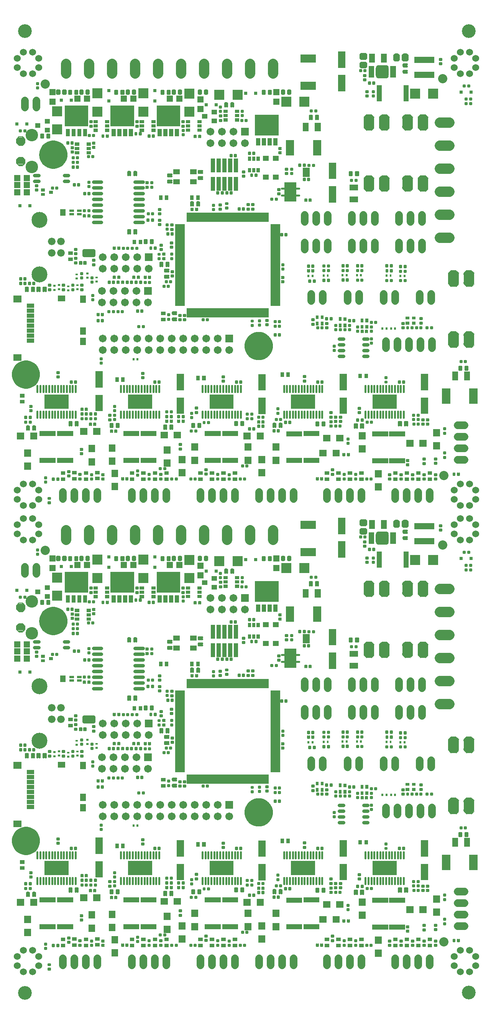
<source format=gbr>
G04 CAM350 V9.5 (Build 208) Date:  Tue Mar 07 15:27:25 2017 *
G04 Database: (Untitled) *
G04 Layer 13: gts *
%FSLAX24Y24*%
%MOIN*%
%SFA1.000B1.000*%

%MIA0B0*%
%IPPOS*%
%ADD70C,0.00100*%
%ADD71C,0.00200*%
%ADD21C,0.00400*%
%ADD22R,0.06400X0.06400*%
%ADD25C,0.01600*%
%ADD26C,0.00800*%
%ADD27C,0.03200*%
%ADD73R,0.03200X0.03200*%
%ADD31R,0.00200X0.00200*%
%ADD34C,0.02800*%
%ADD38C,0.06000*%
%ADD60C,0.11874*%
%ADD61C,0.06800*%
%ADD62C,0.06706*%
%ADD63R,0.06706X0.06706*%
%ADD64C,0.13850*%
%ADD65C,0.06600*%
%ADD66C,0.10800*%
%ADD67C,0.09050*%
%ADD68C,0.04560*%
%ADD69R,0.09100X0.09100*%
%ADD74R,0.04540X0.04540*%
%ADD75C,0.03300*%
%ADD105R,0.02400X0.02400*%
%ADD170C,0.12205*%
%ADD171R,0.03543X0.03543*%
%ADD172R,0.10400X0.10400*%
%ADD173R,0.02300X0.02300*%
%ADD174C,0.03100*%
%ADD175C,0.02965*%
%ADD176R,0.01320X0.01320*%
%ADD177C,0.01280*%
%ADD178R,0.02565X0.02565*%
%ADD179R,0.01750X0.01750*%
%ADD180C,0.01560*%
%ADD181R,0.03038X0.03038*%
%ADD182R,0.06312X0.06312*%
%ADD183R,0.04343X0.04343*%
%ADD184R,0.08471X0.08471*%
%ADD185C,0.01502*%
%ADD186R,0.04928X0.04928*%
%ADD187R,0.05912X0.05912*%
%ADD188R,0.03550X0.03550*%
%ADD189R,0.02800X0.02800*%
%ADD190R,0.01863X0.01863*%
%ADD191R,0.01975X0.01975*%
%ADD192R,0.04000X0.04000*%
%ADD193R,0.02762X0.02762*%
%ADD194R,0.05131X0.05131*%
%ADD195C,0.08000*%
%ADD196R,0.07100X0.07100*%
%ADD197C,0.01960*%
%ADD198C,0.03162*%
%ADD199C,0.01981*%
%ADD200R,0.02126X0.02126*%
%ADD201R,0.02520X0.02520*%
%ADD202R,0.05446X0.05446*%
%ADD203R,0.03753X0.03753*%
%ADD204C,0.01680*%
%ADD205R,0.01581X0.01581*%
%ADD206R,0.05918X0.05918*%
%ADD207R,0.05600X0.05600*%
%ADD208R,0.08700X0.08700*%
%ADD209R,0.02600X0.02600*%
%ADD210C,0.03400*%
%ADD211R,0.12605X0.12605*%
%ADD212C,0.01778*%
%ADD213R,0.17800X0.17800*%
%ADD214R,0.03600X0.03600*%
%ADD215R,0.01981X0.01981*%
%ADD216R,0.05260X0.05260*%
%ADD217C,0.06040*%
%LNgts*%
%LPD*%
G54D38*
X4433Y40595D03*
X3646D03*
X3095Y41146D03*
Y41933D03*
X3646Y42484D03*
X4433D03*
X4984Y41933D03*
Y41146D03*
X42433Y40595D03*
X41646D03*
X41095Y41146D03*
Y41933D03*
X41646Y42484D03*
X42433D03*
X42984Y41933D03*
Y41146D03*
X4433Y3095D03*
X3646D03*
X3095Y3646D03*
Y4433D03*
X3646Y4984D03*
X4433D03*
X4984Y4433D03*
Y3646D03*
X42433Y3095D03*
X41646D03*
X41095Y3646D03*
Y4433D03*
X41646Y4984D03*
X42433D03*
X42984Y4433D03*
Y3646D03*
X4433Y81095D03*
X3646D03*
X3095Y81646D03*
Y82433D03*
X3646Y82984D03*
X4433D03*
X4984Y82433D03*
Y81646D03*
X42433Y81095D03*
X41646D03*
X41095Y81646D03*
Y82433D03*
X41646Y82984D03*
X42433D03*
X42984Y82433D03*
Y81646D03*
X4433Y43595D03*
X3646D03*
X3095Y44146D03*
Y44933D03*
X3646Y45484D03*
X4433D03*
X4984Y44933D03*
Y44146D03*
X42433Y43595D03*
X41646D03*
X41095Y44146D03*
Y44933D03*
X41646Y45484D03*
X42433D03*
X42984Y44933D03*
Y44146D03*
G54D60*
X3789Y84797D03*
Y84797D03*
Y84797D03*
Y84797D03*
X42378D03*
Y84797D03*
Y84797D03*
Y84797D03*
Y1319D03*
Y1319D03*
Y1319D03*
Y1319D03*
X3789Y1289D03*
Y1289D03*
Y1289D03*
Y1289D03*
G54D184*
X26860Y30345D03*
Y70845D03*
G54D189*
X42565Y38996D03*
X41691D03*
X22959Y38919D03*
X23832D03*
X6949Y38309D03*
X7822D03*
X3075Y36242D03*
X3949D03*
X3326Y29159D03*
X4199D03*
X20417Y37918D03*
X19544D03*
X42565Y79496D03*
X41691D03*
X22959Y79419D03*
X23832D03*
X6949Y78809D03*
X7822D03*
X3075Y76742D03*
X3949D03*
X3326Y69659D03*
X4199D03*
X20417Y78418D03*
X19544D03*
X15059Y39129D03*
Y38256D03*
X11079Y39129D03*
Y38256D03*
X15059Y79629D03*
Y78756D03*
X11079Y79629D03*
Y78756D03*
G54D195*
X40099Y40189D03*
Y40189D03*
Y40189D03*
Y40189D03*
X5539Y39719D03*
Y39719D03*
Y39719D03*
Y39719D03*
X40099Y80689D03*
Y80689D03*
Y80689D03*
Y80689D03*
X5539Y80219D03*
Y80219D03*
Y80219D03*
Y80219D03*
X40199Y5699D03*
Y5699D03*
Y5699D03*
Y5699D03*
Y46199D03*
Y46199D03*
Y46199D03*
Y46199D03*
G54D207*
X19037Y37559D03*
Y38393D03*
X25649Y39013D03*
Y38179D03*
X6169Y38176D03*
Y39009D03*
X19037Y78059D03*
Y78893D03*
X25649Y79513D03*
Y78679D03*
X6169Y78676D03*
Y79509D03*
X3950Y30327D03*
X3116D03*
Y30937D03*
X3950D03*
X16359Y38429D03*
X17193D03*
X13203D03*
X12369D03*
X8349D03*
X9183D03*
X3116Y31547D03*
X3950D03*
Y70827D03*
X3116D03*
Y71437D03*
X3950D03*
X16359Y78929D03*
X17193D03*
X13203D03*
X12369D03*
X8349D03*
X9183D03*
X3116Y72047D03*
X3950D03*
G54D208*
X26509Y38169D03*
X28087D03*
X37713Y38894D03*
X39290D03*
X20679Y38779D03*
X22257D03*
X26509Y78669D03*
X28087D03*
X37713Y79394D03*
X39290D03*
X20679Y79279D03*
X22257D03*
X18069Y38877D03*
Y37299D03*
X14069Y37319D03*
Y38897D03*
X10079D03*
Y37319D03*
X6569Y35782D03*
Y37359D03*
X18069Y79377D03*
Y77799D03*
X14069Y77819D03*
Y79397D03*
X10079D03*
Y77819D03*
X6569Y76282D03*
Y77859D03*
G54D62*
X19919Y34569D03*
Y35569D03*
X20919Y34569D03*
Y35569D03*
X21919Y34569D03*
Y35569D03*
X22919Y34569D03*
X21549Y16599D03*
X20549Y17599D03*
Y16599D03*
X19549Y17599D03*
Y16599D03*
X18549Y17599D03*
Y16599D03*
X17549Y17599D03*
Y16599D03*
X16549Y17599D03*
Y16599D03*
X15549Y17599D03*
Y16599D03*
X14549Y17599D03*
Y16599D03*
X13549Y17599D03*
Y16599D03*
X12549Y17599D03*
Y16599D03*
X11549Y17599D03*
Y16599D03*
X10549Y17599D03*
Y16599D03*
X10469Y20739D03*
Y21739D03*
X11469Y20739D03*
Y21739D03*
X12469Y20739D03*
Y21739D03*
X13469Y20739D03*
Y21739D03*
X14469Y20739D03*
X10549Y23689D03*
Y24689D03*
X11549Y23689D03*
Y24689D03*
X12549Y23689D03*
Y24689D03*
X13549Y23689D03*
Y24689D03*
X14549Y23689D03*
X19919Y75069D03*
Y76069D03*
X20919Y75069D03*
Y76069D03*
X21919Y75069D03*
Y76069D03*
X22919Y75069D03*
X21549Y57099D03*
X20549Y58099D03*
Y57099D03*
X19549Y58099D03*
Y57099D03*
X18549Y58099D03*
Y57099D03*
X17549Y58099D03*
Y57099D03*
X16549Y58099D03*
Y57099D03*
X15549Y58099D03*
Y57099D03*
X14549Y58099D03*
Y57099D03*
X13549Y58099D03*
Y57099D03*
X12549Y58099D03*
Y57099D03*
X11549Y58099D03*
Y57099D03*
X10549Y58099D03*
Y57099D03*
X10469Y61239D03*
Y62239D03*
X11469Y61239D03*
Y62239D03*
X12469Y61239D03*
Y62239D03*
X13469Y61239D03*
Y62239D03*
X14469Y61239D03*
X10549Y64189D03*
Y65189D03*
X11549Y64189D03*
Y65189D03*
X12549Y64189D03*
Y65189D03*
X13549Y64189D03*
Y65189D03*
X14549Y64189D03*
G54D63*
X22919Y35569D03*
X21549Y17599D03*
X14469Y21739D03*
X14549Y24689D03*
X22919Y76069D03*
X21549Y58099D03*
X14469Y62239D03*
X14549Y65189D03*
G54D64*
X5039Y23169D03*
Y27902D03*
Y63669D03*
Y68402D03*
G54D65*
X6109Y25039D03*
Y26032D03*
X6899D03*
Y25039D03*
X6109Y65539D03*
Y66532D03*
X6899D03*
Y65539D03*
G54D66*
X4379Y32509D03*
Y35269D03*
Y73009D03*
Y75769D03*
G54D75*
X21740Y12562D03*
Y12129D03*
Y11696D03*
X21307Y12562D03*
Y12129D03*
Y11696D03*
X20874Y12562D03*
Y12129D03*
Y11696D03*
X20441Y12562D03*
Y12129D03*
Y11696D03*
X20007Y12562D03*
Y12129D03*
Y11696D03*
X5648D03*
Y12129D03*
Y12562D03*
X6081Y11696D03*
Y12129D03*
Y12562D03*
X6514Y11696D03*
Y12129D03*
Y12562D03*
X6947Y11696D03*
Y12129D03*
Y12562D03*
X7380Y11696D03*
Y12129D03*
Y12562D03*
X14649D03*
Y12129D03*
Y11696D03*
X14216Y12562D03*
Y12129D03*
Y11696D03*
X13782Y12562D03*
Y12129D03*
Y11696D03*
X13349Y12562D03*
Y12129D03*
Y11696D03*
X12916Y12562D03*
Y12129D03*
Y11696D03*
X27093D03*
Y12129D03*
Y12562D03*
X27527Y11696D03*
Y12129D03*
Y12562D03*
X27960Y11696D03*
Y12129D03*
Y12562D03*
X28393Y11696D03*
Y12129D03*
Y12562D03*
X28826Y11696D03*
Y12129D03*
Y12562D03*
X35914D03*
Y12129D03*
Y11696D03*
X35481Y12562D03*
Y12129D03*
Y11696D03*
X35048Y12562D03*
Y12129D03*
Y11696D03*
X34615Y12562D03*
Y12129D03*
Y11696D03*
X34182Y12562D03*
Y12129D03*
Y11696D03*
X24804Y36360D03*
Y36760D03*
Y35960D03*
Y35560D03*
X24404D03*
X24004D03*
Y35960D03*
X24404D03*
Y36360D03*
X24004D03*
Y36760D03*
X24404D03*
X25204D03*
X25604D03*
Y36360D03*
X25204D03*
Y35960D03*
X25604D03*
Y35560D03*
X25204D03*
X16649Y36360D03*
X17049D03*
Y36760D03*
X16649D03*
Y37160D03*
X17049D03*
Y37560D03*
X16649D03*
X15849D03*
X15449D03*
Y37160D03*
X15849D03*
Y36760D03*
X15449D03*
Y36360D03*
X15849D03*
X16249D03*
Y36760D03*
Y37560D03*
Y37160D03*
X12239D03*
Y37560D03*
Y36760D03*
Y36360D03*
X11839D03*
X11439D03*
Y36760D03*
X11839D03*
Y37160D03*
X11439D03*
Y37560D03*
X11839D03*
X12639D03*
X13039D03*
Y37160D03*
X12639D03*
Y36760D03*
X13039D03*
Y36360D03*
X12639D03*
X8654D03*
X9054D03*
Y36760D03*
X8654D03*
Y37160D03*
X9054D03*
Y37560D03*
X8654D03*
X7854D03*
X7454D03*
Y37160D03*
X7854D03*
Y36760D03*
X7454D03*
Y36360D03*
X7854D03*
X8254D03*
Y36760D03*
Y37560D03*
Y37160D03*
X35246Y41177D03*
X34853D03*
X34459D03*
Y40784D03*
Y40390D03*
X34853D03*
X35246D03*
Y40784D03*
X34853D03*
X21740Y53062D03*
Y52629D03*
Y52196D03*
X21307Y53062D03*
Y52629D03*
Y52196D03*
X20874Y53062D03*
Y52629D03*
Y52196D03*
X20441Y53062D03*
Y52629D03*
Y52196D03*
X20007Y53062D03*
Y52629D03*
Y52196D03*
X5648D03*
Y52629D03*
Y53062D03*
X6081Y52196D03*
Y52629D03*
Y53062D03*
X6514Y52196D03*
Y52629D03*
Y53062D03*
X6947Y52196D03*
Y52629D03*
Y53062D03*
X7380Y52196D03*
Y52629D03*
Y53062D03*
X14649D03*
Y52629D03*
Y52196D03*
X14216Y53062D03*
Y52629D03*
Y52196D03*
X13782Y53062D03*
Y52629D03*
Y52196D03*
X13349Y53062D03*
Y52629D03*
Y52196D03*
X12916Y53062D03*
Y52629D03*
Y52196D03*
X27093D03*
Y52629D03*
Y53062D03*
X27527Y52196D03*
Y52629D03*
Y53062D03*
X27960Y52196D03*
Y52629D03*
Y53062D03*
X28393Y52196D03*
Y52629D03*
Y53062D03*
X28826Y52196D03*
Y52629D03*
Y53062D03*
X35914D03*
Y52629D03*
Y52196D03*
X35481Y53062D03*
Y52629D03*
Y52196D03*
X35048Y53062D03*
Y52629D03*
Y52196D03*
X34615Y53062D03*
Y52629D03*
Y52196D03*
X34182Y53062D03*
Y52629D03*
Y52196D03*
X24804Y76860D03*
Y77260D03*
Y76460D03*
Y76060D03*
X24404D03*
X24004D03*
Y76460D03*
X24404D03*
Y76860D03*
X24004D03*
Y77260D03*
X24404D03*
X25204D03*
X25604D03*
Y76860D03*
X25204D03*
Y76460D03*
X25604D03*
Y76060D03*
X25204D03*
X16649Y76860D03*
X17049D03*
Y77260D03*
X16649D03*
Y77660D03*
X17049D03*
Y78060D03*
X16649D03*
X15849D03*
X15449D03*
Y77660D03*
X15849D03*
Y77260D03*
X15449D03*
Y76860D03*
X15849D03*
X16249D03*
Y77260D03*
Y78060D03*
Y77660D03*
X12239D03*
Y78060D03*
Y77260D03*
Y76860D03*
X11839D03*
X11439D03*
Y77260D03*
X11839D03*
Y77660D03*
X11439D03*
Y78060D03*
X11839D03*
X12639D03*
X13039D03*
Y77660D03*
X12639D03*
Y77260D03*
X13039D03*
Y76860D03*
X12639D03*
X8654D03*
X9054D03*
Y77260D03*
X8654D03*
Y77660D03*
X9054D03*
Y78060D03*
X8654D03*
X7854D03*
X7454D03*
Y77660D03*
X7854D03*
Y77260D03*
X7454D03*
Y76860D03*
X7854D03*
X8254D03*
Y77260D03*
Y78060D03*
Y77660D03*
X35246Y81677D03*
X34853D03*
X34459D03*
Y81284D03*
Y80890D03*
X34853D03*
X35246D03*
Y81284D03*
X34853D03*
G54D73*
X6992Y68938D02*
G01Y69197D01*
X7143Y68938D02*
G01Y69197D01*
G54D70*
X24928Y69052D02*
G01Y69019D01*
X24929Y68275*
X17851*
Y69052*
X24928*
G54D71*
X17856Y69019D02*
G01X24923D01*
G54D27*
X18006Y68430D02*
G01X24774D01*
X18006Y68644D02*
G01X24774D01*
X18006Y68859D02*
G01X24773D01*
G54D71*
X17856Y68280D02*
G01Y69019D01*
X24923D02*
G01X24924Y68280D01*
G54D27*
X18006Y68430D02*
G01Y68859D01*
X24773D02*
G01X24774Y68430D01*
G54D71*
X24924Y68280D02*
G01X17856D01*
G54D31*
Y69029D02*
G01X24923D01*
X17856Y69038D02*
G01X24923D01*
X17856Y69047D02*
G01X24923D01*
G54D21*
X17866Y68290D02*
G01Y68999D01*
X24914Y68290D02*
G01X17866D01*
G54D26*
X17886Y68310D02*
G01Y68979D01*
X24894Y68310D02*
G01X17886D01*
G54D25*
X17926Y68350D02*
G01Y68939D01*
X24854Y68350D02*
G01X17926D01*
G54D71*
X17856Y69009D02*
G01X24923D01*
G54D21*
X17866Y68999D02*
G01X24913D01*
G54D26*
X17886Y68979D02*
G01X24893D01*
G54D25*
X17926Y68939D02*
G01X24853D01*
G54D21*
X24913Y68999D02*
G01X24914Y68290D01*
G54D26*
X24893Y68979D02*
G01X24894Y68310D01*
G54D25*
X24853Y68939D02*
G01X24854Y68350D01*
G54D70*
X17625Y68050D02*
G01Y60972D01*
X16847*
Y68049*
X17625Y68050*
G54D22*
X17162Y61287D02*
G01Y67734D01*
X17310Y61287D02*
G01Y67734D01*
G54D71*
X16852Y68044D02*
G01X17620Y68045D01*
G54D70*
X25931Y68049D02*
G01Y60972D01*
X25154Y60970*
Y68049*
X25931*
G54D71*
X25926Y60977D02*
G01X25159Y60975D01*
G54D22*
X25469Y61287D02*
G01Y67734D01*
X25616Y61287D02*
G01Y67734D01*
G54D70*
X24928Y60746D02*
G01Y59968D01*
X17851*
X17849Y60746*
X24928*
G54D27*
X18006Y60123D02*
G01X24773D01*
X18005Y60357D02*
G01X24773D01*
X18005Y60591D02*
G01X24773D01*
G54D71*
X17856Y59973D02*
G01X17854Y60741D01*
X24923D02*
G01Y59973D01*
G54D27*
X18006Y60123D02*
G01X18005Y60591D01*
X24773D02*
G01Y60123D01*
G54D71*
X17854Y60741D02*
G01X24923D01*
Y59973D02*
G01X17856D01*
G54D21*
X17864Y60731D02*
G01X24913D01*
X17866Y59983D02*
G01X17864Y60731D01*
G54D26*
X17884Y60711D02*
G01X24893D01*
X17886Y60003D02*
G01X17884Y60711D01*
G54D25*
X17924Y60671D02*
G01X24853D01*
X17926Y60043D02*
G01X17924Y60671D01*
G54D21*
X24913Y60731D02*
G01Y59983D01*
G54D26*
X24893Y60711D02*
G01Y60003D01*
G54D25*
X24853Y60671D02*
G01Y60043D01*
G54D21*
X24913Y59983D02*
G01X17866D01*
G54D26*
X24893Y60003D02*
G01X17886D01*
G54D25*
X24853Y60043D02*
G01X17926D01*
G54D73*
X6992Y28438D02*
G01Y28697D01*
X7143Y28438D02*
G01Y28697D01*
G54D70*
X24928Y28552D02*
G01Y28519D01*
X24929Y27775*
X17851*
Y28552*
X24928*
G54D71*
X17856Y28519D02*
G01X24923D01*
G54D27*
X18006Y27930D02*
G01X24774D01*
X18006Y28144D02*
G01X24774D01*
X18006Y28359D02*
G01X24773D01*
G54D71*
X17856Y27780D02*
G01Y28519D01*
X24923D02*
G01X24924Y27780D01*
G54D27*
X18006Y27930D02*
G01Y28359D01*
X24773D02*
G01X24774Y27930D01*
G54D71*
X24924Y27780D02*
G01X17856D01*
G54D31*
Y28529D02*
G01X24923D01*
X17856Y28538D02*
G01X24923D01*
X17856Y28547D02*
G01X24923D01*
G54D21*
X17866Y27790D02*
G01Y28499D01*
X24914Y27790D02*
G01X17866D01*
G54D26*
X17886Y27810D02*
G01Y28479D01*
X24894Y27810D02*
G01X17886D01*
G54D25*
X17926Y27850D02*
G01Y28439D01*
X24854Y27850D02*
G01X17926D01*
G54D71*
X17856Y28509D02*
G01X24923D01*
G54D21*
X17866Y28499D02*
G01X24913D01*
G54D26*
X17886Y28479D02*
G01X24893D01*
G54D25*
X17926Y28439D02*
G01X24853D01*
G54D21*
X24913Y28499D02*
G01X24914Y27790D01*
G54D26*
X24893Y28479D02*
G01X24894Y27810D01*
G54D25*
X24853Y28439D02*
G01X24854Y27850D01*
G54D70*
X17625Y27550D02*
G01Y20472D01*
X16847*
Y27549*
X17625Y27550*
G54D22*
X17162Y20787D02*
G01Y27234D01*
X17310Y20787D02*
G01Y27234D01*
G54D71*
X16852Y27544D02*
G01X17620Y27545D01*
G54D70*
X25931Y27549D02*
G01Y20472D01*
X25154Y20470*
Y27549*
X25931*
G54D71*
X25926Y20477D02*
G01X25159Y20475D01*
G54D22*
X25469Y20787D02*
G01Y27234D01*
X25616Y20787D02*
G01Y27234D01*
G54D70*
X24928Y20246D02*
G01Y19468D01*
X17851*
X17849Y20246*
X24928*
G54D27*
X18006Y19623D02*
G01X24773D01*
X18005Y19857D02*
G01X24773D01*
X18005Y20091D02*
G01X24773D01*
G54D71*
X17856Y19473D02*
G01X17854Y20241D01*
X24923D02*
G01Y19473D01*
G54D27*
X18006Y19623D02*
G01X18005Y20091D01*
X24773D02*
G01Y19623D01*
G54D71*
X17854Y20241D02*
G01X24923D01*
Y19473D02*
G01X17856D01*
G54D21*
X17864Y20231D02*
G01X24913D01*
X17866Y19483D02*
G01X17864Y20231D01*
G54D26*
X17884Y20211D02*
G01X24893D01*
X17886Y19503D02*
G01X17884Y20211D01*
G54D25*
X17924Y20171D02*
G01X24853D01*
X17926Y19543D02*
G01X17924Y20171D01*
G54D21*
X24913Y20231D02*
G01Y19483D01*
G54D26*
X24893Y20211D02*
G01Y19503D01*
G54D25*
X24853Y20171D02*
G01Y19543D01*
G54D21*
X24913Y19483D02*
G01X17866D01*
G54D26*
X24893Y19503D02*
G01X17886D01*
G54D25*
X24853Y19543D02*
G01X17926D01*
G54D170*
X24700Y16969D02*
G01X24691Y17070D01*
X24667Y17168*
X24626Y17260*
X24571Y17344*
X24503Y17418*
X24423Y17480*
X24335Y17528*
X24239Y17561*
X24140Y17578*
X24039*
X23940Y17561*
X23844Y17528*
X23756Y17480*
X23676Y17418*
X23608Y17344*
X23553Y17260*
X23512Y17168*
X23488Y17070*
X23479Y16969*
X23488Y16869*
X23512Y16771*
X23553Y16679*
X23608Y16595*
X23676Y16520*
X23756Y16459*
X23844Y16411*
X23940Y16378*
X24039Y16361*
X24140*
X24239Y16378*
X24335Y16411*
X24423Y16459*
X24503Y16520*
X24571Y16595*
X24626Y16679*
X24667Y16771*
X24691Y16869*
X24700Y16969*
X6840Y33589D02*
G01X6831Y33690D01*
X6807Y33788*
X6766Y33880*
X6711Y33964*
X6643Y34038*
X6563Y34100*
X6475Y34148*
X6379Y34181*
X6280Y34198*
X6179*
X6080Y34181*
X5984Y34148*
X5896Y34100*
X5816Y34038*
X5748Y33964*
X5693Y33880*
X5652Y33788*
X5628Y33690*
X5619Y33589*
X5628Y33489*
X5652Y33391*
X5693Y33299*
X5748Y33215*
X5816Y33140*
X5896Y33079*
X5984Y33031*
X6080Y32998*
X6179Y32981*
X6280*
X6379Y32998*
X6475Y33031*
X6563Y33079*
X6643Y33140*
X6711Y33215*
X6766Y33299*
X6807Y33391*
X6831Y33489*
X6840Y33589*
X4454Y14496D02*
G01X4446Y14596D01*
X4421Y14694*
X4380Y14786*
X4325Y14871*
X4257Y14945*
X4178Y15007*
X4089Y15055*
X3994Y15088*
X3894Y15104*
X3793*
X3694Y15088*
X3599Y15055*
X3510Y15007*
X3430Y14945*
X3362Y14871*
X3307Y14786*
X3267Y14694*
X3242Y14596*
X3234Y14496*
X3242Y14396*
X3267Y14298*
X3307Y14206*
X3362Y14121*
X3430Y14047*
X3510Y13985*
X3599Y13937*
X3694Y13904*
X3793Y13888*
X3894*
X3994Y13904*
X4089Y13937*
X4178Y13985*
X4257Y14047*
X4325Y14121*
X4380Y14206*
X4421Y14298*
X4446Y14396*
X4454Y14496*
X24700Y57469D02*
G01X24691Y57570D01*
X24667Y57668*
X24626Y57760*
X24571Y57844*
X24503Y57918*
X24423Y57980*
X24335Y58028*
X24239Y58061*
X24140Y58078*
X24039*
X23940Y58061*
X23844Y58028*
X23756Y57980*
X23676Y57918*
X23608Y57844*
X23553Y57760*
X23512Y57668*
X23488Y57570*
X23479Y57469*
X23488Y57369*
X23512Y57271*
X23553Y57179*
X23608Y57095*
X23676Y57020*
X23756Y56959*
X23844Y56911*
X23940Y56878*
X24039Y56861*
X24140*
X24239Y56878*
X24335Y56911*
X24423Y56959*
X24503Y57020*
X24571Y57095*
X24626Y57179*
X24667Y57271*
X24691Y57369*
X24700Y57469*
X6840Y74089D02*
G01X6831Y74190D01*
X6807Y74288*
X6766Y74380*
X6711Y74464*
X6643Y74538*
X6563Y74600*
X6475Y74648*
X6379Y74681*
X6280Y74698*
X6179*
X6080Y74681*
X5984Y74648*
X5896Y74600*
X5816Y74538*
X5748Y74464*
X5693Y74380*
X5652Y74288*
X5628Y74190*
X5619Y74089*
X5628Y73989*
X5652Y73891*
X5693Y73799*
X5748Y73715*
X5816Y73640*
X5896Y73579*
X5984Y73531*
X6080Y73498*
X6179Y73481*
X6280*
X6379Y73498*
X6475Y73531*
X6563Y73579*
X6643Y73640*
X6711Y73715*
X6766Y73799*
X6807Y73891*
X6831Y73989*
X6840Y74089*
X4454Y54996D02*
G01X4446Y55096D01*
X4421Y55194*
X4380Y55286*
X4325Y55371*
X4257Y55445*
X4178Y55507*
X4089Y55555*
X3994Y55588*
X3894Y55604*
X3793*
X3694Y55588*
X3599Y55555*
X3510Y55507*
X3430Y55445*
X3362Y55371*
X3307Y55286*
X3267Y55194*
X3242Y55096*
X3234Y54996*
X3242Y54896*
X3267Y54798*
X3307Y54706*
X3362Y54621*
X3430Y54547*
X3510Y54485*
X3599Y54437*
X3694Y54404*
X3793Y54388*
X3894*
X3994Y54404*
X4089Y54437*
X4178Y54485*
X4257Y54547*
X4325Y54621*
X4380Y54706*
X4421Y54798*
X4446Y54896*
X4454Y54996*
G54D171*
X9339Y24857D02*
G01Y25207D01*
Y65357D02*
G01Y65707D01*
G54D172*
X26850Y30025D02*
G01Y30665D01*
Y70525D02*
G01Y71165D01*
G54D173*
X9029Y24799D02*
G01Y25279D01*
G54D174*
X8914Y24839D02*
G01Y25239D01*
X9144Y24839D02*
G01Y25239D01*
G54D173*
X9629Y24799D02*
G01Y25279D01*
G54D174*
X9514Y24839D02*
G01Y25239D01*
X9744Y24839D02*
G01Y25239D01*
G54D173*
X9029Y65299D02*
G01Y65779D01*
G54D174*
X8914Y65339D02*
G01Y65739D01*
X9144Y65339D02*
G01Y65739D01*
G54D173*
X9629Y65299D02*
G01Y65779D01*
G54D174*
X9514Y65339D02*
G01Y65739D01*
X9744Y65339D02*
G01Y65739D01*
G54D175*
X7196Y31276D02*
G01X7551D01*
X7196Y31776D02*
G01X7551D01*
X4618Y31276D02*
G01X4972D01*
X4618Y31776D02*
G01X4972D01*
X7196Y71776D02*
G01X7551D01*
X7196Y72276D02*
G01X7551D01*
X4618Y71776D02*
G01X4972D01*
X4618Y72276D02*
G01X4972D01*
G54D176*
X6176Y30607D02*
G01Y30755D01*
G54D177*
X6110Y30605D02*
G01Y30757D01*
X6242Y30605D02*
G01Y30757D01*
G54D176*
X6555Y30607D02*
G01Y30755D01*
G54D177*
X6489Y30605D02*
G01Y30757D01*
X6621Y30605D02*
G01Y30757D01*
G54D176*
X8450Y30892D02*
G01Y31040D01*
G54D177*
X8384Y30890D02*
G01Y31042D01*
X8516Y30890D02*
G01Y31042D01*
G54D176*
X8071Y30892D02*
G01Y31040D01*
G54D177*
X8005Y30890D02*
G01Y31042D01*
X8137Y30890D02*
G01Y31042D01*
G54D176*
X11079Y19875D02*
G01Y20023D01*
G54D177*
X11013Y19873D02*
G01Y20025D01*
X11145Y19873D02*
G01Y20025D01*
G54D176*
X11458Y19875D02*
G01Y20023D01*
G54D177*
X11392Y19873D02*
G01Y20025D01*
X11524Y19873D02*
G01Y20025D01*
G54D176*
X11867Y19872D02*
G01Y20020D01*
G54D177*
X11801Y19870D02*
G01Y20022D01*
X11933Y19870D02*
G01Y20022D01*
G54D176*
X12246Y19872D02*
G01Y20020D01*
G54D177*
X12180Y19870D02*
G01Y20022D01*
X12312Y19870D02*
G01Y20022D01*
G54D176*
X13564Y19920D02*
G01Y20068D01*
G54D177*
X13498Y19918D02*
G01Y20070D01*
X13630Y19918D02*
G01Y20070D01*
G54D176*
X13943Y19920D02*
G01Y20068D01*
G54D177*
X13877Y19918D02*
G01Y20070D01*
X14009Y19918D02*
G01Y20070D01*
G54D176*
X14616Y22408D02*
G01Y22556D01*
G54D177*
X14550Y22406D02*
G01Y22558D01*
X14682Y22406D02*
G01Y22558D01*
G54D176*
X14237Y22408D02*
G01Y22556D01*
G54D177*
X14171Y22406D02*
G01Y22558D01*
X14303Y22406D02*
G01Y22558D01*
G54D176*
X13449Y22425D02*
G01Y22573D01*
G54D177*
X13383Y22423D02*
G01Y22575D01*
X13515Y22423D02*
G01Y22575D01*
G54D176*
X13828Y22425D02*
G01Y22573D01*
G54D177*
X13762Y22423D02*
G01Y22575D01*
X13894Y22423D02*
G01Y22575D01*
G54D176*
X13044Y22418D02*
G01Y22566D01*
G54D177*
X12978Y22416D02*
G01Y22568D01*
X13110Y22416D02*
G01Y22568D01*
G54D176*
X12665Y22418D02*
G01Y22566D01*
G54D177*
X12599Y22416D02*
G01Y22568D01*
X12731Y22416D02*
G01Y22568D01*
G54D176*
X11884Y22429D02*
G01Y22577D01*
G54D177*
X11818Y22427D02*
G01Y22579D01*
X11950Y22427D02*
G01Y22579D01*
G54D176*
X12263Y22429D02*
G01Y22577D01*
G54D177*
X12197Y22427D02*
G01Y22579D01*
X12329Y22427D02*
G01Y22579D01*
G54D176*
X11929Y22861D02*
G01Y23009D01*
G54D177*
X11863Y22859D02*
G01Y23011D01*
X11995Y22859D02*
G01Y23011D01*
G54D176*
X11550Y22861D02*
G01Y23009D01*
G54D177*
X11484Y22859D02*
G01Y23011D01*
X11616Y22859D02*
G01Y23011D01*
G54D176*
X11479Y22426D02*
G01Y22574D01*
G54D177*
X11413Y22424D02*
G01Y22576D01*
X11545Y22424D02*
G01Y22576D01*
G54D176*
X11100Y22426D02*
G01Y22574D01*
G54D177*
X11034Y22424D02*
G01Y22576D01*
X11166Y22424D02*
G01Y22576D01*
G54D176*
X11551Y25380D02*
G01Y25528D01*
G54D177*
X11485Y25378D02*
G01Y25530D01*
X11617Y25378D02*
G01Y25530D01*
G54D176*
X11930Y25380D02*
G01Y25528D01*
G54D177*
X11864Y25378D02*
G01Y25530D01*
X11996Y25378D02*
G01Y25530D01*
G54D176*
X12711Y25371D02*
G01Y25519D01*
G54D177*
X12645Y25369D02*
G01Y25521D01*
X12777Y25369D02*
G01Y25521D01*
G54D176*
X12332Y25371D02*
G01Y25519D01*
G54D177*
X12266Y25369D02*
G01Y25521D01*
X12398Y25369D02*
G01Y25521D01*
G54D176*
X13495Y25371D02*
G01Y25519D01*
G54D177*
X13429Y25369D02*
G01Y25521D01*
X13561Y25369D02*
G01Y25521D01*
G54D176*
X13116Y25371D02*
G01Y25519D01*
G54D177*
X13050Y25369D02*
G01Y25521D01*
X13182Y25369D02*
G01Y25521D01*
G54D176*
X14724Y25381D02*
G01Y25529D01*
G54D177*
X14658Y25379D02*
G01Y25531D01*
X14790Y25379D02*
G01Y25531D01*
G54D176*
X15103Y25381D02*
G01Y25529D01*
G54D177*
X15037Y25379D02*
G01Y25531D01*
X15169Y25379D02*
G01Y25531D01*
G54D176*
X19644Y19167D02*
G01Y19315D01*
G54D177*
X19578Y19165D02*
G01Y19317D01*
X19710Y19165D02*
G01Y19317D01*
G54D176*
X19265Y19167D02*
G01Y19315D01*
G54D177*
X19199Y19165D02*
G01Y19317D01*
X19331Y19165D02*
G01Y19317D01*
G54D176*
X22070Y33426D02*
G01Y33574D01*
G54D177*
X22004Y33424D02*
G01Y33576D01*
X22136Y33424D02*
G01Y33576D01*
G54D176*
X21693Y33426D02*
G01Y33574D01*
G54D177*
X21627Y33424D02*
G01Y33576D01*
X21759Y33424D02*
G01Y33576D01*
G54D176*
X26093Y26548D02*
G01Y26696D01*
G54D177*
X26027Y26546D02*
G01Y26698D01*
X26159Y26546D02*
G01Y26698D01*
G54D176*
X26472Y26548D02*
G01Y26696D01*
G54D177*
X26406Y26546D02*
G01Y26698D01*
X26538Y26546D02*
G01Y26698D01*
G54D176*
X31810Y23441D02*
G01Y23589D01*
G54D177*
X31744Y23439D02*
G01Y23591D01*
X31876Y23439D02*
G01Y23591D01*
G54D176*
X31433Y23441D02*
G01Y23589D01*
G54D177*
X31367Y23439D02*
G01Y23591D01*
X31499Y23439D02*
G01Y23591D01*
G54D176*
X33079Y23430D02*
G01Y23578D01*
G54D177*
X33013Y23428D02*
G01Y23580D01*
X33145Y23428D02*
G01Y23580D01*
G54D176*
X32702Y23430D02*
G01Y23578D01*
G54D177*
X32636Y23428D02*
G01Y23580D01*
X32768Y23428D02*
G01Y23580D01*
G54D176*
X35634Y23424D02*
G01Y23572D01*
G54D177*
X35568Y23422D02*
G01Y23574D01*
X35700Y23422D02*
G01Y23574D01*
G54D176*
X35257Y23424D02*
G01Y23572D01*
G54D177*
X35191Y23422D02*
G01Y23574D01*
X35323Y23422D02*
G01Y23574D01*
G54D176*
X36455Y23787D02*
G01Y23935D01*
G54D177*
X36389Y23785D02*
G01Y23937D01*
X36521Y23785D02*
G01Y23937D01*
G54D176*
X36834Y23787D02*
G01Y23935D01*
G54D177*
X36768Y23785D02*
G01Y23937D01*
X36900Y23785D02*
G01Y23937D01*
G54D176*
X36832Y23373D02*
G01Y23521D01*
G54D177*
X36766Y23371D02*
G01Y23523D01*
X36898Y23371D02*
G01Y23523D01*
G54D176*
X36455Y23373D02*
G01Y23521D01*
G54D177*
X36389Y23371D02*
G01Y23523D01*
X36521Y23371D02*
G01Y23523D01*
G54D176*
X36452Y22570D02*
G01Y22718D01*
G54D177*
X36386Y22568D02*
G01Y22720D01*
X36518Y22568D02*
G01Y22720D01*
G54D176*
X36831Y22570D02*
G01Y22718D01*
G54D177*
X36765Y22568D02*
G01Y22720D01*
X36897Y22568D02*
G01Y22720D01*
G54D176*
X34270Y18942D02*
G01Y19090D01*
G54D177*
X34204Y18940D02*
G01Y19092D01*
X34336Y18940D02*
G01Y19092D01*
G54D176*
X33891Y18942D02*
G01Y19090D01*
G54D177*
X33825Y18940D02*
G01Y19092D01*
X33957Y18940D02*
G01Y19092D01*
G54D176*
X33107Y18161D02*
G01Y18309D01*
G54D177*
X33041Y18159D02*
G01Y18311D01*
X33173Y18159D02*
G01Y18311D01*
G54D176*
X33486Y18161D02*
G01Y18309D01*
G54D177*
X33420Y18159D02*
G01Y18311D01*
X33552Y18159D02*
G01Y18311D01*
G54D176*
X32372Y19085D02*
G01Y19233D01*
G54D177*
X32306Y19083D02*
G01Y19235D01*
X32438Y19083D02*
G01Y19235D01*
G54D176*
X31993Y19085D02*
G01Y19233D01*
G54D177*
X31927Y19083D02*
G01Y19235D01*
X32059Y19083D02*
G01Y19235D01*
G54D176*
X31213Y18304D02*
G01Y18452D01*
G54D177*
X31147Y18302D02*
G01Y18454D01*
X31279Y18302D02*
G01Y18454D01*
G54D176*
X31592Y18304D02*
G01Y18452D01*
G54D177*
X31526Y18302D02*
G01Y18454D01*
X31658Y18302D02*
G01Y18454D01*
G54D176*
X29229Y18465D02*
G01Y18613D01*
G54D177*
X29163Y18463D02*
G01Y18615D01*
X29295Y18463D02*
G01Y18615D01*
G54D176*
X29608Y18465D02*
G01Y18613D01*
G54D177*
X29542Y18463D02*
G01Y18615D01*
X29674Y18463D02*
G01Y18615D01*
G54D176*
X37988Y10105D02*
G01Y10253D01*
G54D177*
X37922Y10103D02*
G01Y10255D01*
X38054Y10103D02*
G01Y10255D01*
G54D176*
X37609Y10105D02*
G01Y10253D01*
G54D177*
X37543Y10103D02*
G01Y10255D01*
X37675Y10103D02*
G01Y10255D01*
G54D176*
X36709Y13755D02*
G01Y13903D01*
G54D177*
X36643Y13753D02*
G01Y13905D01*
X36775Y13753D02*
G01Y13905D01*
G54D176*
X36332Y13755D02*
G01Y13903D01*
G54D177*
X36266Y13753D02*
G01Y13905D01*
X36398Y13753D02*
G01Y13905D01*
G54D176*
X33532Y10265D02*
G01Y10413D01*
G54D177*
X33466Y10263D02*
G01Y10415D01*
X33598Y10263D02*
G01Y10415D01*
G54D176*
X33911Y10265D02*
G01Y10413D01*
G54D177*
X33845Y10263D02*
G01Y10415D01*
X33977Y10263D02*
G01Y10415D01*
G54D176*
X32719Y10455D02*
G01Y10603D01*
G54D177*
X32653Y10453D02*
G01Y10605D01*
X32785Y10453D02*
G01Y10605D01*
G54D176*
X33096Y10455D02*
G01Y10603D01*
G54D177*
X33030Y10453D02*
G01Y10605D01*
X33162Y10453D02*
G01Y10605D01*
G54D176*
X29619Y13755D02*
G01Y13903D01*
G54D177*
X29553Y13753D02*
G01Y13905D01*
X29685Y13753D02*
G01Y13905D01*
G54D176*
X29242Y13755D02*
G01Y13903D01*
G54D177*
X29176Y13753D02*
G01Y13905D01*
X29308Y13753D02*
G01Y13905D01*
G54D176*
X31178Y9935D02*
G01Y10083D01*
G54D177*
X31112Y9933D02*
G01Y10085D01*
X31244Y9933D02*
G01Y10085D01*
G54D176*
X30799Y9935D02*
G01Y10083D01*
G54D177*
X30733Y9933D02*
G01Y10085D01*
X30865Y9933D02*
G01Y10085D01*
G54D176*
X31519Y7445D02*
G01Y7593D01*
G54D177*
X31453Y7443D02*
G01Y7595D01*
X31585Y7443D02*
G01Y7595D01*
G54D176*
X31896Y7445D02*
G01Y7593D01*
G54D177*
X31830Y7443D02*
G01Y7595D01*
X31962Y7443D02*
G01Y7595D01*
G54D176*
X33889Y5335D02*
G01Y5483D01*
G54D177*
X33823Y5333D02*
G01Y5485D01*
X33955Y5333D02*
G01Y5485D01*
G54D176*
X33512Y5335D02*
G01Y5483D01*
G54D177*
X33446Y5333D02*
G01Y5485D01*
X33578Y5333D02*
G01Y5485D01*
G54D176*
X29209Y5345D02*
G01Y5493D01*
G54D177*
X29143Y5343D02*
G01Y5495D01*
X29275Y5343D02*
G01Y5495D01*
G54D176*
X29586Y5345D02*
G01Y5493D01*
G54D177*
X29520Y5343D02*
G01Y5495D01*
X29652Y5343D02*
G01Y5495D01*
G54D176*
X26008Y10505D02*
G01Y10653D01*
G54D177*
X25942Y10503D02*
G01Y10655D01*
X26074Y10503D02*
G01Y10655D01*
G54D176*
X25629Y10505D02*
G01Y10653D01*
G54D177*
X25563Y10503D02*
G01Y10655D01*
X25695Y10503D02*
G01Y10655D01*
G54D176*
X26819Y10255D02*
G01Y10403D01*
G54D177*
X26753Y10253D02*
G01Y10405D01*
X26885Y10253D02*
G01Y10405D01*
G54D176*
X26442Y10255D02*
G01Y10403D01*
G54D177*
X26376Y10253D02*
G01Y10405D01*
X26508Y10253D02*
G01Y10405D01*
G54D176*
X25439Y9525D02*
G01Y9673D01*
G54D177*
X25373Y9523D02*
G01Y9675D01*
X25505Y9523D02*
G01Y9675D01*
G54D176*
X25816Y9525D02*
G01Y9673D01*
G54D177*
X25750Y9523D02*
G01Y9675D01*
X25882Y9523D02*
G01Y9675D01*
G54D176*
X23679Y9685D02*
G01Y9833D01*
G54D177*
X23613Y9683D02*
G01Y9835D01*
X23745Y9683D02*
G01Y9835D01*
G54D176*
X23302Y9685D02*
G01Y9833D01*
G54D177*
X23236Y9683D02*
G01Y9835D01*
X23368Y9683D02*
G01Y9835D01*
G54D176*
X18249Y9505D02*
G01Y9653D01*
G54D177*
X18183Y9503D02*
G01Y9655D01*
X18315Y9503D02*
G01Y9655D01*
G54D176*
X18626Y9505D02*
G01Y9653D01*
G54D177*
X18560Y9503D02*
G01Y9655D01*
X18692Y9503D02*
G01Y9655D01*
G54D176*
X23069Y6475D02*
G01Y6623D01*
G54D177*
X23003Y6473D02*
G01Y6625D01*
X23135Y6473D02*
G01Y6625D01*
G54D176*
X22692Y6475D02*
G01Y6623D01*
G54D177*
X22626Y6473D02*
G01Y6625D01*
X22758Y6473D02*
G01Y6625D01*
G54D176*
X22879Y5335D02*
G01Y5483D01*
G54D177*
X22813Y5333D02*
G01Y5485D01*
X22945Y5333D02*
G01Y5485D01*
G54D176*
X22502Y5335D02*
G01Y5483D01*
G54D177*
X22436Y5333D02*
G01Y5485D01*
X22568Y5333D02*
G01Y5485D01*
G54D176*
X18209Y5335D02*
G01Y5483D01*
G54D177*
X18143Y5333D02*
G01Y5485D01*
X18275Y5333D02*
G01Y5485D01*
G54D176*
X18586Y5335D02*
G01Y5483D01*
G54D177*
X18520Y5333D02*
G01Y5485D01*
X18652Y5333D02*
G01Y5485D01*
G54D176*
X15439Y13755D02*
G01Y13903D01*
G54D177*
X15373Y13753D02*
G01Y13905D01*
X15505Y13753D02*
G01Y13905D01*
G54D176*
X15062Y13755D02*
G01Y13903D01*
G54D177*
X14996Y13753D02*
G01Y13905D01*
X15128Y13753D02*
G01Y13905D01*
G54D176*
X16119Y11165D02*
G01Y11313D01*
G54D177*
X16053Y11163D02*
G01Y11315D01*
X16185Y11163D02*
G01Y11315D01*
G54D176*
X16496Y11165D02*
G01Y11313D01*
G54D177*
X16430Y11163D02*
G01Y11315D01*
X16562Y11163D02*
G01Y11315D01*
G54D176*
X16498Y10755D02*
G01Y10903D01*
G54D177*
X16432Y10753D02*
G01Y10905D01*
X16564Y10753D02*
G01Y10905D01*
G54D176*
X16119Y10755D02*
G01Y10903D01*
G54D177*
X16053Y10753D02*
G01Y10905D01*
X16185Y10753D02*
G01Y10905D01*
G54D176*
X17528Y10755D02*
G01Y10903D01*
G54D177*
X17462Y10753D02*
G01Y10905D01*
X17594Y10753D02*
G01Y10905D01*
G54D176*
X17149Y10755D02*
G01Y10903D01*
G54D177*
X17083Y10753D02*
G01Y10905D01*
X17215Y10753D02*
G01Y10905D01*
G54D176*
X17149Y10345D02*
G01Y10493D01*
G54D177*
X17083Y10343D02*
G01Y10495D01*
X17215Y10343D02*
G01Y10495D01*
G54D176*
X17526Y10345D02*
G01Y10493D01*
G54D177*
X17460Y10343D02*
G01Y10495D01*
X17592Y10343D02*
G01Y10495D01*
G54D176*
X16498Y10345D02*
G01Y10493D01*
G54D177*
X16432Y10343D02*
G01Y10495D01*
X16564Y10343D02*
G01Y10495D01*
G54D176*
X16119Y10345D02*
G01Y10493D01*
G54D177*
X16053Y10343D02*
G01Y10495D01*
X16185Y10343D02*
G01Y10495D01*
G54D176*
X15929Y6235D02*
G01Y6383D01*
G54D177*
X15863Y6233D02*
G01Y6385D01*
X15995Y6233D02*
G01Y6385D01*
G54D176*
X15552Y6235D02*
G01Y6383D01*
G54D177*
X15486Y6233D02*
G01Y6385D01*
X15618Y6233D02*
G01Y6385D01*
G54D176*
X16926Y5343D02*
G01Y5491D01*
G54D177*
X16860Y5341D02*
G01Y5493D01*
X16992Y5341D02*
G01Y5493D01*
G54D176*
X16549Y5343D02*
G01Y5491D01*
G54D177*
X16483Y5341D02*
G01Y5493D01*
X16615Y5341D02*
G01Y5493D01*
G54D176*
X4228Y10275D02*
G01Y10423D01*
G54D177*
X4162Y10273D02*
G01Y10425D01*
X4294Y10273D02*
G01Y10425D01*
G54D176*
X3849Y10275D02*
G01Y10423D01*
G54D177*
X3783Y10273D02*
G01Y10425D01*
X3915Y10273D02*
G01Y10425D01*
G54D176*
X9118Y10575D02*
G01Y10723D01*
G54D177*
X9052Y10573D02*
G01Y10725D01*
X9184Y10573D02*
G01Y10725D01*
G54D176*
X8739Y10575D02*
G01Y10723D01*
G54D177*
X8673Y10573D02*
G01Y10725D01*
X8805Y10573D02*
G01Y10725D01*
G54D176*
X9118Y10985D02*
G01Y11133D01*
G54D177*
X9052Y10983D02*
G01Y11135D01*
X9184Y10983D02*
G01Y11135D01*
G54D176*
X8739Y10985D02*
G01Y11133D01*
G54D177*
X8673Y10983D02*
G01Y11135D01*
X8805Y10983D02*
G01Y11135D01*
G54D176*
X9898Y10985D02*
G01Y11133D01*
G54D177*
X9832Y10983D02*
G01Y11135D01*
X9964Y10983D02*
G01Y11135D01*
G54D176*
X9519Y10985D02*
G01Y11133D01*
G54D177*
X9453Y10983D02*
G01Y11135D01*
X9585Y10983D02*
G01Y11135D01*
G54D176*
X8739Y11395D02*
G01Y11543D01*
G54D177*
X8673Y11393D02*
G01Y11545D01*
X8805Y11393D02*
G01Y11545D01*
G54D176*
X9116Y11395D02*
G01Y11543D01*
G54D177*
X9050Y11393D02*
G01Y11545D01*
X9182Y11393D02*
G01Y11545D01*
G54D176*
X12259Y5345D02*
G01Y5493D01*
G54D177*
X12193Y5343D02*
G01Y5495D01*
X12325Y5343D02*
G01Y5495D01*
G54D176*
X12636Y5345D02*
G01Y5493D01*
G54D177*
X12570Y5343D02*
G01Y5495D01*
X12702Y5343D02*
G01Y5495D01*
G54D176*
X11299Y9495D02*
G01Y9643D01*
G54D177*
X11233Y9493D02*
G01Y9645D01*
X11365Y9493D02*
G01Y9645D01*
G54D176*
X11676Y9495D02*
G01Y9643D01*
G54D177*
X11610Y9493D02*
G01Y9645D01*
X11742Y9493D02*
G01Y9645D01*
G54D176*
X9836Y10095D02*
G01Y10243D01*
G54D177*
X9770Y10093D02*
G01Y10245D01*
X9902Y10093D02*
G01Y10245D01*
G54D176*
X9459Y10095D02*
G01Y10243D01*
G54D177*
X9393Y10093D02*
G01Y10245D01*
X9525Y10093D02*
G01Y10245D01*
G54D176*
X8179Y13755D02*
G01Y13903D01*
G54D177*
X8113Y13753D02*
G01Y13905D01*
X8245Y13753D02*
G01Y13905D01*
G54D176*
X7802Y13755D02*
G01Y13903D01*
G54D177*
X7736Y13753D02*
G01Y13905D01*
X7868Y13753D02*
G01Y13905D01*
G54D176*
X3849Y10685D02*
G01Y10833D01*
G54D177*
X3783Y10683D02*
G01Y10835D01*
X3915Y10683D02*
G01Y10835D01*
G54D176*
X4226Y10685D02*
G01Y10833D01*
G54D177*
X4160Y10683D02*
G01Y10835D01*
X4292Y10683D02*
G01Y10835D01*
G54D176*
X9519Y10575D02*
G01Y10723D01*
G54D177*
X9453Y10573D02*
G01Y10725D01*
X9585Y10573D02*
G01Y10725D01*
G54D176*
X9896Y10575D02*
G01Y10723D01*
G54D177*
X9830Y10573D02*
G01Y10725D01*
X9962Y10573D02*
G01Y10725D01*
G54D176*
X6252Y5325D02*
G01Y5473D01*
G54D177*
X6186Y5323D02*
G01Y5475D01*
X6318Y5323D02*
G01Y5475D01*
G54D176*
X6629Y5325D02*
G01Y5473D01*
G54D177*
X6563Y5323D02*
G01Y5475D01*
X6695Y5323D02*
G01Y5475D01*
G54D176*
X20556Y30182D02*
G01Y30330D01*
G54D177*
X20490Y30180D02*
G01Y30332D01*
X20622Y30180D02*
G01Y30332D01*
G54D176*
X20935Y30182D02*
G01Y30330D01*
G54D177*
X20869Y30180D02*
G01Y30332D01*
X21001Y30180D02*
G01Y30332D01*
G54D176*
X21717Y30191D02*
G01Y30339D01*
G54D177*
X21651Y30189D02*
G01Y30341D01*
X21783Y30189D02*
G01Y30341D01*
G54D176*
X21338Y30191D02*
G01Y30339D01*
G54D177*
X21272Y30189D02*
G01Y30341D01*
X21404Y30189D02*
G01Y30341D01*
G54D176*
X28426Y23821D02*
G01Y23969D01*
G54D177*
X28360Y23819D02*
G01Y23971D01*
X28492Y23819D02*
G01Y23971D01*
G54D176*
X28805Y23821D02*
G01Y23969D01*
G54D177*
X28739Y23819D02*
G01Y23971D01*
X28871Y23819D02*
G01Y23971D01*
G54D176*
X23490Y31720D02*
G01Y31868D01*
G54D177*
X23424Y31718D02*
G01Y31870D01*
X23556Y31718D02*
G01Y31870D01*
G54D176*
X23867Y31720D02*
G01Y31868D01*
G54D177*
X23801Y31718D02*
G01Y31870D01*
X23933Y31718D02*
G01Y31870D01*
G54D176*
X18961Y35095D02*
G01Y35243D01*
G54D177*
X18895Y35093D02*
G01Y35245D01*
X19027Y35093D02*
G01Y35245D01*
G54D176*
X18584Y35095D02*
G01Y35243D01*
G54D177*
X18518Y35093D02*
G01Y35245D01*
X18650Y35093D02*
G01Y35245D01*
G54D176*
X14573Y35123D02*
G01Y35271D01*
G54D177*
X14507Y35121D02*
G01Y35273D01*
X14639Y35121D02*
G01Y35273D01*
G54D176*
X14950Y35123D02*
G01Y35271D01*
G54D177*
X14884Y35121D02*
G01Y35273D01*
X15016Y35121D02*
G01Y35273D01*
G54D176*
X10934Y35113D02*
G01Y35261D01*
G54D177*
X10868Y35111D02*
G01Y35263D01*
X11000Y35111D02*
G01Y35263D01*
G54D176*
X10557Y35113D02*
G01Y35261D01*
G54D177*
X10491Y35111D02*
G01Y35263D01*
X10623Y35111D02*
G01Y35263D01*
G54D176*
X24486Y10295D02*
G01Y10443D01*
G54D177*
X24420Y10293D02*
G01Y10445D01*
X24552Y10293D02*
G01Y10445D01*
G54D176*
X24109Y10295D02*
G01Y10443D01*
G54D177*
X24043Y10293D02*
G01Y10445D01*
X24175Y10293D02*
G01Y10445D01*
G54D176*
X4167Y22314D02*
G01Y22462D01*
G54D177*
X4101Y22312D02*
G01Y22464D01*
X4233Y22312D02*
G01Y22464D01*
G54D176*
X4544Y22314D02*
G01Y22462D01*
G54D177*
X4478Y22312D02*
G01Y22464D01*
X4610Y22312D02*
G01Y22464D01*
G54D176*
X29066Y37305D02*
G01Y37453D01*
G54D177*
X29000Y37303D02*
G01Y37455D01*
X29132Y37303D02*
G01Y37455D01*
G54D176*
X28689Y37305D02*
G01Y37453D01*
G54D177*
X28623Y37303D02*
G01Y37455D01*
X28755Y37303D02*
G01Y37455D01*
G54D176*
X3392Y22316D02*
G01Y22464D01*
G54D177*
X3326Y22314D02*
G01Y22466D01*
X3458Y22314D02*
G01Y22466D01*
G54D176*
X3771Y22316D02*
G01Y22464D01*
G54D177*
X3705Y22314D02*
G01Y22466D01*
X3837Y22314D02*
G01Y22466D01*
G54D176*
X3771Y22716D02*
G01Y22864D01*
G54D177*
X3705Y22714D02*
G01Y22866D01*
X3837Y22714D02*
G01Y22866D01*
G54D176*
X3394Y22716D02*
G01Y22864D01*
G54D177*
X3328Y22714D02*
G01Y22866D01*
X3460Y22714D02*
G01Y22866D01*
G54D176*
X24109Y10700D02*
G01Y10848D01*
G54D177*
X24043Y10698D02*
G01Y10850D01*
X24175Y10698D02*
G01Y10850D01*
G54D176*
X24488Y10700D02*
G01Y10848D01*
G54D177*
X24422Y10698D02*
G01Y10850D01*
X24554Y10698D02*
G01Y10850D01*
G54D176*
X24486Y9915D02*
G01Y10063D01*
G54D177*
X24420Y9913D02*
G01Y10065D01*
X24552Y9913D02*
G01Y10065D01*
G54D176*
X24109Y9915D02*
G01Y10063D01*
G54D177*
X24043Y9913D02*
G01Y10065D01*
X24175Y9913D02*
G01Y10065D01*
G54D176*
X22539Y13755D02*
G01Y13903D01*
G54D177*
X22473Y13753D02*
G01Y13905D01*
X22605Y13753D02*
G01Y13905D01*
G54D176*
X22162Y13755D02*
G01Y13903D01*
G54D177*
X22096Y13753D02*
G01Y13905D01*
X22228Y13753D02*
G01Y13905D01*
G54D176*
X19734Y10235D02*
G01Y10383D01*
G54D177*
X19668Y10233D02*
G01Y10385D01*
X19800Y10233D02*
G01Y10385D01*
G54D176*
X19357Y10235D02*
G01Y10383D01*
G54D177*
X19291Y10233D02*
G01Y10385D01*
X19423Y10233D02*
G01Y10385D01*
G54D176*
X23006Y36465D02*
G01Y36613D01*
G54D177*
X22940Y36463D02*
G01Y36615D01*
X23072Y36463D02*
G01Y36615D01*
G54D176*
X22629Y36465D02*
G01Y36613D01*
G54D177*
X22563Y36463D02*
G01Y36615D01*
X22695Y36463D02*
G01Y36615D01*
G54D176*
X9312Y33334D02*
G01Y33482D01*
G54D177*
X9246Y33332D02*
G01Y33484D01*
X9378Y33332D02*
G01Y33484D01*
G54D176*
X9689Y33334D02*
G01Y33482D01*
G54D177*
X9623Y33332D02*
G01Y33484D01*
X9755Y33332D02*
G01Y33484D01*
G54D176*
X31810Y22617D02*
G01Y22765D01*
G54D177*
X31744Y22615D02*
G01Y22767D01*
X31876Y22615D02*
G01Y22767D01*
G54D176*
X31431Y22617D02*
G01Y22765D01*
G54D177*
X31365Y22615D02*
G01Y22767D01*
X31497Y22615D02*
G01Y22767D01*
G54D176*
X33078Y22601D02*
G01Y22749D01*
G54D177*
X33012Y22599D02*
G01Y22751D01*
X33144Y22599D02*
G01Y22751D01*
G54D176*
X32699Y22601D02*
G01Y22749D01*
G54D177*
X32633Y22599D02*
G01Y22751D01*
X32765Y22599D02*
G01Y22751D01*
G54D176*
X35630Y22570D02*
G01Y22718D01*
G54D177*
X35564Y22568D02*
G01Y22720D01*
X35696Y22568D02*
G01Y22720D01*
G54D176*
X35251Y22570D02*
G01Y22718D01*
G54D177*
X35185Y22568D02*
G01Y22720D01*
X35317Y22568D02*
G01Y22720D01*
G54D176*
X7509Y34525D02*
G01Y34673D01*
G54D177*
X7443Y34523D02*
G01Y34675D01*
X7575Y34523D02*
G01Y34675D01*
G54D176*
X7888Y34525D02*
G01Y34673D01*
G54D177*
X7822Y34523D02*
G01Y34675D01*
X7954Y34523D02*
G01Y34675D01*
G54D176*
X28547Y22526D02*
G01Y22674D01*
G54D177*
X28481Y22524D02*
G01Y22676D01*
X28613Y22524D02*
G01Y22676D01*
G54D176*
X28926Y22526D02*
G01Y22674D01*
G54D177*
X28860Y22524D02*
G01Y22676D01*
X28992Y22524D02*
G01Y22676D01*
G54D176*
X30161Y23841D02*
G01Y23989D01*
G54D177*
X30095Y23839D02*
G01Y23991D01*
X30227Y23839D02*
G01Y23991D01*
G54D176*
X29782Y23841D02*
G01Y23989D01*
G54D177*
X29716Y23839D02*
G01Y23991D01*
X29848Y23839D02*
G01Y23991D01*
G54D176*
X29780Y22584D02*
G01Y22732D01*
G54D177*
X29714Y22582D02*
G01Y22734D01*
X29846Y22582D02*
G01Y22734D01*
G54D176*
X30159Y22584D02*
G01Y22732D01*
G54D177*
X30093Y22582D02*
G01Y22734D01*
X30225Y22582D02*
G01Y22734D01*
G54D176*
X28196Y29562D02*
G01Y29710D01*
G54D177*
X28130Y29560D02*
G01Y29712D01*
X28262Y29560D02*
G01Y29712D01*
G54D176*
X28575Y29562D02*
G01Y29710D01*
G54D177*
X28509Y29560D02*
G01Y29712D01*
X28641Y29560D02*
G01Y29712D01*
G54D176*
X23310Y33625D02*
G01Y33773D01*
G54D177*
X23244Y33623D02*
G01Y33775D01*
X23376Y33623D02*
G01Y33775D01*
G54D176*
X23689Y33625D02*
G01Y33773D01*
G54D177*
X23623Y33623D02*
G01Y33775D01*
X23755Y33623D02*
G01Y33775D01*
G54D176*
X28066Y32585D02*
G01Y32733D01*
G54D177*
X28000Y32583D02*
G01Y32735D01*
X28132Y32583D02*
G01Y32735D01*
G54D176*
X27689Y32585D02*
G01Y32733D01*
G54D177*
X27623Y32583D02*
G01Y32735D01*
X27755Y32583D02*
G01Y32735D01*
G54D176*
X18699Y28745D02*
G01Y28893D01*
G54D177*
X18633Y28743D02*
G01Y28895D01*
X18765Y28743D02*
G01Y28895D01*
G54D176*
X18322Y28745D02*
G01Y28893D01*
G54D177*
X18256Y28743D02*
G01Y28895D01*
X18388Y28743D02*
G01Y28895D01*
G54D176*
X16436Y22475D02*
G01Y22623D01*
G54D177*
X16370Y22473D02*
G01Y22625D01*
X16502Y22473D02*
G01Y22625D01*
G54D176*
X16059Y22475D02*
G01Y22623D01*
G54D177*
X15993Y22473D02*
G01Y22625D01*
X16125Y22473D02*
G01Y22625D01*
G54D176*
X22409Y28785D02*
G01Y28933D01*
G54D177*
X22343Y28783D02*
G01Y28935D01*
X22475Y28783D02*
G01Y28935D01*
G54D176*
X22786Y28785D02*
G01Y28933D01*
G54D177*
X22720Y28783D02*
G01Y28935D01*
X22852Y28783D02*
G01Y28935D01*
G54D176*
X16246Y22065D02*
G01Y22213D01*
G54D177*
X16180Y22063D02*
G01Y22215D01*
X16312Y22063D02*
G01Y22215D01*
G54D176*
X15869Y22065D02*
G01Y22213D01*
G54D177*
X15803Y22063D02*
G01Y22215D01*
X15935Y22063D02*
G01Y22215D01*
G54D176*
X9336Y30125D02*
G01Y30273D01*
G54D177*
X9270Y30123D02*
G01Y30275D01*
X9402Y30123D02*
G01Y30275D01*
G54D176*
X8959Y30125D02*
G01Y30273D01*
G54D177*
X8893Y30123D02*
G01Y30275D01*
X9025Y30123D02*
G01Y30275D01*
G54D176*
X16199Y26625D02*
G01Y26773D01*
G54D177*
X16133Y26623D02*
G01Y26775D01*
X16265Y26623D02*
G01Y26775D01*
G54D176*
X16576Y26625D02*
G01Y26773D01*
G54D177*
X16510Y26623D02*
G01Y26775D01*
X16642Y26623D02*
G01Y26775D01*
G54D176*
X14489Y27815D02*
G01Y27963D01*
G54D177*
X14423Y27813D02*
G01Y27965D01*
X14555Y27813D02*
G01Y27965D01*
G54D176*
X14868Y27815D02*
G01Y27963D01*
G54D177*
X14802Y27813D02*
G01Y27965D01*
X14934Y27813D02*
G01Y27965D01*
G54D176*
X14878Y28365D02*
G01Y28513D01*
G54D177*
X14812Y28363D02*
G01Y28515D01*
X14944Y28363D02*
G01Y28515D01*
G54D176*
X14499Y28365D02*
G01Y28513D01*
G54D177*
X14433Y28363D02*
G01Y28515D01*
X14565Y28363D02*
G01Y28515D01*
G54D176*
X8949Y28635D02*
G01Y28783D01*
G54D177*
X8883Y28633D02*
G01Y28785D01*
X9015Y28633D02*
G01Y28785D01*
G54D176*
X9328Y28635D02*
G01Y28783D01*
G54D177*
X9262Y28633D02*
G01Y28785D01*
X9394Y28633D02*
G01Y28785D01*
G54D176*
X9328Y28195D02*
G01Y28343D01*
G54D177*
X9262Y28193D02*
G01Y28345D01*
X9394Y28193D02*
G01Y28345D01*
G54D176*
X8949Y28195D02*
G01Y28343D01*
G54D177*
X8883Y28193D02*
G01Y28345D01*
X9015Y28193D02*
G01Y28345D01*
G54D176*
X33736Y39720D02*
G01Y39868D01*
G54D177*
X33670Y39718D02*
G01Y39870D01*
X33802Y39718D02*
G01Y39870D01*
G54D176*
X34113Y39720D02*
G01Y39868D01*
G54D177*
X34047Y39718D02*
G01Y39870D01*
X34179Y39718D02*
G01Y39870D01*
G54D176*
X8353Y33234D02*
G01Y33382D01*
G54D177*
X8287Y33232D02*
G01Y33384D01*
X8419Y33232D02*
G01Y33384D01*
G54D176*
X7974Y33234D02*
G01Y33382D01*
G54D177*
X7908Y33232D02*
G01Y33384D01*
X8040Y33232D02*
G01Y33384D01*
G54D176*
X32973Y40800D02*
G01Y40948D01*
G54D177*
X32907Y40798D02*
G01Y40950D01*
X33039Y40798D02*
G01Y40950D01*
G54D176*
X33352Y40800D02*
G01Y40948D01*
G54D177*
X33286Y40798D02*
G01Y40950D01*
X33418Y40798D02*
G01Y40950D01*
G54D176*
X28426Y23413D02*
G01Y23561D01*
G54D177*
X28360Y23411D02*
G01Y23563D01*
X28492Y23411D02*
G01Y23563D01*
G54D176*
X28803Y23413D02*
G01Y23561D01*
G54D177*
X28737Y23411D02*
G01Y23563D01*
X28869Y23411D02*
G01Y23563D01*
G54D176*
X30161Y23437D02*
G01Y23585D01*
G54D177*
X30095Y23435D02*
G01Y23587D01*
X30227Y23435D02*
G01Y23587D01*
G54D176*
X29784Y23437D02*
G01Y23585D01*
G54D177*
X29718Y23435D02*
G01Y23587D01*
X29850Y23435D02*
G01Y23587D01*
G54D176*
X9360Y35175D02*
G01Y35323D01*
G54D177*
X9294Y35173D02*
G01Y35325D01*
X9426Y35173D02*
G01Y35325D01*
G54D176*
X9739Y35175D02*
G01Y35323D01*
G54D177*
X9673Y35173D02*
G01Y35325D01*
X9805Y35173D02*
G01Y35325D01*
G54D176*
X13803Y35321D02*
G01Y35469D01*
G54D177*
X13737Y35319D02*
G01Y35471D01*
X13869Y35319D02*
G01Y35471D01*
G54D176*
X13424Y35321D02*
G01Y35469D01*
G54D177*
X13358Y35319D02*
G01Y35471D01*
X13490Y35319D02*
G01Y35471D01*
G54D176*
X28069Y31355D02*
G01Y31503D01*
G54D177*
X28003Y31353D02*
G01Y31505D01*
X28135Y31353D02*
G01Y31505D01*
G54D176*
X28446Y31355D02*
G01Y31503D01*
G54D177*
X28380Y31353D02*
G01Y31505D01*
X28512Y31353D02*
G01Y31505D01*
G54D176*
X8350Y32835D02*
G01Y32983D01*
G54D177*
X8284Y32833D02*
G01Y32985D01*
X8416Y32833D02*
G01Y32985D01*
G54D176*
X7971Y32835D02*
G01Y32983D01*
G54D177*
X7905Y32833D02*
G01Y32985D01*
X8037Y32833D02*
G01Y32985D01*
G54D176*
X7971Y32425D02*
G01Y32573D01*
G54D177*
X7905Y32423D02*
G01Y32575D01*
X8037Y32423D02*
G01Y32575D01*
G54D176*
X8350Y32425D02*
G01Y32573D01*
G54D177*
X8284Y32423D02*
G01Y32575D01*
X8416Y32423D02*
G01Y32575D01*
G54D176*
X35634Y23848D02*
G01Y23996D01*
G54D177*
X35568Y23846D02*
G01Y23998D01*
X35700Y23846D02*
G01Y23998D01*
G54D176*
X35255Y23848D02*
G01Y23996D01*
G54D177*
X35189Y23846D02*
G01Y23998D01*
X35321Y23846D02*
G01Y23998D01*
G54D176*
X33081Y23848D02*
G01Y23996D01*
G54D177*
X33015Y23846D02*
G01Y23998D01*
X33147Y23846D02*
G01Y23998D01*
G54D176*
X32702Y23848D02*
G01Y23996D01*
G54D177*
X32636Y23846D02*
G01Y23998D01*
X32768Y23846D02*
G01Y23998D01*
G54D176*
X32182Y31265D02*
G01Y31413D01*
G54D177*
X32116Y31263D02*
G01Y31415D01*
X32248Y31263D02*
G01Y31415D01*
G54D176*
X32559Y31265D02*
G01Y31413D01*
G54D177*
X32493Y31263D02*
G01Y31415D01*
X32625Y31263D02*
G01Y31415D01*
G54D176*
X41700Y15541D02*
G01Y15689D01*
G54D177*
X41634Y15539D02*
G01Y15691D01*
X41766Y15539D02*
G01Y15691D01*
G54D176*
X42077Y15541D02*
G01Y15689D01*
G54D177*
X42011Y15539D02*
G01Y15691D01*
X42143Y15539D02*
G01Y15691D01*
G54D176*
X13684Y18571D02*
G01Y18719D01*
G54D177*
X13618Y18569D02*
G01Y18721D01*
X13750Y18569D02*
G01Y18721D01*
G54D176*
X14063Y18571D02*
G01Y18719D01*
G54D177*
X13997Y18569D02*
G01Y18721D01*
X14129Y18569D02*
G01Y18721D01*
G54D176*
X25256Y29644D02*
G01Y29792D01*
G54D177*
X25190Y29642D02*
G01Y29794D01*
X25322Y29642D02*
G01Y29794D01*
G54D176*
X25635Y29644D02*
G01Y29792D01*
G54D177*
X25569Y29642D02*
G01Y29794D01*
X25701Y29642D02*
G01Y29794D01*
G54D176*
X30399Y19255D02*
G01Y19403D01*
G54D177*
X30333Y19253D02*
G01Y19405D01*
X30465Y19253D02*
G01Y19405D01*
G54D176*
X30020Y19255D02*
G01Y19403D01*
G54D177*
X29954Y19253D02*
G01Y19405D01*
X30086Y19253D02*
G01Y19405D01*
G54D176*
X31811Y23854D02*
G01Y24002D01*
G54D177*
X31745Y23852D02*
G01Y24004D01*
X31877Y23852D02*
G01Y24004D01*
G54D176*
X31432Y23854D02*
G01Y24002D01*
G54D177*
X31366Y23852D02*
G01Y24004D01*
X31498Y23852D02*
G01Y24004D01*
G54D176*
X42532Y38332D02*
G01Y38480D01*
G54D177*
X42466Y38330D02*
G01Y38482D01*
X42598Y38330D02*
G01Y38482D01*
G54D176*
X42155Y38332D02*
G01Y38480D01*
G54D177*
X42089Y38330D02*
G01Y38482D01*
X42221Y38330D02*
G01Y38482D01*
G54D176*
X42156Y37932D02*
G01Y38080D01*
G54D177*
X42090Y37930D02*
G01Y38082D01*
X42222Y37930D02*
G01Y38082D01*
G54D176*
X42535Y37932D02*
G01Y38080D01*
G54D177*
X42469Y37930D02*
G01Y38082D01*
X42601Y37930D02*
G01Y38082D01*
G54D176*
X41469Y5745D02*
G01Y5893D01*
G54D177*
X41403Y5743D02*
G01Y5895D01*
X41535Y5743D02*
G01Y5895D01*
G54D176*
X41090Y5745D02*
G01Y5893D01*
G54D177*
X41024Y5743D02*
G01Y5895D01*
X41156Y5743D02*
G01Y5895D01*
G54D176*
X41986Y39472D02*
G01Y39620D01*
G54D177*
X41920Y39470D02*
G01Y39622D01*
X42052Y39470D02*
G01Y39622D01*
G54D176*
X42365Y39472D02*
G01Y39620D01*
G54D177*
X42299Y39470D02*
G01Y39622D01*
X42431Y39470D02*
G01Y39622D01*
G54D176*
X3380Y35575D02*
G01Y35723D01*
G54D177*
X3314Y35573D02*
G01Y35725D01*
X3446Y35573D02*
G01Y35725D01*
G54D176*
X3759Y35575D02*
G01Y35723D01*
G54D177*
X3693Y35573D02*
G01Y35725D01*
X3825Y35573D02*
G01Y35725D01*
G54D176*
X25539Y17860D02*
G01Y18008D01*
G54D177*
X25473Y17858D02*
G01Y18010D01*
X25605Y17858D02*
G01Y18010D01*
G54D176*
X25918Y17860D02*
G01Y18008D01*
G54D177*
X25852Y17858D02*
G01Y18010D01*
X25984Y17858D02*
G01Y18010D01*
G54D176*
X25542Y19005D02*
G01Y19153D01*
G54D177*
X25476Y19003D02*
G01Y19155D01*
X25608Y19003D02*
G01Y19155D01*
G54D176*
X25921Y19005D02*
G01Y19153D01*
G54D177*
X25855Y19003D02*
G01Y19155D01*
X25987Y19003D02*
G01Y19155D01*
G54D176*
X25541Y18608D02*
G01Y18756D01*
G54D177*
X25475Y18606D02*
G01Y18758D01*
X25607Y18606D02*
G01Y18758D01*
G54D176*
X25920Y18608D02*
G01Y18756D01*
G54D177*
X25854Y18606D02*
G01Y18758D01*
X25986Y18606D02*
G01Y18758D01*
G54D176*
X37057Y18468D02*
G01Y18616D01*
G54D177*
X36991Y18466D02*
G01Y18618D01*
X37123Y18466D02*
G01Y18618D01*
G54D176*
X37436Y18468D02*
G01Y18616D01*
G54D177*
X37370Y18466D02*
G01Y18618D01*
X37502Y18466D02*
G01Y18618D01*
G54D176*
X37843Y18469D02*
G01Y18617D01*
G54D177*
X37777Y18467D02*
G01Y18619D01*
X37909Y18467D02*
G01Y18619D01*
G54D176*
X38222Y18469D02*
G01Y18617D01*
G54D177*
X38156Y18467D02*
G01Y18619D01*
X38288Y18467D02*
G01Y18619D01*
G54D176*
X39132Y18470D02*
G01Y18618D01*
G54D177*
X39066Y18468D02*
G01Y18620D01*
X39198Y18468D02*
G01Y18620D01*
G54D176*
X38755Y18470D02*
G01Y18618D01*
G54D177*
X38689Y18468D02*
G01Y18620D01*
X38821Y18468D02*
G01Y18620D01*
G54D176*
X10507Y19611D02*
G01Y19759D01*
G54D177*
X10441Y19609D02*
G01Y19761D01*
X10573Y19609D02*
G01Y19761D01*
G54D176*
X10130Y19611D02*
G01Y19759D01*
G54D177*
X10064Y19609D02*
G01Y19761D01*
X10196Y19609D02*
G01Y19761D01*
G54D176*
X10510Y19093D02*
G01Y19241D01*
G54D177*
X10444Y19091D02*
G01Y19243D01*
X10576Y19091D02*
G01Y19243D01*
G54D176*
X10131Y19093D02*
G01Y19241D01*
G54D177*
X10065Y19091D02*
G01Y19243D01*
X10197Y19091D02*
G01Y19243D01*
G54D176*
X13630Y22862D02*
G01Y23010D01*
G54D177*
X13564Y22860D02*
G01Y23012D01*
X13696Y22860D02*
G01Y23012D01*
G54D176*
X13251Y22862D02*
G01Y23010D01*
G54D177*
X13185Y22860D02*
G01Y23012D01*
X13317Y22860D02*
G01Y23012D01*
G54D176*
X14619Y22845D02*
G01Y22993D01*
G54D177*
X14553Y22843D02*
G01Y22995D01*
X14685Y22843D02*
G01Y22995D01*
G54D176*
X14240Y22845D02*
G01Y22993D01*
G54D177*
X14174Y22843D02*
G01Y22995D01*
X14306Y22843D02*
G01Y22995D01*
G54D176*
X28859Y32575D02*
G01Y32723D01*
G54D177*
X28793Y32573D02*
G01Y32725D01*
X28925Y32573D02*
G01Y32725D01*
G54D176*
X28482Y32575D02*
G01Y32723D01*
G54D177*
X28416Y32573D02*
G01Y32725D01*
X28548Y32573D02*
G01Y32725D01*
G54D176*
X6176Y71107D02*
G01Y71255D01*
G54D177*
X6110Y71105D02*
G01Y71257D01*
X6242Y71105D02*
G01Y71257D01*
G54D176*
X6555Y71107D02*
G01Y71255D01*
G54D177*
X6489Y71105D02*
G01Y71257D01*
X6621Y71105D02*
G01Y71257D01*
G54D176*
X8450Y71392D02*
G01Y71540D01*
G54D177*
X8384Y71390D02*
G01Y71542D01*
X8516Y71390D02*
G01Y71542D01*
G54D176*
X8071Y71392D02*
G01Y71540D01*
G54D177*
X8005Y71390D02*
G01Y71542D01*
X8137Y71390D02*
G01Y71542D01*
G54D176*
X11079Y60375D02*
G01Y60523D01*
G54D177*
X11013Y60373D02*
G01Y60525D01*
X11145Y60373D02*
G01Y60525D01*
G54D176*
X11458Y60375D02*
G01Y60523D01*
G54D177*
X11392Y60373D02*
G01Y60525D01*
X11524Y60373D02*
G01Y60525D01*
G54D176*
X11867Y60372D02*
G01Y60520D01*
G54D177*
X11801Y60370D02*
G01Y60522D01*
X11933Y60370D02*
G01Y60522D01*
G54D176*
X12246Y60372D02*
G01Y60520D01*
G54D177*
X12180Y60370D02*
G01Y60522D01*
X12312Y60370D02*
G01Y60522D01*
G54D176*
X13564Y60420D02*
G01Y60568D01*
G54D177*
X13498Y60418D02*
G01Y60570D01*
X13630Y60418D02*
G01Y60570D01*
G54D176*
X13943Y60420D02*
G01Y60568D01*
G54D177*
X13877Y60418D02*
G01Y60570D01*
X14009Y60418D02*
G01Y60570D01*
G54D176*
X14616Y62908D02*
G01Y63056D01*
G54D177*
X14550Y62906D02*
G01Y63058D01*
X14682Y62906D02*
G01Y63058D01*
G54D176*
X14237Y62908D02*
G01Y63056D01*
G54D177*
X14171Y62906D02*
G01Y63058D01*
X14303Y62906D02*
G01Y63058D01*
G54D176*
X13449Y62925D02*
G01Y63073D01*
G54D177*
X13383Y62923D02*
G01Y63075D01*
X13515Y62923D02*
G01Y63075D01*
G54D176*
X13828Y62925D02*
G01Y63073D01*
G54D177*
X13762Y62923D02*
G01Y63075D01*
X13894Y62923D02*
G01Y63075D01*
G54D176*
X13044Y62918D02*
G01Y63066D01*
G54D177*
X12978Y62916D02*
G01Y63068D01*
X13110Y62916D02*
G01Y63068D01*
G54D176*
X12665Y62918D02*
G01Y63066D01*
G54D177*
X12599Y62916D02*
G01Y63068D01*
X12731Y62916D02*
G01Y63068D01*
G54D176*
X11884Y62929D02*
G01Y63077D01*
G54D177*
X11818Y62927D02*
G01Y63079D01*
X11950Y62927D02*
G01Y63079D01*
G54D176*
X12263Y62929D02*
G01Y63077D01*
G54D177*
X12197Y62927D02*
G01Y63079D01*
X12329Y62927D02*
G01Y63079D01*
G54D176*
X11929Y63361D02*
G01Y63509D01*
G54D177*
X11863Y63359D02*
G01Y63511D01*
X11995Y63359D02*
G01Y63511D01*
G54D176*
X11550Y63361D02*
G01Y63509D01*
G54D177*
X11484Y63359D02*
G01Y63511D01*
X11616Y63359D02*
G01Y63511D01*
G54D176*
X11479Y62926D02*
G01Y63074D01*
G54D177*
X11413Y62924D02*
G01Y63076D01*
X11545Y62924D02*
G01Y63076D01*
G54D176*
X11100Y62926D02*
G01Y63074D01*
G54D177*
X11034Y62924D02*
G01Y63076D01*
X11166Y62924D02*
G01Y63076D01*
G54D176*
X11551Y65880D02*
G01Y66028D01*
G54D177*
X11485Y65878D02*
G01Y66030D01*
X11617Y65878D02*
G01Y66030D01*
G54D176*
X11930Y65880D02*
G01Y66028D01*
G54D177*
X11864Y65878D02*
G01Y66030D01*
X11996Y65878D02*
G01Y66030D01*
G54D176*
X12711Y65871D02*
G01Y66019D01*
G54D177*
X12645Y65869D02*
G01Y66021D01*
X12777Y65869D02*
G01Y66021D01*
G54D176*
X12332Y65871D02*
G01Y66019D01*
G54D177*
X12266Y65869D02*
G01Y66021D01*
X12398Y65869D02*
G01Y66021D01*
G54D176*
X13495Y65871D02*
G01Y66019D01*
G54D177*
X13429Y65869D02*
G01Y66021D01*
X13561Y65869D02*
G01Y66021D01*
G54D176*
X13116Y65871D02*
G01Y66019D01*
G54D177*
X13050Y65869D02*
G01Y66021D01*
X13182Y65869D02*
G01Y66021D01*
G54D176*
X14724Y65881D02*
G01Y66029D01*
G54D177*
X14658Y65879D02*
G01Y66031D01*
X14790Y65879D02*
G01Y66031D01*
G54D176*
X15103Y65881D02*
G01Y66029D01*
G54D177*
X15037Y65879D02*
G01Y66031D01*
X15169Y65879D02*
G01Y66031D01*
G54D176*
X19644Y59667D02*
G01Y59815D01*
G54D177*
X19578Y59665D02*
G01Y59817D01*
X19710Y59665D02*
G01Y59817D01*
G54D176*
X19265Y59667D02*
G01Y59815D01*
G54D177*
X19199Y59665D02*
G01Y59817D01*
X19331Y59665D02*
G01Y59817D01*
G54D176*
X22070Y73926D02*
G01Y74074D01*
G54D177*
X22004Y73924D02*
G01Y74076D01*
X22136Y73924D02*
G01Y74076D01*
G54D176*
X21693Y73926D02*
G01Y74074D01*
G54D177*
X21627Y73924D02*
G01Y74076D01*
X21759Y73924D02*
G01Y74076D01*
G54D176*
X26093Y67048D02*
G01Y67196D01*
G54D177*
X26027Y67046D02*
G01Y67198D01*
X26159Y67046D02*
G01Y67198D01*
G54D176*
X26472Y67048D02*
G01Y67196D01*
G54D177*
X26406Y67046D02*
G01Y67198D01*
X26538Y67046D02*
G01Y67198D01*
G54D176*
X31810Y63941D02*
G01Y64089D01*
G54D177*
X31744Y63939D02*
G01Y64091D01*
X31876Y63939D02*
G01Y64091D01*
G54D176*
X31433Y63941D02*
G01Y64089D01*
G54D177*
X31367Y63939D02*
G01Y64091D01*
X31499Y63939D02*
G01Y64091D01*
G54D176*
X33079Y63930D02*
G01Y64078D01*
G54D177*
X33013Y63928D02*
G01Y64080D01*
X33145Y63928D02*
G01Y64080D01*
G54D176*
X32702Y63930D02*
G01Y64078D01*
G54D177*
X32636Y63928D02*
G01Y64080D01*
X32768Y63928D02*
G01Y64080D01*
G54D176*
X35634Y63924D02*
G01Y64072D01*
G54D177*
X35568Y63922D02*
G01Y64074D01*
X35700Y63922D02*
G01Y64074D01*
G54D176*
X35257Y63924D02*
G01Y64072D01*
G54D177*
X35191Y63922D02*
G01Y64074D01*
X35323Y63922D02*
G01Y64074D01*
G54D176*
X36455Y64287D02*
G01Y64435D01*
G54D177*
X36389Y64285D02*
G01Y64437D01*
X36521Y64285D02*
G01Y64437D01*
G54D176*
X36834Y64287D02*
G01Y64435D01*
G54D177*
X36768Y64285D02*
G01Y64437D01*
X36900Y64285D02*
G01Y64437D01*
G54D176*
X36832Y63873D02*
G01Y64021D01*
G54D177*
X36766Y63871D02*
G01Y64023D01*
X36898Y63871D02*
G01Y64023D01*
G54D176*
X36455Y63873D02*
G01Y64021D01*
G54D177*
X36389Y63871D02*
G01Y64023D01*
X36521Y63871D02*
G01Y64023D01*
G54D176*
X36452Y63070D02*
G01Y63218D01*
G54D177*
X36386Y63068D02*
G01Y63220D01*
X36518Y63068D02*
G01Y63220D01*
G54D176*
X36831Y63070D02*
G01Y63218D01*
G54D177*
X36765Y63068D02*
G01Y63220D01*
X36897Y63068D02*
G01Y63220D01*
G54D176*
X34270Y59442D02*
G01Y59590D01*
G54D177*
X34204Y59440D02*
G01Y59592D01*
X34336Y59440D02*
G01Y59592D01*
G54D176*
X33891Y59442D02*
G01Y59590D01*
G54D177*
X33825Y59440D02*
G01Y59592D01*
X33957Y59440D02*
G01Y59592D01*
G54D176*
X33107Y58661D02*
G01Y58809D01*
G54D177*
X33041Y58659D02*
G01Y58811D01*
X33173Y58659D02*
G01Y58811D01*
G54D176*
X33486Y58661D02*
G01Y58809D01*
G54D177*
X33420Y58659D02*
G01Y58811D01*
X33552Y58659D02*
G01Y58811D01*
G54D176*
X32372Y59585D02*
G01Y59733D01*
G54D177*
X32306Y59583D02*
G01Y59735D01*
X32438Y59583D02*
G01Y59735D01*
G54D176*
X31993Y59585D02*
G01Y59733D01*
G54D177*
X31927Y59583D02*
G01Y59735D01*
X32059Y59583D02*
G01Y59735D01*
G54D176*
X31213Y58804D02*
G01Y58952D01*
G54D177*
X31147Y58802D02*
G01Y58954D01*
X31279Y58802D02*
G01Y58954D01*
G54D176*
X31592Y58804D02*
G01Y58952D01*
G54D177*
X31526Y58802D02*
G01Y58954D01*
X31658Y58802D02*
G01Y58954D01*
G54D176*
X29229Y58965D02*
G01Y59113D01*
G54D177*
X29163Y58963D02*
G01Y59115D01*
X29295Y58963D02*
G01Y59115D01*
G54D176*
X29608Y58965D02*
G01Y59113D01*
G54D177*
X29542Y58963D02*
G01Y59115D01*
X29674Y58963D02*
G01Y59115D01*
G54D176*
X37988Y50605D02*
G01Y50753D01*
G54D177*
X37922Y50603D02*
G01Y50755D01*
X38054Y50603D02*
G01Y50755D01*
G54D176*
X37609Y50605D02*
G01Y50753D01*
G54D177*
X37543Y50603D02*
G01Y50755D01*
X37675Y50603D02*
G01Y50755D01*
G54D176*
X36709Y54255D02*
G01Y54403D01*
G54D177*
X36643Y54253D02*
G01Y54405D01*
X36775Y54253D02*
G01Y54405D01*
G54D176*
X36332Y54255D02*
G01Y54403D01*
G54D177*
X36266Y54253D02*
G01Y54405D01*
X36398Y54253D02*
G01Y54405D01*
G54D176*
X33532Y50765D02*
G01Y50913D01*
G54D177*
X33466Y50763D02*
G01Y50915D01*
X33598Y50763D02*
G01Y50915D01*
G54D176*
X33911Y50765D02*
G01Y50913D01*
G54D177*
X33845Y50763D02*
G01Y50915D01*
X33977Y50763D02*
G01Y50915D01*
G54D176*
X32719Y50955D02*
G01Y51103D01*
G54D177*
X32653Y50953D02*
G01Y51105D01*
X32785Y50953D02*
G01Y51105D01*
G54D176*
X33096Y50955D02*
G01Y51103D01*
G54D177*
X33030Y50953D02*
G01Y51105D01*
X33162Y50953D02*
G01Y51105D01*
G54D176*
X29619Y54255D02*
G01Y54403D01*
G54D177*
X29553Y54253D02*
G01Y54405D01*
X29685Y54253D02*
G01Y54405D01*
G54D176*
X29242Y54255D02*
G01Y54403D01*
G54D177*
X29176Y54253D02*
G01Y54405D01*
X29308Y54253D02*
G01Y54405D01*
G54D176*
X31178Y50435D02*
G01Y50583D01*
G54D177*
X31112Y50433D02*
G01Y50585D01*
X31244Y50433D02*
G01Y50585D01*
G54D176*
X30799Y50435D02*
G01Y50583D01*
G54D177*
X30733Y50433D02*
G01Y50585D01*
X30865Y50433D02*
G01Y50585D01*
G54D176*
X31519Y47945D02*
G01Y48093D01*
G54D177*
X31453Y47943D02*
G01Y48095D01*
X31585Y47943D02*
G01Y48095D01*
G54D176*
X31896Y47945D02*
G01Y48093D01*
G54D177*
X31830Y47943D02*
G01Y48095D01*
X31962Y47943D02*
G01Y48095D01*
G54D176*
X33889Y45835D02*
G01Y45983D01*
G54D177*
X33823Y45833D02*
G01Y45985D01*
X33955Y45833D02*
G01Y45985D01*
G54D176*
X33512Y45835D02*
G01Y45983D01*
G54D177*
X33446Y45833D02*
G01Y45985D01*
X33578Y45833D02*
G01Y45985D01*
G54D176*
X29209Y45845D02*
G01Y45993D01*
G54D177*
X29143Y45843D02*
G01Y45995D01*
X29275Y45843D02*
G01Y45995D01*
G54D176*
X29586Y45845D02*
G01Y45993D01*
G54D177*
X29520Y45843D02*
G01Y45995D01*
X29652Y45843D02*
G01Y45995D01*
G54D176*
X26008Y51005D02*
G01Y51153D01*
G54D177*
X25942Y51003D02*
G01Y51155D01*
X26074Y51003D02*
G01Y51155D01*
G54D176*
X25629Y51005D02*
G01Y51153D01*
G54D177*
X25563Y51003D02*
G01Y51155D01*
X25695Y51003D02*
G01Y51155D01*
G54D176*
X26819Y50755D02*
G01Y50903D01*
G54D177*
X26753Y50753D02*
G01Y50905D01*
X26885Y50753D02*
G01Y50905D01*
G54D176*
X26442Y50755D02*
G01Y50903D01*
G54D177*
X26376Y50753D02*
G01Y50905D01*
X26508Y50753D02*
G01Y50905D01*
G54D176*
X25439Y50025D02*
G01Y50173D01*
G54D177*
X25373Y50023D02*
G01Y50175D01*
X25505Y50023D02*
G01Y50175D01*
G54D176*
X25816Y50025D02*
G01Y50173D01*
G54D177*
X25750Y50023D02*
G01Y50175D01*
X25882Y50023D02*
G01Y50175D01*
G54D176*
X23679Y50185D02*
G01Y50333D01*
G54D177*
X23613Y50183D02*
G01Y50335D01*
X23745Y50183D02*
G01Y50335D01*
G54D176*
X23302Y50185D02*
G01Y50333D01*
G54D177*
X23236Y50183D02*
G01Y50335D01*
X23368Y50183D02*
G01Y50335D01*
G54D176*
X18249Y50005D02*
G01Y50153D01*
G54D177*
X18183Y50003D02*
G01Y50155D01*
X18315Y50003D02*
G01Y50155D01*
G54D176*
X18626Y50005D02*
G01Y50153D01*
G54D177*
X18560Y50003D02*
G01Y50155D01*
X18692Y50003D02*
G01Y50155D01*
G54D176*
X23069Y46975D02*
G01Y47123D01*
G54D177*
X23003Y46973D02*
G01Y47125D01*
X23135Y46973D02*
G01Y47125D01*
G54D176*
X22692Y46975D02*
G01Y47123D01*
G54D177*
X22626Y46973D02*
G01Y47125D01*
X22758Y46973D02*
G01Y47125D01*
G54D176*
X22879Y45835D02*
G01Y45983D01*
G54D177*
X22813Y45833D02*
G01Y45985D01*
X22945Y45833D02*
G01Y45985D01*
G54D176*
X22502Y45835D02*
G01Y45983D01*
G54D177*
X22436Y45833D02*
G01Y45985D01*
X22568Y45833D02*
G01Y45985D01*
G54D176*
X18209Y45835D02*
G01Y45983D01*
G54D177*
X18143Y45833D02*
G01Y45985D01*
X18275Y45833D02*
G01Y45985D01*
G54D176*
X18586Y45835D02*
G01Y45983D01*
G54D177*
X18520Y45833D02*
G01Y45985D01*
X18652Y45833D02*
G01Y45985D01*
G54D176*
X15439Y54255D02*
G01Y54403D01*
G54D177*
X15373Y54253D02*
G01Y54405D01*
X15505Y54253D02*
G01Y54405D01*
G54D176*
X15062Y54255D02*
G01Y54403D01*
G54D177*
X14996Y54253D02*
G01Y54405D01*
X15128Y54253D02*
G01Y54405D01*
G54D176*
X16119Y51665D02*
G01Y51813D01*
G54D177*
X16053Y51663D02*
G01Y51815D01*
X16185Y51663D02*
G01Y51815D01*
G54D176*
X16496Y51665D02*
G01Y51813D01*
G54D177*
X16430Y51663D02*
G01Y51815D01*
X16562Y51663D02*
G01Y51815D01*
G54D176*
X16498Y51255D02*
G01Y51403D01*
G54D177*
X16432Y51253D02*
G01Y51405D01*
X16564Y51253D02*
G01Y51405D01*
G54D176*
X16119Y51255D02*
G01Y51403D01*
G54D177*
X16053Y51253D02*
G01Y51405D01*
X16185Y51253D02*
G01Y51405D01*
G54D176*
X17528Y51255D02*
G01Y51403D01*
G54D177*
X17462Y51253D02*
G01Y51405D01*
X17594Y51253D02*
G01Y51405D01*
G54D176*
X17149Y51255D02*
G01Y51403D01*
G54D177*
X17083Y51253D02*
G01Y51405D01*
X17215Y51253D02*
G01Y51405D01*
G54D176*
X17149Y50845D02*
G01Y50993D01*
G54D177*
X17083Y50843D02*
G01Y50995D01*
X17215Y50843D02*
G01Y50995D01*
G54D176*
X17526Y50845D02*
G01Y50993D01*
G54D177*
X17460Y50843D02*
G01Y50995D01*
X17592Y50843D02*
G01Y50995D01*
G54D176*
X16498Y50845D02*
G01Y50993D01*
G54D177*
X16432Y50843D02*
G01Y50995D01*
X16564Y50843D02*
G01Y50995D01*
G54D176*
X16119Y50845D02*
G01Y50993D01*
G54D177*
X16053Y50843D02*
G01Y50995D01*
X16185Y50843D02*
G01Y50995D01*
G54D176*
X15929Y46735D02*
G01Y46883D01*
G54D177*
X15863Y46733D02*
G01Y46885D01*
X15995Y46733D02*
G01Y46885D01*
G54D176*
X15552Y46735D02*
G01Y46883D01*
G54D177*
X15486Y46733D02*
G01Y46885D01*
X15618Y46733D02*
G01Y46885D01*
G54D176*
X16926Y45843D02*
G01Y45991D01*
G54D177*
X16860Y45841D02*
G01Y45993D01*
X16992Y45841D02*
G01Y45993D01*
G54D176*
X16549Y45843D02*
G01Y45991D01*
G54D177*
X16483Y45841D02*
G01Y45993D01*
X16615Y45841D02*
G01Y45993D01*
G54D176*
X4228Y50775D02*
G01Y50923D01*
G54D177*
X4162Y50773D02*
G01Y50925D01*
X4294Y50773D02*
G01Y50925D01*
G54D176*
X3849Y50775D02*
G01Y50923D01*
G54D177*
X3783Y50773D02*
G01Y50925D01*
X3915Y50773D02*
G01Y50925D01*
G54D176*
X9118Y51075D02*
G01Y51223D01*
G54D177*
X9052Y51073D02*
G01Y51225D01*
X9184Y51073D02*
G01Y51225D01*
G54D176*
X8739Y51075D02*
G01Y51223D01*
G54D177*
X8673Y51073D02*
G01Y51225D01*
X8805Y51073D02*
G01Y51225D01*
G54D176*
X9118Y51485D02*
G01Y51633D01*
G54D177*
X9052Y51483D02*
G01Y51635D01*
X9184Y51483D02*
G01Y51635D01*
G54D176*
X8739Y51485D02*
G01Y51633D01*
G54D177*
X8673Y51483D02*
G01Y51635D01*
X8805Y51483D02*
G01Y51635D01*
G54D176*
X9898Y51485D02*
G01Y51633D01*
G54D177*
X9832Y51483D02*
G01Y51635D01*
X9964Y51483D02*
G01Y51635D01*
G54D176*
X9519Y51485D02*
G01Y51633D01*
G54D177*
X9453Y51483D02*
G01Y51635D01*
X9585Y51483D02*
G01Y51635D01*
G54D176*
X8739Y51895D02*
G01Y52043D01*
G54D177*
X8673Y51893D02*
G01Y52045D01*
X8805Y51893D02*
G01Y52045D01*
G54D176*
X9116Y51895D02*
G01Y52043D01*
G54D177*
X9050Y51893D02*
G01Y52045D01*
X9182Y51893D02*
G01Y52045D01*
G54D176*
X12259Y45845D02*
G01Y45993D01*
G54D177*
X12193Y45843D02*
G01Y45995D01*
X12325Y45843D02*
G01Y45995D01*
G54D176*
X12636Y45845D02*
G01Y45993D01*
G54D177*
X12570Y45843D02*
G01Y45995D01*
X12702Y45843D02*
G01Y45995D01*
G54D176*
X11299Y49995D02*
G01Y50143D01*
G54D177*
X11233Y49993D02*
G01Y50145D01*
X11365Y49993D02*
G01Y50145D01*
G54D176*
X11676Y49995D02*
G01Y50143D01*
G54D177*
X11610Y49993D02*
G01Y50145D01*
X11742Y49993D02*
G01Y50145D01*
G54D176*
X9836Y50595D02*
G01Y50743D01*
G54D177*
X9770Y50593D02*
G01Y50745D01*
X9902Y50593D02*
G01Y50745D01*
G54D176*
X9459Y50595D02*
G01Y50743D01*
G54D177*
X9393Y50593D02*
G01Y50745D01*
X9525Y50593D02*
G01Y50745D01*
G54D176*
X8179Y54255D02*
G01Y54403D01*
G54D177*
X8113Y54253D02*
G01Y54405D01*
X8245Y54253D02*
G01Y54405D01*
G54D176*
X7802Y54255D02*
G01Y54403D01*
G54D177*
X7736Y54253D02*
G01Y54405D01*
X7868Y54253D02*
G01Y54405D01*
G54D176*
X3849Y51185D02*
G01Y51333D01*
G54D177*
X3783Y51183D02*
G01Y51335D01*
X3915Y51183D02*
G01Y51335D01*
G54D176*
X4226Y51185D02*
G01Y51333D01*
G54D177*
X4160Y51183D02*
G01Y51335D01*
X4292Y51183D02*
G01Y51335D01*
G54D176*
X9519Y51075D02*
G01Y51223D01*
G54D177*
X9453Y51073D02*
G01Y51225D01*
X9585Y51073D02*
G01Y51225D01*
G54D176*
X9896Y51075D02*
G01Y51223D01*
G54D177*
X9830Y51073D02*
G01Y51225D01*
X9962Y51073D02*
G01Y51225D01*
G54D176*
X6252Y45825D02*
G01Y45973D01*
G54D177*
X6186Y45823D02*
G01Y45975D01*
X6318Y45823D02*
G01Y45975D01*
G54D176*
X6629Y45825D02*
G01Y45973D01*
G54D177*
X6563Y45823D02*
G01Y45975D01*
X6695Y45823D02*
G01Y45975D01*
G54D176*
X20556Y70682D02*
G01Y70830D01*
G54D177*
X20490Y70680D02*
G01Y70832D01*
X20622Y70680D02*
G01Y70832D01*
G54D176*
X20935Y70682D02*
G01Y70830D01*
G54D177*
X20869Y70680D02*
G01Y70832D01*
X21001Y70680D02*
G01Y70832D01*
G54D176*
X21717Y70691D02*
G01Y70839D01*
G54D177*
X21651Y70689D02*
G01Y70841D01*
X21783Y70689D02*
G01Y70841D01*
G54D176*
X21338Y70691D02*
G01Y70839D01*
G54D177*
X21272Y70689D02*
G01Y70841D01*
X21404Y70689D02*
G01Y70841D01*
G54D176*
X28426Y64321D02*
G01Y64469D01*
G54D177*
X28360Y64319D02*
G01Y64471D01*
X28492Y64319D02*
G01Y64471D01*
G54D176*
X28805Y64321D02*
G01Y64469D01*
G54D177*
X28739Y64319D02*
G01Y64471D01*
X28871Y64319D02*
G01Y64471D01*
G54D176*
X23490Y72220D02*
G01Y72368D01*
G54D177*
X23424Y72218D02*
G01Y72370D01*
X23556Y72218D02*
G01Y72370D01*
G54D176*
X23867Y72220D02*
G01Y72368D01*
G54D177*
X23801Y72218D02*
G01Y72370D01*
X23933Y72218D02*
G01Y72370D01*
G54D176*
X18961Y75595D02*
G01Y75743D01*
G54D177*
X18895Y75593D02*
G01Y75745D01*
X19027Y75593D02*
G01Y75745D01*
G54D176*
X18584Y75595D02*
G01Y75743D01*
G54D177*
X18518Y75593D02*
G01Y75745D01*
X18650Y75593D02*
G01Y75745D01*
G54D176*
X14573Y75623D02*
G01Y75771D01*
G54D177*
X14507Y75621D02*
G01Y75773D01*
X14639Y75621D02*
G01Y75773D01*
G54D176*
X14950Y75623D02*
G01Y75771D01*
G54D177*
X14884Y75621D02*
G01Y75773D01*
X15016Y75621D02*
G01Y75773D01*
G54D176*
X10934Y75613D02*
G01Y75761D01*
G54D177*
X10868Y75611D02*
G01Y75763D01*
X11000Y75611D02*
G01Y75763D01*
G54D176*
X10557Y75613D02*
G01Y75761D01*
G54D177*
X10491Y75611D02*
G01Y75763D01*
X10623Y75611D02*
G01Y75763D01*
G54D176*
X24486Y50795D02*
G01Y50943D01*
G54D177*
X24420Y50793D02*
G01Y50945D01*
X24552Y50793D02*
G01Y50945D01*
G54D176*
X24109Y50795D02*
G01Y50943D01*
G54D177*
X24043Y50793D02*
G01Y50945D01*
X24175Y50793D02*
G01Y50945D01*
G54D176*
X4167Y62814D02*
G01Y62962D01*
G54D177*
X4101Y62812D02*
G01Y62964D01*
X4233Y62812D02*
G01Y62964D01*
G54D176*
X4544Y62814D02*
G01Y62962D01*
G54D177*
X4478Y62812D02*
G01Y62964D01*
X4610Y62812D02*
G01Y62964D01*
G54D176*
X29066Y77805D02*
G01Y77953D01*
G54D177*
X29000Y77803D02*
G01Y77955D01*
X29132Y77803D02*
G01Y77955D01*
G54D176*
X28689Y77805D02*
G01Y77953D01*
G54D177*
X28623Y77803D02*
G01Y77955D01*
X28755Y77803D02*
G01Y77955D01*
G54D176*
X3392Y62816D02*
G01Y62964D01*
G54D177*
X3326Y62814D02*
G01Y62966D01*
X3458Y62814D02*
G01Y62966D01*
G54D176*
X3771Y62816D02*
G01Y62964D01*
G54D177*
X3705Y62814D02*
G01Y62966D01*
X3837Y62814D02*
G01Y62966D01*
G54D176*
X3771Y63216D02*
G01Y63364D01*
G54D177*
X3705Y63214D02*
G01Y63366D01*
X3837Y63214D02*
G01Y63366D01*
G54D176*
X3394Y63216D02*
G01Y63364D01*
G54D177*
X3328Y63214D02*
G01Y63366D01*
X3460Y63214D02*
G01Y63366D01*
G54D176*
X24109Y51200D02*
G01Y51348D01*
G54D177*
X24043Y51198D02*
G01Y51350D01*
X24175Y51198D02*
G01Y51350D01*
G54D176*
X24488Y51200D02*
G01Y51348D01*
G54D177*
X24422Y51198D02*
G01Y51350D01*
X24554Y51198D02*
G01Y51350D01*
G54D176*
X24486Y50415D02*
G01Y50563D01*
G54D177*
X24420Y50413D02*
G01Y50565D01*
X24552Y50413D02*
G01Y50565D01*
G54D176*
X24109Y50415D02*
G01Y50563D01*
G54D177*
X24043Y50413D02*
G01Y50565D01*
X24175Y50413D02*
G01Y50565D01*
G54D176*
X22539Y54255D02*
G01Y54403D01*
G54D177*
X22473Y54253D02*
G01Y54405D01*
X22605Y54253D02*
G01Y54405D01*
G54D176*
X22162Y54255D02*
G01Y54403D01*
G54D177*
X22096Y54253D02*
G01Y54405D01*
X22228Y54253D02*
G01Y54405D01*
G54D176*
X19734Y50735D02*
G01Y50883D01*
G54D177*
X19668Y50733D02*
G01Y50885D01*
X19800Y50733D02*
G01Y50885D01*
G54D176*
X19357Y50735D02*
G01Y50883D01*
G54D177*
X19291Y50733D02*
G01Y50885D01*
X19423Y50733D02*
G01Y50885D01*
G54D176*
X23006Y76965D02*
G01Y77113D01*
G54D177*
X22940Y76963D02*
G01Y77115D01*
X23072Y76963D02*
G01Y77115D01*
G54D176*
X22629Y76965D02*
G01Y77113D01*
G54D177*
X22563Y76963D02*
G01Y77115D01*
X22695Y76963D02*
G01Y77115D01*
G54D176*
X9312Y73834D02*
G01Y73982D01*
G54D177*
X9246Y73832D02*
G01Y73984D01*
X9378Y73832D02*
G01Y73984D01*
G54D176*
X9689Y73834D02*
G01Y73982D01*
G54D177*
X9623Y73832D02*
G01Y73984D01*
X9755Y73832D02*
G01Y73984D01*
G54D176*
X31810Y63117D02*
G01Y63265D01*
G54D177*
X31744Y63115D02*
G01Y63267D01*
X31876Y63115D02*
G01Y63267D01*
G54D176*
X31431Y63117D02*
G01Y63265D01*
G54D177*
X31365Y63115D02*
G01Y63267D01*
X31497Y63115D02*
G01Y63267D01*
G54D176*
X33078Y63101D02*
G01Y63249D01*
G54D177*
X33012Y63099D02*
G01Y63251D01*
X33144Y63099D02*
G01Y63251D01*
G54D176*
X32699Y63101D02*
G01Y63249D01*
G54D177*
X32633Y63099D02*
G01Y63251D01*
X32765Y63099D02*
G01Y63251D01*
G54D176*
X35630Y63070D02*
G01Y63218D01*
G54D177*
X35564Y63068D02*
G01Y63220D01*
X35696Y63068D02*
G01Y63220D01*
G54D176*
X35251Y63070D02*
G01Y63218D01*
G54D177*
X35185Y63068D02*
G01Y63220D01*
X35317Y63068D02*
G01Y63220D01*
G54D176*
X7509Y75025D02*
G01Y75173D01*
G54D177*
X7443Y75023D02*
G01Y75175D01*
X7575Y75023D02*
G01Y75175D01*
G54D176*
X7888Y75025D02*
G01Y75173D01*
G54D177*
X7822Y75023D02*
G01Y75175D01*
X7954Y75023D02*
G01Y75175D01*
G54D176*
X28547Y63026D02*
G01Y63174D01*
G54D177*
X28481Y63024D02*
G01Y63176D01*
X28613Y63024D02*
G01Y63176D01*
G54D176*
X28926Y63026D02*
G01Y63174D01*
G54D177*
X28860Y63024D02*
G01Y63176D01*
X28992Y63024D02*
G01Y63176D01*
G54D176*
X30161Y64341D02*
G01Y64489D01*
G54D177*
X30095Y64339D02*
G01Y64491D01*
X30227Y64339D02*
G01Y64491D01*
G54D176*
X29782Y64341D02*
G01Y64489D01*
G54D177*
X29716Y64339D02*
G01Y64491D01*
X29848Y64339D02*
G01Y64491D01*
G54D176*
X29780Y63084D02*
G01Y63232D01*
G54D177*
X29714Y63082D02*
G01Y63234D01*
X29846Y63082D02*
G01Y63234D01*
G54D176*
X30159Y63084D02*
G01Y63232D01*
G54D177*
X30093Y63082D02*
G01Y63234D01*
X30225Y63082D02*
G01Y63234D01*
G54D176*
X28196Y70062D02*
G01Y70210D01*
G54D177*
X28130Y70060D02*
G01Y70212D01*
X28262Y70060D02*
G01Y70212D01*
G54D176*
X28575Y70062D02*
G01Y70210D01*
G54D177*
X28509Y70060D02*
G01Y70212D01*
X28641Y70060D02*
G01Y70212D01*
G54D176*
X23310Y74125D02*
G01Y74273D01*
G54D177*
X23244Y74123D02*
G01Y74275D01*
X23376Y74123D02*
G01Y74275D01*
G54D176*
X23689Y74125D02*
G01Y74273D01*
G54D177*
X23623Y74123D02*
G01Y74275D01*
X23755Y74123D02*
G01Y74275D01*
G54D176*
X28066Y73085D02*
G01Y73233D01*
G54D177*
X28000Y73083D02*
G01Y73235D01*
X28132Y73083D02*
G01Y73235D01*
G54D176*
X27689Y73085D02*
G01Y73233D01*
G54D177*
X27623Y73083D02*
G01Y73235D01*
X27755Y73083D02*
G01Y73235D01*
G54D176*
X18699Y69245D02*
G01Y69393D01*
G54D177*
X18633Y69243D02*
G01Y69395D01*
X18765Y69243D02*
G01Y69395D01*
G54D176*
X18322Y69245D02*
G01Y69393D01*
G54D177*
X18256Y69243D02*
G01Y69395D01*
X18388Y69243D02*
G01Y69395D01*
G54D176*
X16436Y62975D02*
G01Y63123D01*
G54D177*
X16370Y62973D02*
G01Y63125D01*
X16502Y62973D02*
G01Y63125D01*
G54D176*
X16059Y62975D02*
G01Y63123D01*
G54D177*
X15993Y62973D02*
G01Y63125D01*
X16125Y62973D02*
G01Y63125D01*
G54D176*
X22409Y69285D02*
G01Y69433D01*
G54D177*
X22343Y69283D02*
G01Y69435D01*
X22475Y69283D02*
G01Y69435D01*
G54D176*
X22786Y69285D02*
G01Y69433D01*
G54D177*
X22720Y69283D02*
G01Y69435D01*
X22852Y69283D02*
G01Y69435D01*
G54D176*
X16246Y62565D02*
G01Y62713D01*
G54D177*
X16180Y62563D02*
G01Y62715D01*
X16312Y62563D02*
G01Y62715D01*
G54D176*
X15869Y62565D02*
G01Y62713D01*
G54D177*
X15803Y62563D02*
G01Y62715D01*
X15935Y62563D02*
G01Y62715D01*
G54D176*
X9336Y70625D02*
G01Y70773D01*
G54D177*
X9270Y70623D02*
G01Y70775D01*
X9402Y70623D02*
G01Y70775D01*
G54D176*
X8959Y70625D02*
G01Y70773D01*
G54D177*
X8893Y70623D02*
G01Y70775D01*
X9025Y70623D02*
G01Y70775D01*
G54D176*
X16199Y67125D02*
G01Y67273D01*
G54D177*
X16133Y67123D02*
G01Y67275D01*
X16265Y67123D02*
G01Y67275D01*
G54D176*
X16576Y67125D02*
G01Y67273D01*
G54D177*
X16510Y67123D02*
G01Y67275D01*
X16642Y67123D02*
G01Y67275D01*
G54D176*
X14489Y68315D02*
G01Y68463D01*
G54D177*
X14423Y68313D02*
G01Y68465D01*
X14555Y68313D02*
G01Y68465D01*
G54D176*
X14868Y68315D02*
G01Y68463D01*
G54D177*
X14802Y68313D02*
G01Y68465D01*
X14934Y68313D02*
G01Y68465D01*
G54D176*
X14878Y68865D02*
G01Y69013D01*
G54D177*
X14812Y68863D02*
G01Y69015D01*
X14944Y68863D02*
G01Y69015D01*
G54D176*
X14499Y68865D02*
G01Y69013D01*
G54D177*
X14433Y68863D02*
G01Y69015D01*
X14565Y68863D02*
G01Y69015D01*
G54D176*
X8949Y69135D02*
G01Y69283D01*
G54D177*
X8883Y69133D02*
G01Y69285D01*
X9015Y69133D02*
G01Y69285D01*
G54D176*
X9328Y69135D02*
G01Y69283D01*
G54D177*
X9262Y69133D02*
G01Y69285D01*
X9394Y69133D02*
G01Y69285D01*
G54D176*
X9328Y68695D02*
G01Y68843D01*
G54D177*
X9262Y68693D02*
G01Y68845D01*
X9394Y68693D02*
G01Y68845D01*
G54D176*
X8949Y68695D02*
G01Y68843D01*
G54D177*
X8883Y68693D02*
G01Y68845D01*
X9015Y68693D02*
G01Y68845D01*
G54D176*
X33736Y80220D02*
G01Y80368D01*
G54D177*
X33670Y80218D02*
G01Y80370D01*
X33802Y80218D02*
G01Y80370D01*
G54D176*
X34113Y80220D02*
G01Y80368D01*
G54D177*
X34047Y80218D02*
G01Y80370D01*
X34179Y80218D02*
G01Y80370D01*
G54D176*
X8353Y73734D02*
G01Y73882D01*
G54D177*
X8287Y73732D02*
G01Y73884D01*
X8419Y73732D02*
G01Y73884D01*
G54D176*
X7974Y73734D02*
G01Y73882D01*
G54D177*
X7908Y73732D02*
G01Y73884D01*
X8040Y73732D02*
G01Y73884D01*
G54D176*
X32973Y81300D02*
G01Y81448D01*
G54D177*
X32907Y81298D02*
G01Y81450D01*
X33039Y81298D02*
G01Y81450D01*
G54D176*
X33352Y81300D02*
G01Y81448D01*
G54D177*
X33286Y81298D02*
G01Y81450D01*
X33418Y81298D02*
G01Y81450D01*
G54D176*
X28426Y63913D02*
G01Y64061D01*
G54D177*
X28360Y63911D02*
G01Y64063D01*
X28492Y63911D02*
G01Y64063D01*
G54D176*
X28803Y63913D02*
G01Y64061D01*
G54D177*
X28737Y63911D02*
G01Y64063D01*
X28869Y63911D02*
G01Y64063D01*
G54D176*
X30161Y63937D02*
G01Y64085D01*
G54D177*
X30095Y63935D02*
G01Y64087D01*
X30227Y63935D02*
G01Y64087D01*
G54D176*
X29784Y63937D02*
G01Y64085D01*
G54D177*
X29718Y63935D02*
G01Y64087D01*
X29850Y63935D02*
G01Y64087D01*
G54D176*
X9360Y75675D02*
G01Y75823D01*
G54D177*
X9294Y75673D02*
G01Y75825D01*
X9426Y75673D02*
G01Y75825D01*
G54D176*
X9739Y75675D02*
G01Y75823D01*
G54D177*
X9673Y75673D02*
G01Y75825D01*
X9805Y75673D02*
G01Y75825D01*
G54D176*
X13803Y75821D02*
G01Y75969D01*
G54D177*
X13737Y75819D02*
G01Y75971D01*
X13869Y75819D02*
G01Y75971D01*
G54D176*
X13424Y75821D02*
G01Y75969D01*
G54D177*
X13358Y75819D02*
G01Y75971D01*
X13490Y75819D02*
G01Y75971D01*
G54D176*
X28069Y71855D02*
G01Y72003D01*
G54D177*
X28003Y71853D02*
G01Y72005D01*
X28135Y71853D02*
G01Y72005D01*
G54D176*
X28446Y71855D02*
G01Y72003D01*
G54D177*
X28380Y71853D02*
G01Y72005D01*
X28512Y71853D02*
G01Y72005D01*
G54D176*
X8350Y73335D02*
G01Y73483D01*
G54D177*
X8284Y73333D02*
G01Y73485D01*
X8416Y73333D02*
G01Y73485D01*
G54D176*
X7971Y73335D02*
G01Y73483D01*
G54D177*
X7905Y73333D02*
G01Y73485D01*
X8037Y73333D02*
G01Y73485D01*
G54D176*
X7971Y72925D02*
G01Y73073D01*
G54D177*
X7905Y72923D02*
G01Y73075D01*
X8037Y72923D02*
G01Y73075D01*
G54D176*
X8350Y72925D02*
G01Y73073D01*
G54D177*
X8284Y72923D02*
G01Y73075D01*
X8416Y72923D02*
G01Y73075D01*
G54D176*
X35634Y64348D02*
G01Y64496D01*
G54D177*
X35568Y64346D02*
G01Y64498D01*
X35700Y64346D02*
G01Y64498D01*
G54D176*
X35255Y64348D02*
G01Y64496D01*
G54D177*
X35189Y64346D02*
G01Y64498D01*
X35321Y64346D02*
G01Y64498D01*
G54D176*
X33081Y64348D02*
G01Y64496D01*
G54D177*
X33015Y64346D02*
G01Y64498D01*
X33147Y64346D02*
G01Y64498D01*
G54D176*
X32702Y64348D02*
G01Y64496D01*
G54D177*
X32636Y64346D02*
G01Y64498D01*
X32768Y64346D02*
G01Y64498D01*
G54D176*
X32182Y71765D02*
G01Y71913D01*
G54D177*
X32116Y71763D02*
G01Y71915D01*
X32248Y71763D02*
G01Y71915D01*
G54D176*
X32559Y71765D02*
G01Y71913D01*
G54D177*
X32493Y71763D02*
G01Y71915D01*
X32625Y71763D02*
G01Y71915D01*
G54D176*
X41700Y56041D02*
G01Y56189D01*
G54D177*
X41634Y56039D02*
G01Y56191D01*
X41766Y56039D02*
G01Y56191D01*
G54D176*
X42077Y56041D02*
G01Y56189D01*
G54D177*
X42011Y56039D02*
G01Y56191D01*
X42143Y56039D02*
G01Y56191D01*
G54D176*
X13684Y59071D02*
G01Y59219D01*
G54D177*
X13618Y59069D02*
G01Y59221D01*
X13750Y59069D02*
G01Y59221D01*
G54D176*
X14063Y59071D02*
G01Y59219D01*
G54D177*
X13997Y59069D02*
G01Y59221D01*
X14129Y59069D02*
G01Y59221D01*
G54D176*
X25256Y70144D02*
G01Y70292D01*
G54D177*
X25190Y70142D02*
G01Y70294D01*
X25322Y70142D02*
G01Y70294D01*
G54D176*
X25635Y70144D02*
G01Y70292D01*
G54D177*
X25569Y70142D02*
G01Y70294D01*
X25701Y70142D02*
G01Y70294D01*
G54D176*
X30399Y59755D02*
G01Y59903D01*
G54D177*
X30333Y59753D02*
G01Y59905D01*
X30465Y59753D02*
G01Y59905D01*
G54D176*
X30020Y59755D02*
G01Y59903D01*
G54D177*
X29954Y59753D02*
G01Y59905D01*
X30086Y59753D02*
G01Y59905D01*
G54D176*
X31811Y64354D02*
G01Y64502D01*
G54D177*
X31745Y64352D02*
G01Y64504D01*
X31877Y64352D02*
G01Y64504D01*
G54D176*
X31432Y64354D02*
G01Y64502D01*
G54D177*
X31366Y64352D02*
G01Y64504D01*
X31498Y64352D02*
G01Y64504D01*
G54D176*
X42532Y78832D02*
G01Y78980D01*
G54D177*
X42466Y78830D02*
G01Y78982D01*
X42598Y78830D02*
G01Y78982D01*
G54D176*
X42155Y78832D02*
G01Y78980D01*
G54D177*
X42089Y78830D02*
G01Y78982D01*
X42221Y78830D02*
G01Y78982D01*
G54D176*
X42156Y78432D02*
G01Y78580D01*
G54D177*
X42090Y78430D02*
G01Y78582D01*
X42222Y78430D02*
G01Y78582D01*
G54D176*
X42535Y78432D02*
G01Y78580D01*
G54D177*
X42469Y78430D02*
G01Y78582D01*
X42601Y78430D02*
G01Y78582D01*
G54D176*
X41469Y46245D02*
G01Y46393D01*
G54D177*
X41403Y46243D02*
G01Y46395D01*
X41535Y46243D02*
G01Y46395D01*
G54D176*
X41090Y46245D02*
G01Y46393D01*
G54D177*
X41024Y46243D02*
G01Y46395D01*
X41156Y46243D02*
G01Y46395D01*
G54D176*
X41986Y79972D02*
G01Y80120D01*
G54D177*
X41920Y79970D02*
G01Y80122D01*
X42052Y79970D02*
G01Y80122D01*
G54D176*
X42365Y79972D02*
G01Y80120D01*
G54D177*
X42299Y79970D02*
G01Y80122D01*
X42431Y79970D02*
G01Y80122D01*
G54D176*
X3380Y76075D02*
G01Y76223D01*
G54D177*
X3314Y76073D02*
G01Y76225D01*
X3446Y76073D02*
G01Y76225D01*
G54D176*
X3759Y76075D02*
G01Y76223D01*
G54D177*
X3693Y76073D02*
G01Y76225D01*
X3825Y76073D02*
G01Y76225D01*
G54D176*
X25539Y58360D02*
G01Y58508D01*
G54D177*
X25473Y58358D02*
G01Y58510D01*
X25605Y58358D02*
G01Y58510D01*
G54D176*
X25918Y58360D02*
G01Y58508D01*
G54D177*
X25852Y58358D02*
G01Y58510D01*
X25984Y58358D02*
G01Y58510D01*
G54D176*
X25542Y59505D02*
G01Y59653D01*
G54D177*
X25476Y59503D02*
G01Y59655D01*
X25608Y59503D02*
G01Y59655D01*
G54D176*
X25921Y59505D02*
G01Y59653D01*
G54D177*
X25855Y59503D02*
G01Y59655D01*
X25987Y59503D02*
G01Y59655D01*
G54D176*
X25541Y59108D02*
G01Y59256D01*
G54D177*
X25475Y59106D02*
G01Y59258D01*
X25607Y59106D02*
G01Y59258D01*
G54D176*
X25920Y59108D02*
G01Y59256D01*
G54D177*
X25854Y59106D02*
G01Y59258D01*
X25986Y59106D02*
G01Y59258D01*
G54D176*
X37057Y58968D02*
G01Y59116D01*
G54D177*
X36991Y58966D02*
G01Y59118D01*
X37123Y58966D02*
G01Y59118D01*
G54D176*
X37436Y58968D02*
G01Y59116D01*
G54D177*
X37370Y58966D02*
G01Y59118D01*
X37502Y58966D02*
G01Y59118D01*
G54D176*
X37843Y58969D02*
G01Y59117D01*
G54D177*
X37777Y58967D02*
G01Y59119D01*
X37909Y58967D02*
G01Y59119D01*
G54D176*
X38222Y58969D02*
G01Y59117D01*
G54D177*
X38156Y58967D02*
G01Y59119D01*
X38288Y58967D02*
G01Y59119D01*
G54D176*
X39132Y58970D02*
G01Y59118D01*
G54D177*
X39066Y58968D02*
G01Y59120D01*
X39198Y58968D02*
G01Y59120D01*
G54D176*
X38755Y58970D02*
G01Y59118D01*
G54D177*
X38689Y58968D02*
G01Y59120D01*
X38821Y58968D02*
G01Y59120D01*
G54D176*
X10507Y60111D02*
G01Y60259D01*
G54D177*
X10441Y60109D02*
G01Y60261D01*
X10573Y60109D02*
G01Y60261D01*
G54D176*
X10130Y60111D02*
G01Y60259D01*
G54D177*
X10064Y60109D02*
G01Y60261D01*
X10196Y60109D02*
G01Y60261D01*
G54D176*
X10510Y59593D02*
G01Y59741D01*
G54D177*
X10444Y59591D02*
G01Y59743D01*
X10576Y59591D02*
G01Y59743D01*
G54D176*
X10131Y59593D02*
G01Y59741D01*
G54D177*
X10065Y59591D02*
G01Y59743D01*
X10197Y59591D02*
G01Y59743D01*
G54D176*
X13630Y63362D02*
G01Y63510D01*
G54D177*
X13564Y63360D02*
G01Y63512D01*
X13696Y63360D02*
G01Y63512D01*
G54D176*
X13251Y63362D02*
G01Y63510D01*
G54D177*
X13185Y63360D02*
G01Y63512D01*
X13317Y63360D02*
G01Y63512D01*
G54D176*
X14619Y63345D02*
G01Y63493D01*
G54D177*
X14553Y63343D02*
G01Y63495D01*
X14685Y63343D02*
G01Y63495D01*
G54D176*
X14240Y63345D02*
G01Y63493D01*
G54D177*
X14174Y63343D02*
G01Y63495D01*
X14306Y63343D02*
G01Y63495D01*
G54D176*
X28859Y73075D02*
G01Y73223D01*
G54D177*
X28793Y73073D02*
G01Y73225D01*
X28925Y73073D02*
G01Y73225D01*
G54D176*
X28482Y73075D02*
G01Y73223D01*
G54D177*
X28416Y73073D02*
G01Y73225D01*
X28548Y73073D02*
G01Y73225D01*
G54D178*
X5286Y30517D02*
G01X5385D01*
X5286Y30123D02*
G01X5385D01*
X5995Y30320D02*
G01X6093D01*
X5286Y71017D02*
G01X5385D01*
X5286Y70623D02*
G01X5385D01*
X5995Y70820D02*
G01X6093D01*
G54D176*
X4722Y30886D02*
G01X4870D01*
G54D177*
X4720Y30952D02*
G01X4872D01*
X4720Y30820D02*
G01X4872D01*
G54D176*
X4722Y30507D02*
G01X4870D01*
G54D177*
X4720Y30573D02*
G01X4872D01*
X4720Y30441D02*
G01X4872D01*
G54D176*
X15363Y24549D02*
G01X15511D01*
G54D177*
X15361Y24615D02*
G01X15513D01*
X15361Y24482D02*
G01X15513D01*
G54D176*
X15363Y24928D02*
G01X15511D01*
G54D177*
X15361Y24994D02*
G01X15513D01*
X15361Y24862D02*
G01X15513D01*
G54D176*
X10334Y15471D02*
G01X10482D01*
G54D177*
X10332Y15537D02*
G01X10484D01*
X10332Y15405D02*
G01X10484D01*
G54D176*
X10334Y15848D02*
G01X10482D01*
G54D177*
X10332Y15914D02*
G01X10484D01*
X10332Y15782D02*
G01X10484D01*
G54D176*
X23461Y19127D02*
G01X23609D01*
G54D177*
X23459Y19193D02*
G01X23611D01*
X23459Y19061D02*
G01X23611D01*
G54D176*
X23461Y18748D02*
G01X23609D01*
G54D177*
X23459Y18814D02*
G01X23611D01*
X23459Y18682D02*
G01X23611D01*
G54D176*
X20681Y29226D02*
G01X20829D01*
G54D177*
X20679Y29292D02*
G01X20831D01*
X20679Y29160D02*
G01X20831D01*
G54D176*
X20681Y28847D02*
G01X20829D01*
G54D177*
X20679Y28913D02*
G01X20831D01*
X20679Y28781D02*
G01X20831D01*
G54D176*
X21253Y29328D02*
G01X21401D01*
G54D177*
X21251Y29394D02*
G01X21403D01*
X21251Y29262D02*
G01X21403D01*
G54D176*
X21253Y28949D02*
G01X21401D01*
G54D177*
X21251Y29015D02*
G01X21403D01*
X21251Y28883D02*
G01X21403D01*
G54D176*
X36579Y18921D02*
G01X36727D01*
G54D177*
X36577Y18987D02*
G01X36729D01*
X36577Y18855D02*
G01X36729D01*
G54D176*
X36579Y18544D02*
G01X36727D01*
G54D177*
X36577Y18610D02*
G01X36729D01*
X36577Y18478D02*
G01X36729D01*
G54D176*
X33826Y18236D02*
G01X33974D01*
G54D177*
X33824Y18302D02*
G01X33976D01*
X33824Y18170D02*
G01X33976D01*
G54D176*
X33826Y18615D02*
G01X33974D01*
G54D177*
X33824Y18681D02*
G01X33976D01*
X33824Y18549D02*
G01X33976D01*
G54D176*
X32630Y18615D02*
G01X32778D01*
G54D177*
X32628Y18681D02*
G01X32780D01*
X32628Y18549D02*
G01X32780D01*
G54D176*
X32630Y18238D02*
G01X32778D01*
G54D177*
X32628Y18304D02*
G01X32780D01*
X32628Y18172D02*
G01X32780D01*
G54D176*
X30735Y18759D02*
G01X30883D01*
G54D177*
X30733Y18825D02*
G01X30885D01*
X30733Y18693D02*
G01X30885D01*
G54D176*
X30735Y18382D02*
G01X30883D01*
G54D177*
X30733Y18448D02*
G01X30885D01*
X30733Y18316D02*
G01X30885D01*
G54D176*
X29955Y18539D02*
G01X30103D01*
G54D177*
X29953Y18605D02*
G01X30105D01*
X29953Y18473D02*
G01X30105D01*
G54D176*
X29955Y18918D02*
G01X30103D01*
G54D177*
X29953Y18984D02*
G01X30105D01*
X29953Y18852D02*
G01X30105D01*
G54D176*
X32785Y11549D02*
G01X32933D01*
G54D177*
X32783Y11615D02*
G01X32935D01*
X32783Y11483D02*
G01X32935D01*
G54D176*
X32785Y11172D02*
G01X32933D01*
G54D177*
X32783Y11238D02*
G01X32935D01*
X32783Y11106D02*
G01X32935D01*
G54D176*
X38725Y10548D02*
G01X38873D01*
G54D177*
X38723Y10614D02*
G01X38875D01*
X38723Y10482D02*
G01X38875D01*
G54D176*
X38725Y10169D02*
G01X38873D01*
G54D177*
X38723Y10235D02*
G01X38875D01*
X38723Y10103D02*
G01X38875D01*
G54D176*
X38315Y10169D02*
G01X38463D01*
G54D177*
X38313Y10235D02*
G01X38465D01*
X38313Y10103D02*
G01X38465D01*
G54D176*
X38315Y10546D02*
G01X38463D01*
G54D177*
X38313Y10612D02*
G01X38465D01*
X38313Y10480D02*
G01X38465D01*
G54D176*
X37905Y10579D02*
G01X38053D01*
G54D177*
X37903Y10645D02*
G01X38055D01*
X37903Y10513D02*
G01X38055D01*
G54D176*
X37905Y10956D02*
G01X38053D01*
G54D177*
X37903Y11022D02*
G01X38055D01*
X37903Y10890D02*
G01X38055D01*
G54D176*
X37495Y10958D02*
G01X37643D01*
G54D177*
X37493Y11024D02*
G01X37645D01*
X37493Y10892D02*
G01X37645D01*
G54D176*
X37495Y10579D02*
G01X37643D01*
G54D177*
X37493Y10645D02*
G01X37645D01*
X37493Y10513D02*
G01X37645D01*
G54D176*
X35103Y13828D02*
G01X35251D01*
G54D177*
X35101Y13894D02*
G01X35253D01*
X35101Y13762D02*
G01X35253D01*
G54D176*
X35103Y14207D02*
G01X35251D01*
G54D177*
X35101Y14273D02*
G01X35253D01*
X35101Y14141D02*
G01X35253D01*
G54D176*
X40195Y9392D02*
G01X40343D01*
G54D177*
X40193Y9458D02*
G01X40345D01*
X40193Y9326D02*
G01X40345D01*
G54D176*
X40195Y9769D02*
G01X40343D01*
G54D177*
X40193Y9835D02*
G01X40345D01*
X40193Y9703D02*
G01X40345D01*
G54D176*
X40195Y7292D02*
G01X40343D01*
G54D177*
X40193Y7358D02*
G01X40345D01*
X40193Y7226D02*
G01X40345D01*
G54D176*
X40195Y7669D02*
G01X40343D01*
G54D177*
X40193Y7735D02*
G01X40345D01*
X40193Y7603D02*
G01X40345D01*
G54D176*
X38415Y7129D02*
G01X38563D01*
G54D177*
X38413Y7195D02*
G01X38565D01*
X38413Y7063D02*
G01X38565D01*
G54D176*
X38415Y6752D02*
G01X38563D01*
G54D177*
X38413Y6818D02*
G01X38565D01*
X38413Y6686D02*
G01X38565D01*
G54D176*
X39415Y7139D02*
G01X39563D01*
G54D177*
X39413Y7205D02*
G01X39565D01*
X39413Y7073D02*
G01X39565D01*
G54D176*
X39415Y6762D02*
G01X39563D01*
G54D177*
X39413Y6828D02*
G01X39565D01*
X39413Y6696D02*
G01X39565D01*
G54D176*
X39415Y5789D02*
G01X39563D01*
G54D177*
X39413Y5855D02*
G01X39565D01*
X39413Y5723D02*
G01X39565D01*
G54D176*
X39415Y5412D02*
G01X39563D01*
G54D177*
X39413Y5478D02*
G01X39565D01*
X39413Y5346D02*
G01X39565D01*
G54D176*
X38415Y5779D02*
G01X38563D01*
G54D177*
X38413Y5845D02*
G01X38565D01*
X38413Y5713D02*
G01X38565D01*
G54D176*
X38415Y5402D02*
G01X38563D01*
G54D177*
X38413Y5468D02*
G01X38565D01*
X38413Y5336D02*
G01X38565D01*
G54D176*
X37415Y5779D02*
G01X37563D01*
G54D177*
X37413Y5845D02*
G01X37565D01*
X37413Y5713D02*
G01X37565D01*
G54D176*
X37415Y5402D02*
G01X37563D01*
G54D177*
X37413Y5468D02*
G01X37565D01*
X37413Y5336D02*
G01X37565D01*
G54D176*
X36975Y7009D02*
G01X37123D01*
G54D177*
X36973Y7075D02*
G01X37125D01*
X36973Y6943D02*
G01X37125D01*
G54D176*
X36975Y6632D02*
G01X37123D01*
G54D177*
X36973Y6698D02*
G01X37125D01*
X36973Y6566D02*
G01X37125D01*
G54D176*
X36415Y5779D02*
G01X36563D01*
G54D177*
X36413Y5845D02*
G01X36565D01*
X36413Y5713D02*
G01X36565D01*
G54D176*
X36415Y5402D02*
G01X36563D01*
G54D177*
X36413Y5468D02*
G01X36565D01*
X36413Y5336D02*
G01X36565D01*
G54D176*
X35415Y5409D02*
G01X35563D01*
G54D177*
X35413Y5475D02*
G01X35565D01*
X35413Y5343D02*
G01X35565D01*
G54D176*
X35415Y5786D02*
G01X35563D01*
G54D177*
X35413Y5852D02*
G01X35565D01*
X35413Y5720D02*
G01X35565D01*
G54D176*
X31145Y10789D02*
G01X31293D01*
G54D177*
X31143Y10855D02*
G01X31295D01*
X31143Y10723D02*
G01X31295D01*
G54D176*
X31145Y10412D02*
G01X31293D01*
G54D177*
X31143Y10478D02*
G01X31295D01*
X31143Y10346D02*
G01X31295D01*
G54D176*
X30725Y10788D02*
G01X30873D01*
G54D177*
X30723Y10854D02*
G01X30875D01*
X30723Y10722D02*
G01X30875D01*
G54D176*
X30725Y10409D02*
G01X30873D01*
G54D177*
X30723Y10475D02*
G01X30875D01*
X30723Y10343D02*
G01X30875D01*
G54D176*
X30315Y11168D02*
G01X30463D01*
G54D177*
X30313Y11234D02*
G01X30465D01*
X30313Y11102D02*
G01X30465D01*
G54D176*
X30315Y10789D02*
G01X30463D01*
G54D177*
X30313Y10855D02*
G01X30465D01*
X30313Y10723D02*
G01X30465D01*
G54D176*
X28014Y13919D02*
G01X28162D01*
G54D177*
X28012Y13985D02*
G01X28164D01*
X28012Y13853D02*
G01X28164D01*
G54D176*
X28014Y14298D02*
G01X28162D01*
G54D177*
X28012Y14364D02*
G01X28164D01*
X28012Y14232D02*
G01X28164D01*
G54D176*
X30325Y10389D02*
G01X30473D01*
G54D177*
X30323Y10455D02*
G01X30475D01*
X30323Y10323D02*
G01X30475D01*
G54D176*
X30325Y10012D02*
G01X30473D01*
G54D177*
X30323Y10078D02*
G01X30475D01*
X30323Y9946D02*
G01X30475D01*
G54D176*
X31805Y8879D02*
G01X31953D01*
G54D177*
X31803Y8945D02*
G01X31955D01*
X31803Y8813D02*
G01X31955D01*
G54D176*
X31805Y8502D02*
G01X31953D01*
G54D177*
X31803Y8568D02*
G01X31955D01*
X31803Y8436D02*
G01X31955D01*
G54D176*
X32465Y5799D02*
G01X32613D01*
G54D177*
X32463Y5865D02*
G01X32615D01*
X32463Y5733D02*
G01X32615D01*
G54D176*
X32465Y5422D02*
G01X32613D01*
G54D177*
X32463Y5488D02*
G01X32615D01*
X32463Y5356D02*
G01X32615D01*
G54D176*
X31465Y5799D02*
G01X31613D01*
G54D177*
X31463Y5865D02*
G01X31615D01*
X31463Y5733D02*
G01X31615D01*
G54D176*
X31465Y5422D02*
G01X31613D01*
G54D177*
X31463Y5488D02*
G01X31615D01*
X31463Y5356D02*
G01X31615D01*
G54D176*
X30455Y5819D02*
G01X30603D01*
G54D177*
X30453Y5885D02*
G01X30605D01*
X30453Y5753D02*
G01X30605D01*
G54D176*
X30455Y6196D02*
G01X30603D01*
G54D177*
X30453Y6262D02*
G01X30605D01*
X30453Y6130D02*
G01X30605D01*
G54D176*
X25705Y11499D02*
G01X25853D01*
G54D177*
X25703Y11565D02*
G01X25855D01*
X25703Y11433D02*
G01X25855D01*
G54D176*
X25705Y11122D02*
G01X25853D01*
G54D177*
X25703Y11188D02*
G01X25855D01*
X25703Y11056D02*
G01X25855D01*
G54D176*
X18615Y11569D02*
G01X18763D01*
G54D177*
X18613Y11635D02*
G01X18765D01*
X18613Y11503D02*
G01X18765D01*
G54D176*
X18615Y11192D02*
G01X18763D01*
G54D177*
X18613Y11258D02*
G01X18765D01*
X18613Y11126D02*
G01X18765D01*
G54D176*
X21465Y5789D02*
G01X21613D01*
G54D177*
X21463Y5855D02*
G01X21615D01*
X21463Y5723D02*
G01X21615D01*
G54D176*
X21465Y5412D02*
G01X21613D01*
G54D177*
X21463Y5478D02*
G01X21615D01*
X21463Y5346D02*
G01X21615D01*
G54D176*
X20465Y5799D02*
G01X20613D01*
G54D177*
X20463Y5865D02*
G01X20615D01*
X20463Y5733D02*
G01X20615D01*
G54D176*
X20465Y5422D02*
G01X20613D01*
G54D177*
X20463Y5488D02*
G01X20615D01*
X20463Y5356D02*
G01X20615D01*
G54D176*
X19455Y5849D02*
G01X19603D01*
G54D177*
X19453Y5915D02*
G01X19605D01*
X19453Y5783D02*
G01X19605D01*
G54D176*
X19455Y6226D02*
G01X19603D01*
G54D177*
X19453Y6292D02*
G01X19605D01*
X19453Y6160D02*
G01X19605D01*
G54D176*
X11495Y11716D02*
G01X11643D01*
G54D177*
X11493Y11782D02*
G01X11645D01*
X11493Y11650D02*
G01X11645D01*
G54D176*
X11495Y11339D02*
G01X11643D01*
G54D177*
X11493Y11405D02*
G01X11645D01*
X11493Y11273D02*
G01X11645D01*
G54D176*
X11495Y10939D02*
G01X11643D01*
G54D177*
X11493Y11005D02*
G01X11645D01*
X11493Y10873D02*
G01X11645D01*
G54D176*
X11495Y10562D02*
G01X11643D01*
G54D177*
X11493Y10628D02*
G01X11645D01*
X11493Y10496D02*
G01X11645D01*
G54D176*
X17215Y8399D02*
G01X17363D01*
G54D177*
X17213Y8465D02*
G01X17365D01*
X17213Y8333D02*
G01X17365D01*
G54D176*
X17215Y8022D02*
G01X17363D01*
G54D177*
X17213Y8088D02*
G01X17365D01*
X17213Y7956D02*
G01X17365D01*
G54D176*
X15515Y5419D02*
G01X15663D01*
G54D177*
X15513Y5485D02*
G01X15665D01*
X15513Y5353D02*
G01X15665D01*
G54D176*
X15515Y5796D02*
G01X15663D01*
G54D177*
X15513Y5862D02*
G01X15665D01*
X15513Y5730D02*
G01X15665D01*
G54D176*
X14505Y5799D02*
G01X14653D01*
G54D177*
X14503Y5865D02*
G01X14655D01*
X14503Y5733D02*
G01X14655D01*
G54D176*
X14505Y5422D02*
G01X14653D01*
G54D177*
X14503Y5488D02*
G01X14655D01*
X14503Y5356D02*
G01X14655D01*
G54D176*
X13505Y5729D02*
G01X13653D01*
G54D177*
X13503Y5795D02*
G01X13655D01*
X13503Y5663D02*
G01X13655D01*
G54D176*
X13505Y6106D02*
G01X13653D01*
G54D177*
X13503Y6172D02*
G01X13655D01*
X13503Y6040D02*
G01X13655D01*
G54D176*
X6582Y14266D02*
G01X6730D01*
G54D177*
X6580Y14332D02*
G01X6732D01*
X6580Y14200D02*
G01X6732D01*
G54D176*
X6582Y14645D02*
G01X6730D01*
G54D177*
X6580Y14711D02*
G01X6732D01*
X6580Y14579D02*
G01X6732D01*
G54D176*
X11085Y10560D02*
G01X11233D01*
G54D177*
X11083Y10626D02*
G01X11235D01*
X11083Y10494D02*
G01X11235D01*
G54D176*
X11085Y10939D02*
G01X11233D01*
G54D177*
X11083Y11005D02*
G01X11235D01*
X11083Y10873D02*
G01X11235D01*
G54D176*
X13947Y14200D02*
G01X14095D01*
G54D177*
X13945Y14266D02*
G01X14097D01*
X13945Y14134D02*
G01X14097D01*
G54D176*
X13947Y14579D02*
G01X14095D01*
G54D177*
X13945Y14645D02*
G01X14097D01*
X13945Y14513D02*
G01X14097D01*
G54D176*
X8625Y7979D02*
G01X8773D01*
G54D177*
X8623Y8045D02*
G01X8775D01*
X8623Y7913D02*
G01X8775D01*
G54D176*
X8625Y7602D02*
G01X8773D01*
G54D177*
X8623Y7668D02*
G01X8775D01*
X8623Y7536D02*
G01X8775D01*
G54D176*
X7515Y5682D02*
G01X7663D01*
G54D177*
X7513Y5748D02*
G01X7665D01*
X7513Y5616D02*
G01X7665D01*
G54D176*
X7515Y6059D02*
G01X7663D01*
G54D177*
X7513Y6125D02*
G01X7665D01*
X7513Y5993D02*
G01X7665D01*
G54D176*
X5505Y5129D02*
G01X5653D01*
G54D177*
X5503Y5195D02*
G01X5655D01*
X5503Y5063D02*
G01X5655D01*
G54D176*
X5505Y5506D02*
G01X5653D01*
G54D177*
X5503Y5572D02*
G01X5655D01*
X5503Y5440D02*
G01X5655D01*
G54D176*
X4225Y11709D02*
G01X4373D01*
G54D177*
X4223Y11775D02*
G01X4375D01*
X4223Y11643D02*
G01X4375D01*
G54D176*
X4225Y11332D02*
G01X4373D01*
G54D177*
X4223Y11398D02*
G01X4375D01*
X4223Y11266D02*
G01X4375D01*
G54D176*
X9495Y5786D02*
G01X9643D01*
G54D177*
X9493Y5852D02*
G01X9645D01*
X9493Y5720D02*
G01X9645D01*
G54D176*
X9495Y5409D02*
G01X9643D01*
G54D177*
X9493Y5475D02*
G01X9645D01*
X9493Y5343D02*
G01X9645D01*
G54D176*
X10475Y5789D02*
G01X10623D01*
G54D177*
X10473Y5855D02*
G01X10625D01*
X10473Y5723D02*
G01X10625D01*
G54D176*
X10475Y5412D02*
G01X10623D01*
G54D177*
X10473Y5478D02*
G01X10625D01*
X10473Y5346D02*
G01X10625D01*
G54D176*
X8485Y5796D02*
G01X8633D01*
G54D177*
X8483Y5862D02*
G01X8635D01*
X8483Y5730D02*
G01X8635D01*
G54D176*
X8485Y5419D02*
G01X8633D01*
G54D177*
X8483Y5485D02*
G01X8635D01*
X8483Y5353D02*
G01X8635D01*
G54D176*
X25785Y30163D02*
G01X25933D01*
G54D177*
X25783Y30229D02*
G01X25935D01*
X25783Y30097D02*
G01X25935D01*
G54D176*
X25785Y30540D02*
G01X25933D01*
G54D177*
X25783Y30606D02*
G01X25935D01*
X25783Y30474D02*
G01X25935D01*
G54D176*
X8122Y24189D02*
G01X8270D01*
G54D177*
X8120Y24255D02*
G01X8272D01*
X8120Y24123D02*
G01X8272D01*
G54D176*
X8122Y24566D02*
G01X8270D01*
G54D177*
X8120Y24632D02*
G01X8272D01*
X8120Y24500D02*
G01X8272D01*
G54D176*
X8121Y25347D02*
G01X8269D01*
G54D177*
X8119Y25413D02*
G01X8271D01*
X8119Y25281D02*
G01X8271D01*
G54D176*
X8121Y24970D02*
G01X8269D01*
G54D177*
X8119Y25036D02*
G01X8271D01*
X8119Y24904D02*
G01X8271D01*
G54D176*
X20095Y28809D02*
G01X20243D01*
G54D177*
X20093Y28875D02*
G01X20245D01*
X20093Y28743D02*
G01X20245D01*
G54D176*
X20095Y29188D02*
G01X20243D01*
G54D177*
X20093Y29254D02*
G01X20245D01*
X20093Y29122D02*
G01X20245D01*
G54D176*
X22711Y32075D02*
G01X22859D01*
G54D177*
X22709Y32141D02*
G01X22861D01*
X22709Y32009D02*
G01X22861D01*
G54D176*
X22711Y31696D02*
G01X22859D01*
G54D177*
X22709Y31762D02*
G01X22861D01*
X22709Y31630D02*
G01X22861D01*
G54D176*
X30605Y16959D02*
G01X30753D01*
G54D177*
X30603Y17025D02*
G01X30755D01*
X30603Y16893D02*
G01X30755D01*
G54D176*
X30605Y16580D02*
G01X30753D01*
G54D177*
X30603Y16646D02*
G01X30755D01*
X30603Y16514D02*
G01X30755D01*
G54D176*
X17589Y19249D02*
G01X17737D01*
G54D177*
X17587Y19315D02*
G01X17739D01*
X17587Y19183D02*
G01X17739D01*
G54D176*
X17589Y19626D02*
G01X17737D01*
G54D177*
X17587Y19692D02*
G01X17739D01*
X17587Y19560D02*
G01X17739D01*
G54D176*
X26904Y32325D02*
G01X27052D01*
G54D177*
X26902Y32391D02*
G01X27054D01*
X26902Y32259D02*
G01X27054D01*
G54D176*
X26904Y31946D02*
G01X27052D01*
G54D177*
X26902Y32012D02*
G01X27054D01*
X26902Y31880D02*
G01X27054D01*
G54D176*
X25875Y34109D02*
G01X26023D01*
G54D177*
X25873Y34175D02*
G01X26025D01*
X25873Y34043D02*
G01X26025D01*
G54D176*
X25875Y33730D02*
G01X26023D01*
G54D177*
X25873Y33796D02*
G01X26025D01*
X25873Y33664D02*
G01X26025D01*
G54D176*
X17455Y36438D02*
G01X17603D01*
G54D177*
X17453Y36504D02*
G01X17605D01*
X17453Y36372D02*
G01X17605D01*
G54D176*
X17455Y36059D02*
G01X17603D01*
G54D177*
X17453Y36125D02*
G01X17605D01*
X17453Y35993D02*
G01X17605D01*
G54D176*
X13456Y36060D02*
G01X13604D01*
G54D177*
X13454Y36126D02*
G01X13606D01*
X13454Y35994D02*
G01X13606D01*
G54D176*
X13456Y36439D02*
G01X13604D01*
G54D177*
X13454Y36505D02*
G01X13606D01*
X13454Y36373D02*
G01X13606D01*
G54D176*
X22605Y36979D02*
G01X22753D01*
G54D177*
X22603Y37045D02*
G01X22755D01*
X22603Y36913D02*
G01X22755D01*
G54D176*
X22605Y37358D02*
G01X22753D01*
G54D177*
X22603Y37424D02*
G01X22755D01*
X22603Y37292D02*
G01X22755D01*
G54D176*
X23035Y11038D02*
G01X23183D01*
G54D177*
X23033Y11104D02*
G01X23185D01*
X23033Y10972D02*
G01X23185D01*
G54D176*
X23035Y10659D02*
G01X23183D01*
G54D177*
X23033Y10725D02*
G01X23185D01*
X23033Y10593D02*
G01X23185D01*
G54D176*
X9535Y22885D02*
G01X9683D01*
G54D177*
X9533Y22950D02*
G01X9685D01*
X9533Y22819D02*
G01X9685D01*
G54D176*
X9535Y22506D02*
G01X9683D01*
G54D177*
X9533Y22572D02*
G01X9685D01*
X9533Y22440D02*
G01X9685D01*
G54D176*
X14739Y31137D02*
G01X14887D01*
G54D177*
X14737Y31203D02*
G01X14889D01*
X14737Y31071D02*
G01X14889D01*
G54D176*
X14739Y30760D02*
G01X14887D01*
G54D177*
X14737Y30826D02*
G01X14889D01*
X14737Y30694D02*
G01X14889D01*
G54D176*
X9689Y24019D02*
G01X9837D01*
G54D177*
X9687Y24085D02*
G01X9839D01*
X9687Y23953D02*
G01X9839D01*
G54D176*
X9689Y24396D02*
G01X9837D01*
G54D177*
X9687Y24462D02*
G01X9839D01*
X9687Y24330D02*
G01X9839D01*
G54D176*
X23435Y10659D02*
G01X23583D01*
G54D177*
X23433Y10725D02*
G01X23585D01*
X23433Y10593D02*
G01X23585D01*
G54D176*
X23435Y11038D02*
G01X23583D01*
G54D177*
X23433Y11104D02*
G01X23585D01*
X23433Y10972D02*
G01X23585D01*
G54D176*
X18195Y10729D02*
G01X18343D01*
G54D177*
X18193Y10795D02*
G01X18345D01*
X18193Y10663D02*
G01X18345D01*
G54D176*
X18195Y11108D02*
G01X18343D01*
G54D177*
X18193Y11174D02*
G01X18345D01*
X18193Y11042D02*
G01X18345D01*
G54D176*
X20715Y36550D02*
G01X20863D01*
G54D177*
X20713Y36616D02*
G01X20865D01*
X20713Y36484D02*
G01X20865D01*
G54D176*
X20715Y36929D02*
G01X20863D01*
G54D177*
X20713Y36995D02*
G01X20865D01*
X20713Y36863D02*
G01X20865D01*
G54D176*
X20705Y37329D02*
G01X20853D01*
G54D177*
X20703Y37395D02*
G01X20855D01*
X20703Y37263D02*
G01X20855D01*
G54D176*
X20705Y37708D02*
G01X20853D01*
G54D177*
X20703Y37774D02*
G01X20855D01*
X20703Y37642D02*
G01X20855D01*
G54D176*
X17465Y35300D02*
G01X17613D01*
G54D177*
X17463Y35366D02*
G01X17615D01*
X17463Y35234D02*
G01X17615D01*
G54D176*
X17465Y35679D02*
G01X17613D01*
G54D177*
X17463Y35745D02*
G01X17615D01*
X17463Y35613D02*
G01X17615D01*
G54D176*
X26452Y31946D02*
G01X26600D01*
G54D177*
X26450Y32012D02*
G01X26602D01*
X26450Y31880D02*
G01X26602D01*
G54D176*
X26452Y32325D02*
G01X26600D01*
G54D177*
X26450Y32391D02*
G01X26602D01*
X26450Y32259D02*
G01X26602D01*
G54D176*
X7825Y34179D02*
G01X7973D01*
G54D177*
X7823Y34245D02*
G01X7975D01*
X7823Y34113D02*
G01X7975D01*
G54D176*
X7825Y33800D02*
G01X7973D01*
G54D177*
X7823Y33866D02*
G01X7975D01*
X7823Y33734D02*
G01X7975D01*
G54D176*
X9675Y34588D02*
G01X9823D01*
G54D177*
X9673Y34654D02*
G01X9825D01*
X9673Y34522D02*
G01X9825D01*
G54D176*
X9675Y34209D02*
G01X9823D01*
G54D177*
X9673Y34275D02*
G01X9825D01*
X9673Y34143D02*
G01X9825D01*
G54D176*
X16194Y19291D02*
G01X16342D01*
G54D177*
X16192Y19357D02*
G01X16344D01*
X16192Y19225D02*
G01X16344D01*
G54D176*
X16194Y19668D02*
G01X16342D01*
G54D177*
X16192Y19734D02*
G01X16344D01*
X16192Y19602D02*
G01X16344D01*
G54D176*
X23115Y28852D02*
G01X23263D01*
G54D177*
X23113Y28918D02*
G01X23265D01*
X23113Y28786D02*
G01X23265D01*
G54D176*
X23115Y29229D02*
G01X23263D01*
G54D177*
X23113Y29295D02*
G01X23265D01*
X23113Y29163D02*
G01X23265D01*
G54D176*
X26125Y22549D02*
G01X26273D01*
G54D177*
X26123Y22615D02*
G01X26275D01*
X26123Y22483D02*
G01X26275D01*
G54D176*
X26125Y22926D02*
G01X26273D01*
G54D177*
X26123Y22992D02*
G01X26275D01*
X26123Y22860D02*
G01X26275D01*
G54D176*
X24105Y19156D02*
G01X24253D01*
G54D177*
X24103Y19222D02*
G01X24255D01*
X24103Y19090D02*
G01X24255D01*
G54D176*
X24105Y18779D02*
G01X24253D01*
G54D177*
X24103Y18845D02*
G01X24255D01*
X24103Y18713D02*
G01X24255D01*
G54D176*
X16455Y25539D02*
G01X16603D01*
G54D177*
X16453Y25605D02*
G01X16605D01*
X16453Y25473D02*
G01X16605D01*
G54D176*
X16455Y25916D02*
G01X16603D01*
G54D177*
X16453Y25982D02*
G01X16605D01*
X16453Y25850D02*
G01X16605D01*
G54D176*
X24745Y18799D02*
G01X24893D01*
G54D177*
X24743Y18865D02*
G01X24895D01*
X24743Y18733D02*
G01X24895D01*
G54D176*
X24745Y19176D02*
G01X24893D01*
G54D177*
X24743Y19242D02*
G01X24895D01*
X24743Y19110D02*
G01X24895D01*
G54D176*
X26136Y23649D02*
G01X26284D01*
G54D177*
X26134Y23715D02*
G01X26286D01*
X26134Y23583D02*
G01X26286D01*
G54D176*
X26136Y24026D02*
G01X26284D01*
G54D177*
X26134Y24092D02*
G01X26286D01*
X26134Y23960D02*
G01X26286D01*
G54D176*
X16465Y24929D02*
G01X16613D01*
G54D177*
X16463Y24995D02*
G01X16615D01*
X16463Y24863D02*
G01X16615D01*
G54D176*
X16465Y24552D02*
G01X16613D01*
G54D177*
X16463Y24618D02*
G01X16615D01*
X16463Y24486D02*
G01X16615D01*
G54D176*
X16516Y23416D02*
G01X16664D01*
G54D177*
X16514Y23482D02*
G01X16666D01*
X16514Y23350D02*
G01X16666D01*
G54D176*
X16516Y23039D02*
G01X16664D01*
G54D177*
X16514Y23105D02*
G01X16666D01*
X16514Y22973D02*
G01X16666D01*
G54D176*
X14325Y31136D02*
G01X14473D01*
G54D177*
X14323Y31202D02*
G01X14475D01*
X14323Y31070D02*
G01X14475D01*
G54D176*
X14325Y30759D02*
G01X14473D01*
G54D177*
X14323Y30825D02*
G01X14475D01*
X14323Y30693D02*
G01X14475D01*
G54D176*
X9265Y30809D02*
G01X9413D01*
G54D177*
X9263Y30875D02*
G01X9415D01*
X9263Y30743D02*
G01X9415D01*
G54D176*
X9265Y31186D02*
G01X9413D01*
G54D177*
X9263Y31252D02*
G01X9415D01*
X9263Y31120D02*
G01X9415D01*
G54D176*
X15543Y25711D02*
G01X15691D01*
G54D177*
X15541Y25777D02*
G01X15693D01*
X15541Y25645D02*
G01X15693D01*
G54D176*
X15543Y25334D02*
G01X15691D01*
G54D177*
X15541Y25400D02*
G01X15693D01*
X15541Y25268D02*
G01X15693D01*
G54D176*
X17179Y19249D02*
G01X17327D01*
G54D177*
X17177Y19315D02*
G01X17329D01*
X17177Y19183D02*
G01X17329D01*
G54D176*
X17179Y19626D02*
G01X17327D01*
G54D177*
X17177Y19692D02*
G01X17329D01*
X17177Y19560D02*
G01X17329D01*
G54D176*
X16485Y27092D02*
G01X16633D01*
G54D177*
X16483Y27158D02*
G01X16635D01*
X16483Y27026D02*
G01X16635D01*
G54D176*
X16485Y27469D02*
G01X16633D01*
G54D177*
X16483Y27535D02*
G01X16635D01*
X16483Y27403D02*
G01X16635D01*
G54D176*
X15415Y27879D02*
G01X15563D01*
G54D177*
X15413Y27945D02*
G01X15565D01*
X15413Y27813D02*
G01X15565D01*
G54D176*
X15415Y27500D02*
G01X15563D01*
G54D177*
X15413Y27566D02*
G01X15565D01*
X15413Y27434D02*
G01X15565D01*
G54D176*
X15775Y24550D02*
G01X15923D01*
G54D177*
X15773Y24616D02*
G01X15925D01*
X15773Y24484D02*
G01X15925D01*
G54D176*
X15775Y24929D02*
G01X15923D01*
G54D177*
X15773Y24995D02*
G01X15925D01*
X15773Y24863D02*
G01X15925D01*
G54D176*
X15415Y28429D02*
G01X15563D01*
G54D177*
X15413Y28495D02*
G01X15565D01*
X15413Y28363D02*
G01X15565D01*
G54D176*
X15415Y28808D02*
G01X15563D01*
G54D177*
X15413Y28874D02*
G01X15565D01*
X15413Y28742D02*
G01X15565D01*
G54D176*
X16065Y27478D02*
G01X16213D01*
G54D177*
X16063Y27544D02*
G01X16215D01*
X16063Y27412D02*
G01X16215D01*
G54D176*
X16065Y27099D02*
G01X16213D01*
G54D177*
X16063Y27165D02*
G01X16215D01*
X16063Y27033D02*
G01X16215D01*
G54D176*
X39845Y41839D02*
G01X39993D01*
G54D177*
X39843Y41905D02*
G01X39995D01*
X39843Y41773D02*
G01X39995D01*
G54D176*
X39845Y41462D02*
G01X39993D01*
G54D177*
X39843Y41528D02*
G01X39995D01*
X39843Y41396D02*
G01X39995D01*
G54D176*
X33245Y40069D02*
G01X33393D01*
G54D177*
X33243Y40135D02*
G01X33395D01*
X33243Y40003D02*
G01X33395D01*
G54D176*
X33245Y40448D02*
G01X33393D01*
G54D177*
X33243Y40514D02*
G01X33395D01*
X33243Y40382D02*
G01X33395D01*
G54D176*
X33999Y38680D02*
G01X34147D01*
G54D177*
X33997Y38746D02*
G01X34149D01*
X33997Y38614D02*
G01X34149D01*
G54D176*
X33999Y39059D02*
G01X34147D01*
G54D177*
X33997Y39125D02*
G01X34149D01*
X33997Y38993D02*
G01X34149D01*
G54D176*
X33445Y39058D02*
G01X33593D01*
G54D177*
X33443Y39124D02*
G01X33595D01*
X33443Y38992D02*
G01X33595D01*
G54D176*
X33445Y38679D02*
G01X33593D01*
G54D177*
X33443Y38745D02*
G01X33595D01*
X33443Y38613D02*
G01X33595D01*
G54D176*
X28745Y18852D02*
G01X28893D01*
G54D177*
X28743Y18918D02*
G01X28895D01*
X28743Y18786D02*
G01X28895D01*
G54D176*
X28745Y19229D02*
G01X28893D01*
G54D177*
X28743Y19295D02*
G01X28895D01*
X28743Y19163D02*
G01X28895D01*
G54D176*
X9445Y36430D02*
G01X9593D01*
G54D177*
X9443Y36496D02*
G01X9595D01*
X9443Y36364D02*
G01X9595D01*
G54D176*
X9445Y36051D02*
G01X9593D01*
G54D177*
X9443Y36117D02*
G01X9595D01*
X9443Y35985D02*
G01X9595D01*
G54D176*
X33835Y17576D02*
G01X33983D01*
G54D177*
X33833Y17642D02*
G01X33985D01*
X33833Y17510D02*
G01X33985D01*
G54D176*
X33835Y17199D02*
G01X33983D01*
G54D177*
X33833Y17265D02*
G01X33985D01*
X33833Y17133D02*
G01X33985D01*
G54D176*
X7869Y21858D02*
G01X8017D01*
G54D177*
X7867Y21924D02*
G01X8019D01*
X7867Y21792D02*
G01X8019D01*
G54D176*
X7869Y22237D02*
G01X8017D01*
G54D177*
X7867Y22303D02*
G01X8019D01*
X7867Y22171D02*
G01X8019D01*
G54D176*
X8647Y22237D02*
G01X8795D01*
G54D177*
X8645Y22303D02*
G01X8797D01*
X8645Y22171D02*
G01X8797D01*
G54D176*
X8647Y21858D02*
G01X8795D01*
G54D177*
X8645Y21924D02*
G01X8797D01*
X8645Y21792D02*
G01X8797D01*
G54D176*
X8637Y22862D02*
G01X8785D01*
G54D177*
X8635Y22928D02*
G01X8787D01*
X8635Y22796D02*
G01X8787D01*
G54D176*
X8637Y23241D02*
G01X8785D01*
G54D177*
X8635Y23307D02*
G01X8787D01*
X8635Y23175D02*
G01X8787D01*
G54D176*
X7052Y21857D02*
G01X7200D01*
G54D177*
X7050Y21923D02*
G01X7202D01*
X7050Y21791D02*
G01X7202D01*
G54D176*
X7052Y22236D02*
G01X7200D01*
G54D177*
X7050Y22302D02*
G01X7202D01*
X7050Y22170D02*
G01X7202D01*
G54D176*
X5847Y22238D02*
G01X5995D01*
G54D177*
X5845Y22304D02*
G01X5997D01*
X5845Y22172D02*
G01X5997D01*
G54D176*
X5847Y21859D02*
G01X5995D01*
G54D177*
X5845Y21925D02*
G01X5997D01*
X5845Y21793D02*
G01X5997D01*
G54D176*
X23516Y28850D02*
G01X23664D01*
G54D177*
X23514Y28916D02*
G01X23666D01*
X23514Y28784D02*
G01X23666D01*
G54D176*
X23516Y29229D02*
G01X23664D01*
G54D177*
X23514Y29295D02*
G01X23666D01*
X23514Y29163D02*
G01X23666D01*
G54D176*
X5815Y3349D02*
G01X5963D01*
G54D177*
X5813Y3415D02*
G01X5965D01*
X5813Y3283D02*
G01X5965D01*
G54D176*
X5815Y3728D02*
G01X5963D01*
G54D177*
X5813Y3794D02*
G01X5965D01*
X5813Y3662D02*
G01X5965D01*
G54D176*
X4805Y39380D02*
G01X4953D01*
G54D177*
X4803Y39446D02*
G01X4955D01*
X4803Y39314D02*
G01X4955D01*
G54D176*
X4805Y39759D02*
G01X4953D01*
G54D177*
X4803Y39825D02*
G01X4955D01*
X4803Y39693D02*
G01X4955D01*
G54D176*
X31928Y18377D02*
G01X32076D01*
G54D177*
X31926Y18443D02*
G01X32078D01*
X31926Y18311D02*
G01X32078D01*
G54D176*
X31928Y18756D02*
G01X32076D01*
G54D177*
X31926Y18822D02*
G01X32078D01*
X31926Y18690D02*
G01X32078D01*
G54D176*
X20948Y13901D02*
G01X21096D01*
G54D177*
X20946Y13967D02*
G01X21098D01*
X20946Y13835D02*
G01X21098D01*
G54D176*
X20948Y14280D02*
G01X21096D01*
G54D177*
X20946Y14346D02*
G01X21098D01*
X20946Y14214D02*
G01X21098D01*
G54D176*
X38149Y19339D02*
G01X38297D01*
G54D177*
X38147Y19405D02*
G01X38299D01*
X38147Y19273D02*
G01X38299D01*
G54D176*
X38149Y18960D02*
G01X38297D01*
G54D177*
X38147Y19026D02*
G01X38299D01*
X38147Y18894D02*
G01X38299D01*
G54D176*
X9602Y20977D02*
G01X9750D01*
G54D177*
X9600Y21043D02*
G01X9752D01*
X9600Y20911D02*
G01X9752D01*
G54D176*
X9602Y21354D02*
G01X9750D01*
G54D177*
X9600Y21420D02*
G01X9752D01*
X9600Y21288D02*
G01X9752D01*
G54D176*
X4722Y71386D02*
G01X4870D01*
G54D177*
X4720Y71452D02*
G01X4872D01*
X4720Y71320D02*
G01X4872D01*
G54D176*
X4722Y71007D02*
G01X4870D01*
G54D177*
X4720Y71073D02*
G01X4872D01*
X4720Y70941D02*
G01X4872D01*
G54D176*
X15363Y65049D02*
G01X15511D01*
G54D177*
X15361Y65115D02*
G01X15513D01*
X15361Y64983D02*
G01X15513D01*
G54D176*
X15363Y65428D02*
G01X15511D01*
G54D177*
X15361Y65494D02*
G01X15513D01*
X15361Y65362D02*
G01X15513D01*
G54D176*
X10334Y55971D02*
G01X10482D01*
G54D177*
X10332Y56037D02*
G01X10484D01*
X10332Y55905D02*
G01X10484D01*
G54D176*
X10334Y56348D02*
G01X10482D01*
G54D177*
X10332Y56414D02*
G01X10484D01*
X10332Y56282D02*
G01X10484D01*
G54D176*
X23461Y59627D02*
G01X23609D01*
G54D177*
X23459Y59693D02*
G01X23611D01*
X23459Y59561D02*
G01X23611D01*
G54D176*
X23461Y59248D02*
G01X23609D01*
G54D177*
X23459Y59314D02*
G01X23611D01*
X23459Y59182D02*
G01X23611D01*
G54D176*
X20681Y69726D02*
G01X20829D01*
G54D177*
X20679Y69792D02*
G01X20831D01*
X20679Y69660D02*
G01X20831D01*
G54D176*
X20681Y69347D02*
G01X20829D01*
G54D177*
X20679Y69413D02*
G01X20831D01*
X20679Y69281D02*
G01X20831D01*
G54D176*
X21253Y69828D02*
G01X21401D01*
G54D177*
X21251Y69894D02*
G01X21403D01*
X21251Y69762D02*
G01X21403D01*
G54D176*
X21253Y69449D02*
G01X21401D01*
G54D177*
X21251Y69515D02*
G01X21403D01*
X21251Y69383D02*
G01X21403D01*
G54D176*
X36579Y59421D02*
G01X36727D01*
G54D177*
X36577Y59487D02*
G01X36729D01*
X36577Y59355D02*
G01X36729D01*
G54D176*
X36579Y59044D02*
G01X36727D01*
G54D177*
X36577Y59110D02*
G01X36729D01*
X36577Y58978D02*
G01X36729D01*
G54D176*
X33826Y58736D02*
G01X33974D01*
G54D177*
X33824Y58802D02*
G01X33976D01*
X33824Y58670D02*
G01X33976D01*
G54D176*
X33826Y59115D02*
G01X33974D01*
G54D177*
X33824Y59181D02*
G01X33976D01*
X33824Y59049D02*
G01X33976D01*
G54D176*
X32630Y59115D02*
G01X32778D01*
G54D177*
X32628Y59181D02*
G01X32780D01*
X32628Y59049D02*
G01X32780D01*
G54D176*
X32630Y58738D02*
G01X32778D01*
G54D177*
X32628Y58804D02*
G01X32780D01*
X32628Y58672D02*
G01X32780D01*
G54D176*
X30735Y59259D02*
G01X30883D01*
G54D177*
X30733Y59325D02*
G01X30885D01*
X30733Y59193D02*
G01X30885D01*
G54D176*
X30735Y58882D02*
G01X30883D01*
G54D177*
X30733Y58948D02*
G01X30885D01*
X30733Y58816D02*
G01X30885D01*
G54D176*
X29955Y59039D02*
G01X30103D01*
G54D177*
X29953Y59105D02*
G01X30105D01*
X29953Y58973D02*
G01X30105D01*
G54D176*
X29955Y59418D02*
G01X30103D01*
G54D177*
X29953Y59484D02*
G01X30105D01*
X29953Y59352D02*
G01X30105D01*
G54D176*
X32785Y52049D02*
G01X32933D01*
G54D177*
X32783Y52115D02*
G01X32935D01*
X32783Y51983D02*
G01X32935D01*
G54D176*
X32785Y51672D02*
G01X32933D01*
G54D177*
X32783Y51738D02*
G01X32935D01*
X32783Y51606D02*
G01X32935D01*
G54D176*
X38725Y51048D02*
G01X38873D01*
G54D177*
X38723Y51114D02*
G01X38875D01*
X38723Y50982D02*
G01X38875D01*
G54D176*
X38725Y50669D02*
G01X38873D01*
G54D177*
X38723Y50735D02*
G01X38875D01*
X38723Y50603D02*
G01X38875D01*
G54D176*
X38315Y50669D02*
G01X38463D01*
G54D177*
X38313Y50735D02*
G01X38465D01*
X38313Y50603D02*
G01X38465D01*
G54D176*
X38315Y51046D02*
G01X38463D01*
G54D177*
X38313Y51112D02*
G01X38465D01*
X38313Y50980D02*
G01X38465D01*
G54D176*
X37905Y51079D02*
G01X38053D01*
G54D177*
X37903Y51145D02*
G01X38055D01*
X37903Y51013D02*
G01X38055D01*
G54D176*
X37905Y51456D02*
G01X38053D01*
G54D177*
X37903Y51522D02*
G01X38055D01*
X37903Y51390D02*
G01X38055D01*
G54D176*
X37495Y51458D02*
G01X37643D01*
G54D177*
X37493Y51524D02*
G01X37645D01*
X37493Y51392D02*
G01X37645D01*
G54D176*
X37495Y51079D02*
G01X37643D01*
G54D177*
X37493Y51145D02*
G01X37645D01*
X37493Y51013D02*
G01X37645D01*
G54D176*
X35103Y54328D02*
G01X35251D01*
G54D177*
X35101Y54394D02*
G01X35253D01*
X35101Y54262D02*
G01X35253D01*
G54D176*
X35103Y54707D02*
G01X35251D01*
G54D177*
X35101Y54773D02*
G01X35253D01*
X35101Y54641D02*
G01X35253D01*
G54D176*
X40195Y49892D02*
G01X40343D01*
G54D177*
X40193Y49958D02*
G01X40345D01*
X40193Y49826D02*
G01X40345D01*
G54D176*
X40195Y50269D02*
G01X40343D01*
G54D177*
X40193Y50335D02*
G01X40345D01*
X40193Y50203D02*
G01X40345D01*
G54D176*
X40195Y47792D02*
G01X40343D01*
G54D177*
X40193Y47858D02*
G01X40345D01*
X40193Y47726D02*
G01X40345D01*
G54D176*
X40195Y48169D02*
G01X40343D01*
G54D177*
X40193Y48235D02*
G01X40345D01*
X40193Y48103D02*
G01X40345D01*
G54D176*
X38415Y47629D02*
G01X38563D01*
G54D177*
X38413Y47695D02*
G01X38565D01*
X38413Y47563D02*
G01X38565D01*
G54D176*
X38415Y47252D02*
G01X38563D01*
G54D177*
X38413Y47318D02*
G01X38565D01*
X38413Y47186D02*
G01X38565D01*
G54D176*
X39415Y47639D02*
G01X39563D01*
G54D177*
X39413Y47705D02*
G01X39565D01*
X39413Y47573D02*
G01X39565D01*
G54D176*
X39415Y47262D02*
G01X39563D01*
G54D177*
X39413Y47328D02*
G01X39565D01*
X39413Y47196D02*
G01X39565D01*
G54D176*
X39415Y46289D02*
G01X39563D01*
G54D177*
X39413Y46355D02*
G01X39565D01*
X39413Y46223D02*
G01X39565D01*
G54D176*
X39415Y45912D02*
G01X39563D01*
G54D177*
X39413Y45978D02*
G01X39565D01*
X39413Y45846D02*
G01X39565D01*
G54D176*
X38415Y46279D02*
G01X38563D01*
G54D177*
X38413Y46345D02*
G01X38565D01*
X38413Y46213D02*
G01X38565D01*
G54D176*
X38415Y45902D02*
G01X38563D01*
G54D177*
X38413Y45968D02*
G01X38565D01*
X38413Y45836D02*
G01X38565D01*
G54D176*
X37415Y46279D02*
G01X37563D01*
G54D177*
X37413Y46345D02*
G01X37565D01*
X37413Y46213D02*
G01X37565D01*
G54D176*
X37415Y45902D02*
G01X37563D01*
G54D177*
X37413Y45968D02*
G01X37565D01*
X37413Y45836D02*
G01X37565D01*
G54D176*
X36975Y47509D02*
G01X37123D01*
G54D177*
X36973Y47575D02*
G01X37125D01*
X36973Y47443D02*
G01X37125D01*
G54D176*
X36975Y47132D02*
G01X37123D01*
G54D177*
X36973Y47198D02*
G01X37125D01*
X36973Y47066D02*
G01X37125D01*
G54D176*
X36415Y46279D02*
G01X36563D01*
G54D177*
X36413Y46345D02*
G01X36565D01*
X36413Y46213D02*
G01X36565D01*
G54D176*
X36415Y45902D02*
G01X36563D01*
G54D177*
X36413Y45968D02*
G01X36565D01*
X36413Y45836D02*
G01X36565D01*
G54D176*
X35415Y45909D02*
G01X35563D01*
G54D177*
X35413Y45975D02*
G01X35565D01*
X35413Y45843D02*
G01X35565D01*
G54D176*
X35415Y46286D02*
G01X35563D01*
G54D177*
X35413Y46352D02*
G01X35565D01*
X35413Y46220D02*
G01X35565D01*
G54D176*
X31145Y51289D02*
G01X31293D01*
G54D177*
X31143Y51355D02*
G01X31295D01*
X31143Y51223D02*
G01X31295D01*
G54D176*
X31145Y50912D02*
G01X31293D01*
G54D177*
X31143Y50978D02*
G01X31295D01*
X31143Y50846D02*
G01X31295D01*
G54D176*
X30725Y51288D02*
G01X30873D01*
G54D177*
X30723Y51354D02*
G01X30875D01*
X30723Y51222D02*
G01X30875D01*
G54D176*
X30725Y50909D02*
G01X30873D01*
G54D177*
X30723Y50975D02*
G01X30875D01*
X30723Y50843D02*
G01X30875D01*
G54D176*
X30315Y51668D02*
G01X30463D01*
G54D177*
X30313Y51734D02*
G01X30465D01*
X30313Y51602D02*
G01X30465D01*
G54D176*
X30315Y51289D02*
G01X30463D01*
G54D177*
X30313Y51355D02*
G01X30465D01*
X30313Y51223D02*
G01X30465D01*
G54D176*
X28014Y54419D02*
G01X28162D01*
G54D177*
X28012Y54485D02*
G01X28164D01*
X28012Y54353D02*
G01X28164D01*
G54D176*
X28014Y54798D02*
G01X28162D01*
G54D177*
X28012Y54864D02*
G01X28164D01*
X28012Y54732D02*
G01X28164D01*
G54D176*
X30325Y50889D02*
G01X30473D01*
G54D177*
X30323Y50955D02*
G01X30475D01*
X30323Y50823D02*
G01X30475D01*
G54D176*
X30325Y50512D02*
G01X30473D01*
G54D177*
X30323Y50578D02*
G01X30475D01*
X30323Y50446D02*
G01X30475D01*
G54D176*
X31805Y49379D02*
G01X31953D01*
G54D177*
X31803Y49445D02*
G01X31955D01*
X31803Y49313D02*
G01X31955D01*
G54D176*
X31805Y49002D02*
G01X31953D01*
G54D177*
X31803Y49068D02*
G01X31955D01*
X31803Y48936D02*
G01X31955D01*
G54D176*
X32465Y46299D02*
G01X32613D01*
G54D177*
X32463Y46365D02*
G01X32615D01*
X32463Y46233D02*
G01X32615D01*
G54D176*
X32465Y45922D02*
G01X32613D01*
G54D177*
X32463Y45988D02*
G01X32615D01*
X32463Y45856D02*
G01X32615D01*
G54D176*
X31465Y46299D02*
G01X31613D01*
G54D177*
X31463Y46365D02*
G01X31615D01*
X31463Y46233D02*
G01X31615D01*
G54D176*
X31465Y45922D02*
G01X31613D01*
G54D177*
X31463Y45988D02*
G01X31615D01*
X31463Y45856D02*
G01X31615D01*
G54D176*
X30455Y46319D02*
G01X30603D01*
G54D177*
X30453Y46385D02*
G01X30605D01*
X30453Y46253D02*
G01X30605D01*
G54D176*
X30455Y46696D02*
G01X30603D01*
G54D177*
X30453Y46762D02*
G01X30605D01*
X30453Y46630D02*
G01X30605D01*
G54D176*
X25705Y51999D02*
G01X25853D01*
G54D177*
X25703Y52065D02*
G01X25855D01*
X25703Y51933D02*
G01X25855D01*
G54D176*
X25705Y51622D02*
G01X25853D01*
G54D177*
X25703Y51688D02*
G01X25855D01*
X25703Y51556D02*
G01X25855D01*
G54D176*
X18615Y52069D02*
G01X18763D01*
G54D177*
X18613Y52135D02*
G01X18765D01*
X18613Y52003D02*
G01X18765D01*
G54D176*
X18615Y51692D02*
G01X18763D01*
G54D177*
X18613Y51758D02*
G01X18765D01*
X18613Y51626D02*
G01X18765D01*
G54D176*
X21465Y46289D02*
G01X21613D01*
G54D177*
X21463Y46355D02*
G01X21615D01*
X21463Y46223D02*
G01X21615D01*
G54D176*
X21465Y45912D02*
G01X21613D01*
G54D177*
X21463Y45978D02*
G01X21615D01*
X21463Y45846D02*
G01X21615D01*
G54D176*
X20465Y46299D02*
G01X20613D01*
G54D177*
X20463Y46365D02*
G01X20615D01*
X20463Y46233D02*
G01X20615D01*
G54D176*
X20465Y45922D02*
G01X20613D01*
G54D177*
X20463Y45988D02*
G01X20615D01*
X20463Y45856D02*
G01X20615D01*
G54D176*
X19455Y46349D02*
G01X19603D01*
G54D177*
X19453Y46415D02*
G01X19605D01*
X19453Y46283D02*
G01X19605D01*
G54D176*
X19455Y46726D02*
G01X19603D01*
G54D177*
X19453Y46792D02*
G01X19605D01*
X19453Y46660D02*
G01X19605D01*
G54D176*
X11495Y52216D02*
G01X11643D01*
G54D177*
X11493Y52282D02*
G01X11645D01*
X11493Y52150D02*
G01X11645D01*
G54D176*
X11495Y51839D02*
G01X11643D01*
G54D177*
X11493Y51905D02*
G01X11645D01*
X11493Y51773D02*
G01X11645D01*
G54D176*
X11495Y51439D02*
G01X11643D01*
G54D177*
X11493Y51505D02*
G01X11645D01*
X11493Y51373D02*
G01X11645D01*
G54D176*
X11495Y51062D02*
G01X11643D01*
G54D177*
X11493Y51128D02*
G01X11645D01*
X11493Y50996D02*
G01X11645D01*
G54D176*
X17215Y48899D02*
G01X17363D01*
G54D177*
X17213Y48965D02*
G01X17365D01*
X17213Y48833D02*
G01X17365D01*
G54D176*
X17215Y48522D02*
G01X17363D01*
G54D177*
X17213Y48588D02*
G01X17365D01*
X17213Y48456D02*
G01X17365D01*
G54D176*
X15515Y45919D02*
G01X15663D01*
G54D177*
X15513Y45985D02*
G01X15665D01*
X15513Y45853D02*
G01X15665D01*
G54D176*
X15515Y46296D02*
G01X15663D01*
G54D177*
X15513Y46362D02*
G01X15665D01*
X15513Y46230D02*
G01X15665D01*
G54D176*
X14505Y46299D02*
G01X14653D01*
G54D177*
X14503Y46365D02*
G01X14655D01*
X14503Y46233D02*
G01X14655D01*
G54D176*
X14505Y45922D02*
G01X14653D01*
G54D177*
X14503Y45988D02*
G01X14655D01*
X14503Y45856D02*
G01X14655D01*
G54D176*
X13505Y46229D02*
G01X13653D01*
G54D177*
X13503Y46295D02*
G01X13655D01*
X13503Y46163D02*
G01X13655D01*
G54D176*
X13505Y46606D02*
G01X13653D01*
G54D177*
X13503Y46672D02*
G01X13655D01*
X13503Y46540D02*
G01X13655D01*
G54D176*
X6582Y54766D02*
G01X6730D01*
G54D177*
X6580Y54832D02*
G01X6732D01*
X6580Y54700D02*
G01X6732D01*
G54D176*
X6582Y55145D02*
G01X6730D01*
G54D177*
X6580Y55211D02*
G01X6732D01*
X6580Y55079D02*
G01X6732D01*
G54D176*
X11085Y51060D02*
G01X11233D01*
G54D177*
X11083Y51126D02*
G01X11235D01*
X11083Y50994D02*
G01X11235D01*
G54D176*
X11085Y51439D02*
G01X11233D01*
G54D177*
X11083Y51505D02*
G01X11235D01*
X11083Y51373D02*
G01X11235D01*
G54D176*
X13947Y54700D02*
G01X14095D01*
G54D177*
X13945Y54766D02*
G01X14097D01*
X13945Y54634D02*
G01X14097D01*
G54D176*
X13947Y55079D02*
G01X14095D01*
G54D177*
X13945Y55145D02*
G01X14097D01*
X13945Y55013D02*
G01X14097D01*
G54D176*
X8625Y48479D02*
G01X8773D01*
G54D177*
X8623Y48545D02*
G01X8775D01*
X8623Y48413D02*
G01X8775D01*
G54D176*
X8625Y48102D02*
G01X8773D01*
G54D177*
X8623Y48168D02*
G01X8775D01*
X8623Y48036D02*
G01X8775D01*
G54D176*
X7515Y46182D02*
G01X7663D01*
G54D177*
X7513Y46248D02*
G01X7665D01*
X7513Y46116D02*
G01X7665D01*
G54D176*
X7515Y46559D02*
G01X7663D01*
G54D177*
X7513Y46625D02*
G01X7665D01*
X7513Y46493D02*
G01X7665D01*
G54D176*
X5505Y45629D02*
G01X5653D01*
G54D177*
X5503Y45695D02*
G01X5655D01*
X5503Y45563D02*
G01X5655D01*
G54D176*
X5505Y46006D02*
G01X5653D01*
G54D177*
X5503Y46072D02*
G01X5655D01*
X5503Y45940D02*
G01X5655D01*
G54D176*
X4225Y52209D02*
G01X4373D01*
G54D177*
X4223Y52275D02*
G01X4375D01*
X4223Y52143D02*
G01X4375D01*
G54D176*
X4225Y51832D02*
G01X4373D01*
G54D177*
X4223Y51898D02*
G01X4375D01*
X4223Y51766D02*
G01X4375D01*
G54D176*
X9495Y46286D02*
G01X9643D01*
G54D177*
X9493Y46352D02*
G01X9645D01*
X9493Y46220D02*
G01X9645D01*
G54D176*
X9495Y45909D02*
G01X9643D01*
G54D177*
X9493Y45975D02*
G01X9645D01*
X9493Y45843D02*
G01X9645D01*
G54D176*
X10475Y46289D02*
G01X10623D01*
G54D177*
X10473Y46355D02*
G01X10625D01*
X10473Y46223D02*
G01X10625D01*
G54D176*
X10475Y45912D02*
G01X10623D01*
G54D177*
X10473Y45978D02*
G01X10625D01*
X10473Y45846D02*
G01X10625D01*
G54D176*
X8485Y46296D02*
G01X8633D01*
G54D177*
X8483Y46362D02*
G01X8635D01*
X8483Y46230D02*
G01X8635D01*
G54D176*
X8485Y45919D02*
G01X8633D01*
G54D177*
X8483Y45985D02*
G01X8635D01*
X8483Y45853D02*
G01X8635D01*
G54D176*
X25785Y70663D02*
G01X25933D01*
G54D177*
X25783Y70729D02*
G01X25935D01*
X25783Y70597D02*
G01X25935D01*
G54D176*
X25785Y71040D02*
G01X25933D01*
G54D177*
X25783Y71106D02*
G01X25935D01*
X25783Y70974D02*
G01X25935D01*
G54D176*
X8122Y64689D02*
G01X8270D01*
G54D177*
X8120Y64755D02*
G01X8272D01*
X8120Y64623D02*
G01X8272D01*
G54D176*
X8122Y65066D02*
G01X8270D01*
G54D177*
X8120Y65132D02*
G01X8272D01*
X8120Y65000D02*
G01X8272D01*
G54D176*
X8121Y65847D02*
G01X8269D01*
G54D177*
X8119Y65913D02*
G01X8271D01*
X8119Y65781D02*
G01X8271D01*
G54D176*
X8121Y65470D02*
G01X8269D01*
G54D177*
X8119Y65536D02*
G01X8271D01*
X8119Y65404D02*
G01X8271D01*
G54D176*
X20095Y69309D02*
G01X20243D01*
G54D177*
X20093Y69375D02*
G01X20245D01*
X20093Y69243D02*
G01X20245D01*
G54D176*
X20095Y69688D02*
G01X20243D01*
G54D177*
X20093Y69754D02*
G01X20245D01*
X20093Y69622D02*
G01X20245D01*
G54D176*
X22711Y72575D02*
G01X22859D01*
G54D177*
X22709Y72641D02*
G01X22861D01*
X22709Y72509D02*
G01X22861D01*
G54D176*
X22711Y72196D02*
G01X22859D01*
G54D177*
X22709Y72262D02*
G01X22861D01*
X22709Y72130D02*
G01X22861D01*
G54D176*
X30605Y57459D02*
G01X30753D01*
G54D177*
X30603Y57525D02*
G01X30755D01*
X30603Y57393D02*
G01X30755D01*
G54D176*
X30605Y57080D02*
G01X30753D01*
G54D177*
X30603Y57146D02*
G01X30755D01*
X30603Y57014D02*
G01X30755D01*
G54D176*
X17589Y59749D02*
G01X17737D01*
G54D177*
X17587Y59815D02*
G01X17739D01*
X17587Y59683D02*
G01X17739D01*
G54D176*
X17589Y60126D02*
G01X17737D01*
G54D177*
X17587Y60192D02*
G01X17739D01*
X17587Y60060D02*
G01X17739D01*
G54D176*
X26904Y72825D02*
G01X27052D01*
G54D177*
X26902Y72891D02*
G01X27054D01*
X26902Y72759D02*
G01X27054D01*
G54D176*
X26904Y72446D02*
G01X27052D01*
G54D177*
X26902Y72512D02*
G01X27054D01*
X26902Y72380D02*
G01X27054D01*
G54D176*
X25875Y74609D02*
G01X26023D01*
G54D177*
X25873Y74675D02*
G01X26025D01*
X25873Y74543D02*
G01X26025D01*
G54D176*
X25875Y74230D02*
G01X26023D01*
G54D177*
X25873Y74296D02*
G01X26025D01*
X25873Y74164D02*
G01X26025D01*
G54D176*
X17455Y76938D02*
G01X17603D01*
G54D177*
X17453Y77004D02*
G01X17605D01*
X17453Y76872D02*
G01X17605D01*
G54D176*
X17455Y76559D02*
G01X17603D01*
G54D177*
X17453Y76625D02*
G01X17605D01*
X17453Y76493D02*
G01X17605D01*
G54D176*
X13456Y76560D02*
G01X13604D01*
G54D177*
X13454Y76626D02*
G01X13606D01*
X13454Y76494D02*
G01X13606D01*
G54D176*
X13456Y76939D02*
G01X13604D01*
G54D177*
X13454Y77005D02*
G01X13606D01*
X13454Y76873D02*
G01X13606D01*
G54D176*
X22605Y77479D02*
G01X22753D01*
G54D177*
X22603Y77545D02*
G01X22755D01*
X22603Y77413D02*
G01X22755D01*
G54D176*
X22605Y77858D02*
G01X22753D01*
G54D177*
X22603Y77924D02*
G01X22755D01*
X22603Y77792D02*
G01X22755D01*
G54D176*
X23035Y51538D02*
G01X23183D01*
G54D177*
X23033Y51604D02*
G01X23185D01*
X23033Y51472D02*
G01X23185D01*
G54D176*
X23035Y51159D02*
G01X23183D01*
G54D177*
X23033Y51225D02*
G01X23185D01*
X23033Y51093D02*
G01X23185D01*
G54D176*
X9535Y63385D02*
G01X9683D01*
G54D177*
X9533Y63450D02*
G01X9685D01*
X9533Y63319D02*
G01X9685D01*
G54D176*
X9535Y63006D02*
G01X9683D01*
G54D177*
X9533Y63072D02*
G01X9685D01*
X9533Y62940D02*
G01X9685D01*
G54D176*
X14739Y71637D02*
G01X14887D01*
G54D177*
X14737Y71703D02*
G01X14889D01*
X14737Y71571D02*
G01X14889D01*
G54D176*
X14739Y71260D02*
G01X14887D01*
G54D177*
X14737Y71326D02*
G01X14889D01*
X14737Y71194D02*
G01X14889D01*
G54D176*
X9689Y64519D02*
G01X9837D01*
G54D177*
X9687Y64585D02*
G01X9839D01*
X9687Y64453D02*
G01X9839D01*
G54D176*
X9689Y64896D02*
G01X9837D01*
G54D177*
X9687Y64962D02*
G01X9839D01*
X9687Y64830D02*
G01X9839D01*
G54D176*
X23435Y51159D02*
G01X23583D01*
G54D177*
X23433Y51225D02*
G01X23585D01*
X23433Y51093D02*
G01X23585D01*
G54D176*
X23435Y51538D02*
G01X23583D01*
G54D177*
X23433Y51604D02*
G01X23585D01*
X23433Y51472D02*
G01X23585D01*
G54D176*
X18195Y51229D02*
G01X18343D01*
G54D177*
X18193Y51295D02*
G01X18345D01*
X18193Y51163D02*
G01X18345D01*
G54D176*
X18195Y51608D02*
G01X18343D01*
G54D177*
X18193Y51674D02*
G01X18345D01*
X18193Y51542D02*
G01X18345D01*
G54D176*
X20715Y77050D02*
G01X20863D01*
G54D177*
X20713Y77116D02*
G01X20865D01*
X20713Y76984D02*
G01X20865D01*
G54D176*
X20715Y77429D02*
G01X20863D01*
G54D177*
X20713Y77495D02*
G01X20865D01*
X20713Y77363D02*
G01X20865D01*
G54D176*
X20705Y77829D02*
G01X20853D01*
G54D177*
X20703Y77895D02*
G01X20855D01*
X20703Y77763D02*
G01X20855D01*
G54D176*
X20705Y78208D02*
G01X20853D01*
G54D177*
X20703Y78274D02*
G01X20855D01*
X20703Y78142D02*
G01X20855D01*
G54D176*
X17465Y75800D02*
G01X17613D01*
G54D177*
X17463Y75866D02*
G01X17615D01*
X17463Y75734D02*
G01X17615D01*
G54D176*
X17465Y76179D02*
G01X17613D01*
G54D177*
X17463Y76245D02*
G01X17615D01*
X17463Y76113D02*
G01X17615D01*
G54D176*
X26452Y72446D02*
G01X26600D01*
G54D177*
X26450Y72512D02*
G01X26602D01*
X26450Y72380D02*
G01X26602D01*
G54D176*
X26452Y72825D02*
G01X26600D01*
G54D177*
X26450Y72891D02*
G01X26602D01*
X26450Y72759D02*
G01X26602D01*
G54D176*
X7825Y74679D02*
G01X7973D01*
G54D177*
X7823Y74745D02*
G01X7975D01*
X7823Y74613D02*
G01X7975D01*
G54D176*
X7825Y74300D02*
G01X7973D01*
G54D177*
X7823Y74366D02*
G01X7975D01*
X7823Y74234D02*
G01X7975D01*
G54D176*
X9675Y75088D02*
G01X9823D01*
G54D177*
X9673Y75154D02*
G01X9825D01*
X9673Y75022D02*
G01X9825D01*
G54D176*
X9675Y74709D02*
G01X9823D01*
G54D177*
X9673Y74775D02*
G01X9825D01*
X9673Y74643D02*
G01X9825D01*
G54D176*
X16194Y59791D02*
G01X16342D01*
G54D177*
X16192Y59857D02*
G01X16344D01*
X16192Y59725D02*
G01X16344D01*
G54D176*
X16194Y60168D02*
G01X16342D01*
G54D177*
X16192Y60234D02*
G01X16344D01*
X16192Y60102D02*
G01X16344D01*
G54D176*
X23115Y69352D02*
G01X23263D01*
G54D177*
X23113Y69418D02*
G01X23265D01*
X23113Y69286D02*
G01X23265D01*
G54D176*
X23115Y69729D02*
G01X23263D01*
G54D177*
X23113Y69795D02*
G01X23265D01*
X23113Y69663D02*
G01X23265D01*
G54D176*
X26125Y63049D02*
G01X26273D01*
G54D177*
X26123Y63115D02*
G01X26275D01*
X26123Y62983D02*
G01X26275D01*
G54D176*
X26125Y63426D02*
G01X26273D01*
G54D177*
X26123Y63492D02*
G01X26275D01*
X26123Y63360D02*
G01X26275D01*
G54D176*
X24105Y59656D02*
G01X24253D01*
G54D177*
X24103Y59722D02*
G01X24255D01*
X24103Y59590D02*
G01X24255D01*
G54D176*
X24105Y59279D02*
G01X24253D01*
G54D177*
X24103Y59345D02*
G01X24255D01*
X24103Y59213D02*
G01X24255D01*
G54D176*
X16455Y66039D02*
G01X16603D01*
G54D177*
X16453Y66105D02*
G01X16605D01*
X16453Y65973D02*
G01X16605D01*
G54D176*
X16455Y66416D02*
G01X16603D01*
G54D177*
X16453Y66482D02*
G01X16605D01*
X16453Y66350D02*
G01X16605D01*
G54D176*
X24745Y59299D02*
G01X24893D01*
G54D177*
X24743Y59365D02*
G01X24895D01*
X24743Y59233D02*
G01X24895D01*
G54D176*
X24745Y59676D02*
G01X24893D01*
G54D177*
X24743Y59742D02*
G01X24895D01*
X24743Y59610D02*
G01X24895D01*
G54D176*
X26136Y64149D02*
G01X26284D01*
G54D177*
X26134Y64215D02*
G01X26286D01*
X26134Y64083D02*
G01X26286D01*
G54D176*
X26136Y64526D02*
G01X26284D01*
G54D177*
X26134Y64592D02*
G01X26286D01*
X26134Y64460D02*
G01X26286D01*
G54D176*
X16465Y65429D02*
G01X16613D01*
G54D177*
X16463Y65495D02*
G01X16615D01*
X16463Y65363D02*
G01X16615D01*
G54D176*
X16465Y65052D02*
G01X16613D01*
G54D177*
X16463Y65118D02*
G01X16615D01*
X16463Y64986D02*
G01X16615D01*
G54D176*
X16516Y63916D02*
G01X16664D01*
G54D177*
X16514Y63982D02*
G01X16666D01*
X16514Y63850D02*
G01X16666D01*
G54D176*
X16516Y63539D02*
G01X16664D01*
G54D177*
X16514Y63605D02*
G01X16666D01*
X16514Y63473D02*
G01X16666D01*
G54D176*
X14325Y71636D02*
G01X14473D01*
G54D177*
X14323Y71702D02*
G01X14475D01*
X14323Y71570D02*
G01X14475D01*
G54D176*
X14325Y71259D02*
G01X14473D01*
G54D177*
X14323Y71325D02*
G01X14475D01*
X14323Y71193D02*
G01X14475D01*
G54D176*
X9265Y71309D02*
G01X9413D01*
G54D177*
X9263Y71375D02*
G01X9415D01*
X9263Y71243D02*
G01X9415D01*
G54D176*
X9265Y71686D02*
G01X9413D01*
G54D177*
X9263Y71752D02*
G01X9415D01*
X9263Y71620D02*
G01X9415D01*
G54D176*
X15543Y66211D02*
G01X15691D01*
G54D177*
X15541Y66277D02*
G01X15693D01*
X15541Y66145D02*
G01X15693D01*
G54D176*
X15543Y65834D02*
G01X15691D01*
G54D177*
X15541Y65900D02*
G01X15693D01*
X15541Y65768D02*
G01X15693D01*
G54D176*
X17179Y59749D02*
G01X17327D01*
G54D177*
X17177Y59815D02*
G01X17329D01*
X17177Y59683D02*
G01X17329D01*
G54D176*
X17179Y60126D02*
G01X17327D01*
G54D177*
X17177Y60192D02*
G01X17329D01*
X17177Y60060D02*
G01X17329D01*
G54D176*
X16485Y67592D02*
G01X16633D01*
G54D177*
X16483Y67658D02*
G01X16635D01*
X16483Y67526D02*
G01X16635D01*
G54D176*
X16485Y67969D02*
G01X16633D01*
G54D177*
X16483Y68035D02*
G01X16635D01*
X16483Y67903D02*
G01X16635D01*
G54D176*
X15415Y68379D02*
G01X15563D01*
G54D177*
X15413Y68445D02*
G01X15565D01*
X15413Y68313D02*
G01X15565D01*
G54D176*
X15415Y68000D02*
G01X15563D01*
G54D177*
X15413Y68066D02*
G01X15565D01*
X15413Y67934D02*
G01X15565D01*
G54D176*
X15775Y65050D02*
G01X15923D01*
G54D177*
X15773Y65116D02*
G01X15925D01*
X15773Y64984D02*
G01X15925D01*
G54D176*
X15775Y65429D02*
G01X15923D01*
G54D177*
X15773Y65495D02*
G01X15925D01*
X15773Y65363D02*
G01X15925D01*
G54D176*
X15415Y68929D02*
G01X15563D01*
G54D177*
X15413Y68995D02*
G01X15565D01*
X15413Y68863D02*
G01X15565D01*
G54D176*
X15415Y69308D02*
G01X15563D01*
G54D177*
X15413Y69374D02*
G01X15565D01*
X15413Y69242D02*
G01X15565D01*
G54D176*
X16065Y67978D02*
G01X16213D01*
G54D177*
X16063Y68044D02*
G01X16215D01*
X16063Y67912D02*
G01X16215D01*
G54D176*
X16065Y67599D02*
G01X16213D01*
G54D177*
X16063Y67665D02*
G01X16215D01*
X16063Y67533D02*
G01X16215D01*
G54D176*
X39845Y82339D02*
G01X39993D01*
G54D177*
X39843Y82405D02*
G01X39995D01*
X39843Y82273D02*
G01X39995D01*
G54D176*
X39845Y81962D02*
G01X39993D01*
G54D177*
X39843Y82028D02*
G01X39995D01*
X39843Y81896D02*
G01X39995D01*
G54D176*
X33245Y80569D02*
G01X33393D01*
G54D177*
X33243Y80635D02*
G01X33395D01*
X33243Y80503D02*
G01X33395D01*
G54D176*
X33245Y80948D02*
G01X33393D01*
G54D177*
X33243Y81014D02*
G01X33395D01*
X33243Y80882D02*
G01X33395D01*
G54D176*
X33999Y79180D02*
G01X34147D01*
G54D177*
X33997Y79246D02*
G01X34149D01*
X33997Y79114D02*
G01X34149D01*
G54D176*
X33999Y79559D02*
G01X34147D01*
G54D177*
X33997Y79625D02*
G01X34149D01*
X33997Y79493D02*
G01X34149D01*
G54D176*
X33445Y79558D02*
G01X33593D01*
G54D177*
X33443Y79624D02*
G01X33595D01*
X33443Y79492D02*
G01X33595D01*
G54D176*
X33445Y79179D02*
G01X33593D01*
G54D177*
X33443Y79245D02*
G01X33595D01*
X33443Y79113D02*
G01X33595D01*
G54D176*
X28745Y59352D02*
G01X28893D01*
G54D177*
X28743Y59418D02*
G01X28895D01*
X28743Y59286D02*
G01X28895D01*
G54D176*
X28745Y59729D02*
G01X28893D01*
G54D177*
X28743Y59795D02*
G01X28895D01*
X28743Y59663D02*
G01X28895D01*
G54D176*
X9445Y76930D02*
G01X9593D01*
G54D177*
X9443Y76996D02*
G01X9595D01*
X9443Y76864D02*
G01X9595D01*
G54D176*
X9445Y76551D02*
G01X9593D01*
G54D177*
X9443Y76617D02*
G01X9595D01*
X9443Y76485D02*
G01X9595D01*
G54D176*
X33835Y58076D02*
G01X33983D01*
G54D177*
X33833Y58142D02*
G01X33985D01*
X33833Y58010D02*
G01X33985D01*
G54D176*
X33835Y57699D02*
G01X33983D01*
G54D177*
X33833Y57765D02*
G01X33985D01*
X33833Y57633D02*
G01X33985D01*
G54D176*
X7869Y62358D02*
G01X8017D01*
G54D177*
X7867Y62424D02*
G01X8019D01*
X7867Y62292D02*
G01X8019D01*
G54D176*
X7869Y62737D02*
G01X8017D01*
G54D177*
X7867Y62803D02*
G01X8019D01*
X7867Y62671D02*
G01X8019D01*
G54D176*
X8647Y62737D02*
G01X8795D01*
G54D177*
X8645Y62803D02*
G01X8797D01*
X8645Y62671D02*
G01X8797D01*
G54D176*
X8647Y62358D02*
G01X8795D01*
G54D177*
X8645Y62424D02*
G01X8797D01*
X8645Y62292D02*
G01X8797D01*
G54D176*
X8637Y63362D02*
G01X8785D01*
G54D177*
X8635Y63428D02*
G01X8787D01*
X8635Y63296D02*
G01X8787D01*
G54D176*
X8637Y63741D02*
G01X8785D01*
G54D177*
X8635Y63807D02*
G01X8787D01*
X8635Y63675D02*
G01X8787D01*
G54D176*
X7052Y62357D02*
G01X7200D01*
G54D177*
X7050Y62423D02*
G01X7202D01*
X7050Y62291D02*
G01X7202D01*
G54D176*
X7052Y62736D02*
G01X7200D01*
G54D177*
X7050Y62802D02*
G01X7202D01*
X7050Y62670D02*
G01X7202D01*
G54D176*
X5847Y62738D02*
G01X5995D01*
G54D177*
X5845Y62804D02*
G01X5997D01*
X5845Y62672D02*
G01X5997D01*
G54D176*
X5847Y62359D02*
G01X5995D01*
G54D177*
X5845Y62425D02*
G01X5997D01*
X5845Y62293D02*
G01X5997D01*
G54D176*
X23516Y69350D02*
G01X23664D01*
G54D177*
X23514Y69416D02*
G01X23666D01*
X23514Y69284D02*
G01X23666D01*
G54D176*
X23516Y69729D02*
G01X23664D01*
G54D177*
X23514Y69795D02*
G01X23666D01*
X23514Y69663D02*
G01X23666D01*
G54D176*
X5815Y43849D02*
G01X5963D01*
G54D177*
X5813Y43915D02*
G01X5965D01*
X5813Y43783D02*
G01X5965D01*
G54D176*
X5815Y44228D02*
G01X5963D01*
G54D177*
X5813Y44294D02*
G01X5965D01*
X5813Y44162D02*
G01X5965D01*
G54D176*
X4805Y79880D02*
G01X4953D01*
G54D177*
X4803Y79946D02*
G01X4955D01*
X4803Y79814D02*
G01X4955D01*
G54D176*
X4805Y80259D02*
G01X4953D01*
G54D177*
X4803Y80325D02*
G01X4955D01*
X4803Y80193D02*
G01X4955D01*
G54D176*
X31928Y58877D02*
G01X32076D01*
G54D177*
X31926Y58943D02*
G01X32078D01*
X31926Y58811D02*
G01X32078D01*
G54D176*
X31928Y59256D02*
G01X32076D01*
G54D177*
X31926Y59322D02*
G01X32078D01*
X31926Y59190D02*
G01X32078D01*
G54D176*
X20948Y54401D02*
G01X21096D01*
G54D177*
X20946Y54467D02*
G01X21098D01*
X20946Y54335D02*
G01X21098D01*
G54D176*
X20948Y54780D02*
G01X21096D01*
G54D177*
X20946Y54846D02*
G01X21098D01*
X20946Y54714D02*
G01X21098D01*
G54D176*
X38149Y59839D02*
G01X38297D01*
G54D177*
X38147Y59905D02*
G01X38299D01*
X38147Y59773D02*
G01X38299D01*
G54D176*
X38149Y59460D02*
G01X38297D01*
G54D177*
X38147Y59526D02*
G01X38299D01*
X38147Y59394D02*
G01X38299D01*
G54D176*
X9602Y61477D02*
G01X9750D01*
G54D177*
X9600Y61543D02*
G01X9752D01*
X9600Y61411D02*
G01X9752D01*
G54D176*
X9602Y61854D02*
G01X9750D01*
G54D177*
X9600Y61920D02*
G01X9752D01*
X9600Y61788D02*
G01X9752D01*
G54D179*
X3915Y21760D02*
G01Y22019D01*
G54D180*
X3827Y21751D02*
G01Y22029D01*
X4002Y21751D02*
G01Y22029D01*
G54D179*
X4450Y21760D02*
G01Y22019D01*
G54D180*
X4363Y21751D02*
G01Y22029D01*
X4538Y21751D02*
G01Y22029D01*
G54D179*
X36907Y10100D02*
G01Y10359D01*
G54D180*
X36820Y10090D02*
G01Y10368D01*
X36995Y10090D02*
G01Y10368D01*
G54D179*
X36372Y10100D02*
G01Y10359D01*
G54D180*
X36284Y10090D02*
G01Y10368D01*
X36459Y10090D02*
G01Y10368D01*
G54D179*
X32542Y9900D02*
G01Y10159D01*
G54D180*
X32454Y9890D02*
G01Y10168D01*
X32629Y9890D02*
G01Y10168D01*
G54D179*
X33077Y9900D02*
G01Y10159D01*
G54D180*
X32990Y9890D02*
G01Y10168D01*
X33165Y9890D02*
G01Y10168D01*
G54D179*
X29717Y10080D02*
G01Y10339D01*
G54D180*
X29630Y10070D02*
G01Y10348D01*
X29805Y10070D02*
G01Y10348D01*
G54D179*
X29182Y10080D02*
G01Y10339D01*
G54D180*
X29094Y10070D02*
G01Y10348D01*
X29269Y10070D02*
G01Y10348D01*
G54D179*
X25462Y9950D02*
G01Y10209D01*
G54D180*
X25374Y9940D02*
G01Y10218D01*
X25549Y9940D02*
G01Y10218D01*
G54D179*
X25997Y9950D02*
G01Y10209D01*
G54D180*
X25910Y9940D02*
G01Y10218D01*
X26085Y9940D02*
G01Y10218D01*
G54D179*
X16497Y9800D02*
G01Y10059D01*
G54D180*
X16410Y9790D02*
G01Y10068D01*
X16585Y9790D02*
G01Y10068D01*
G54D179*
X15962Y9800D02*
G01Y10059D01*
G54D180*
X15874Y9790D02*
G01Y10068D01*
X16049Y9790D02*
G01Y10068D01*
G54D179*
X8265Y10100D02*
G01Y10359D01*
G54D180*
X8177Y10090D02*
G01Y10368D01*
X8352Y10090D02*
G01Y10368D01*
G54D179*
X7729Y10100D02*
G01Y10359D01*
G54D180*
X7642Y10090D02*
G01Y10368D01*
X7817Y10090D02*
G01Y10368D01*
G54D179*
X11292Y9940D02*
G01Y10199D01*
G54D180*
X11204Y9930D02*
G01Y10208D01*
X11379Y9930D02*
G01Y10208D01*
G54D179*
X11827Y9940D02*
G01Y10199D01*
G54D180*
X11740Y9930D02*
G01Y10208D01*
X11915Y9930D02*
G01Y10208D01*
G54D179*
X4032Y9720D02*
G01Y9979D01*
G54D180*
X3944Y9710D02*
G01Y9988D01*
X4119Y9710D02*
G01Y9988D01*
G54D179*
X4567Y9720D02*
G01Y9979D01*
G54D180*
X4480Y9710D02*
G01Y9988D01*
X4655Y9710D02*
G01Y9988D01*
G54D179*
X13347Y26760D02*
G01Y27019D01*
G54D180*
X13260Y26750D02*
G01Y27028D01*
X13435Y26750D02*
G01Y27028D01*
G54D179*
X12812Y26760D02*
G01Y27019D01*
G54D180*
X12724Y26750D02*
G01Y27028D01*
X12899Y26750D02*
G01Y27028D01*
G54D179*
X12812Y31820D02*
G01Y32079D01*
G54D180*
X12724Y31810D02*
G01Y32088D01*
X12899Y31810D02*
G01Y32088D01*
G54D179*
X13347Y31820D02*
G01Y32079D01*
G54D180*
X13260Y31810D02*
G01Y32088D01*
X13435Y31810D02*
G01Y32088D01*
G54D179*
X28612Y36700D02*
G01Y36959D01*
G54D180*
X28524Y36690D02*
G01Y36968D01*
X28699Y36690D02*
G01Y36968D01*
G54D179*
X29147Y36700D02*
G01Y36959D01*
G54D180*
X29060Y36690D02*
G01Y36968D01*
X29235Y36690D02*
G01Y36968D01*
G54D179*
X18828Y29185D02*
G01Y29444D01*
G54D180*
X18741Y29176D02*
G01Y29454D01*
X18916Y29176D02*
G01Y29454D01*
G54D179*
X18293Y29185D02*
G01Y29444D01*
G54D180*
X18205Y29176D02*
G01Y29454D01*
X18380Y29176D02*
G01Y29454D01*
G54D179*
X14787Y25905D02*
G01Y26164D01*
G54D180*
X14699Y25895D02*
G01Y26173D01*
X14874Y25895D02*
G01Y26173D01*
G54D179*
X14251Y25905D02*
G01Y26164D01*
G54D180*
X14164Y25895D02*
G01Y26173D01*
X14339Y25895D02*
G01Y26173D01*
G54D179*
X32637Y31810D02*
G01Y32069D01*
G54D180*
X32550Y31800D02*
G01Y32078D01*
X32725Y31800D02*
G01Y32078D01*
G54D179*
X32102Y31810D02*
G01Y32069D01*
G54D180*
X32014Y31800D02*
G01Y32078D01*
X32189Y31800D02*
G01Y32078D01*
G54D179*
X42155Y14905D02*
G01Y15164D01*
G54D180*
X42068Y14896D02*
G01Y15174D01*
X42243Y14896D02*
G01Y15174D01*
G54D179*
X41620Y14905D02*
G01Y15164D01*
G54D180*
X41532Y14896D02*
G01Y15174D01*
X41707Y14896D02*
G01Y15174D01*
G54D179*
X5472Y21761D02*
G01Y22020D01*
G54D180*
X5385Y21752D02*
G01Y22030D01*
X5560Y21752D02*
G01Y22030D01*
G54D179*
X4937Y21761D02*
G01Y22020D01*
G54D180*
X4849Y21752D02*
G01Y22030D01*
X5024Y21752D02*
G01Y22030D01*
G54D179*
X18382Y9940D02*
G01Y10199D01*
G54D180*
X18294Y9930D02*
G01Y10208D01*
X18469Y9930D02*
G01Y10208D01*
G54D179*
X18917Y9940D02*
G01Y10199D01*
G54D180*
X18830Y9930D02*
G01Y10208D01*
X19005Y9930D02*
G01Y10208D01*
G54D179*
X22116Y10110D02*
G01Y10369D01*
G54D180*
X22028Y10100D02*
G01Y10378D01*
X22203Y10100D02*
G01Y10378D01*
G54D179*
X22651Y10110D02*
G01Y10369D01*
G54D180*
X22564Y10100D02*
G01Y10378D01*
X22739Y10100D02*
G01Y10378D01*
G54D179*
X15622Y23930D02*
G01Y24189D01*
G54D180*
X15534Y23920D02*
G01Y24198D01*
X15709Y23920D02*
G01Y24198D01*
G54D179*
X16157Y23930D02*
G01Y24189D01*
G54D180*
X16070Y23920D02*
G01Y24198D01*
X16245Y23920D02*
G01Y24198D01*
G54D179*
X5252Y35080D02*
G01Y35339D01*
G54D180*
X5164Y35070D02*
G01Y35348D01*
X5339Y35070D02*
G01Y35348D01*
G54D179*
X5787Y35080D02*
G01Y35339D01*
G54D180*
X5700Y35070D02*
G01Y35348D01*
X5875Y35070D02*
G01Y35348D01*
G54D179*
X21787Y37790D02*
G01Y38049D01*
G54D180*
X21700Y37780D02*
G01Y38058D01*
X21875Y37780D02*
G01Y38058D01*
G54D179*
X21252Y37790D02*
G01Y38049D01*
G54D180*
X21164Y37780D02*
G01Y38058D01*
X21339Y37780D02*
G01Y38058D01*
G54D179*
X8217Y38880D02*
G01Y39139D01*
G54D180*
X8130Y38870D02*
G01Y39148D01*
X8305Y38870D02*
G01Y39148D01*
G54D179*
X7682Y38880D02*
G01Y39139D01*
G54D180*
X7594Y38870D02*
G01Y39148D01*
X7769Y38870D02*
G01Y39148D01*
G54D179*
X12237Y38880D02*
G01Y39139D01*
G54D180*
X12150Y38870D02*
G01Y39148D01*
X12325Y38870D02*
G01Y39148D01*
G54D179*
X11702Y38880D02*
G01Y39139D01*
G54D180*
X11614Y38870D02*
G01Y39148D01*
X11789Y38870D02*
G01Y39148D01*
G54D179*
X15712Y38880D02*
G01Y39139D01*
G54D180*
X15624Y38870D02*
G01Y39148D01*
X15799Y38870D02*
G01Y39148D01*
G54D179*
X16247Y38880D02*
G01Y39139D01*
G54D180*
X16160Y38870D02*
G01Y39148D01*
X16335Y38870D02*
G01Y39148D01*
G54D179*
X25067Y38880D02*
G01Y39139D01*
G54D180*
X24980Y38870D02*
G01Y39148D01*
X25155Y38870D02*
G01Y39148D01*
G54D179*
X24532Y38880D02*
G01Y39139D01*
G54D180*
X24444Y38870D02*
G01Y39148D01*
X24619Y38870D02*
G01Y39148D01*
G54D179*
X3915Y62260D02*
G01Y62519D01*
G54D180*
X3827Y62251D02*
G01Y62529D01*
X4002Y62251D02*
G01Y62529D01*
G54D179*
X4450Y62260D02*
G01Y62519D01*
G54D180*
X4363Y62251D02*
G01Y62529D01*
X4538Y62251D02*
G01Y62529D01*
G54D179*
X36907Y50600D02*
G01Y50859D01*
G54D180*
X36820Y50590D02*
G01Y50868D01*
X36995Y50590D02*
G01Y50868D01*
G54D179*
X36372Y50600D02*
G01Y50859D01*
G54D180*
X36284Y50590D02*
G01Y50868D01*
X36459Y50590D02*
G01Y50868D01*
G54D179*
X32542Y50400D02*
G01Y50659D01*
G54D180*
X32454Y50390D02*
G01Y50668D01*
X32629Y50390D02*
G01Y50668D01*
G54D179*
X33077Y50400D02*
G01Y50659D01*
G54D180*
X32990Y50390D02*
G01Y50668D01*
X33165Y50390D02*
G01Y50668D01*
G54D179*
X29717Y50580D02*
G01Y50839D01*
G54D180*
X29630Y50570D02*
G01Y50848D01*
X29805Y50570D02*
G01Y50848D01*
G54D179*
X29182Y50580D02*
G01Y50839D01*
G54D180*
X29094Y50570D02*
G01Y50848D01*
X29269Y50570D02*
G01Y50848D01*
G54D179*
X25462Y50450D02*
G01Y50709D01*
G54D180*
X25374Y50440D02*
G01Y50718D01*
X25549Y50440D02*
G01Y50718D01*
G54D179*
X25997Y50450D02*
G01Y50709D01*
G54D180*
X25910Y50440D02*
G01Y50718D01*
X26085Y50440D02*
G01Y50718D01*
G54D179*
X16497Y50300D02*
G01Y50559D01*
G54D180*
X16410Y50290D02*
G01Y50568D01*
X16585Y50290D02*
G01Y50568D01*
G54D179*
X15962Y50300D02*
G01Y50559D01*
G54D180*
X15874Y50290D02*
G01Y50568D01*
X16049Y50290D02*
G01Y50568D01*
G54D179*
X8265Y50600D02*
G01Y50859D01*
G54D180*
X8177Y50590D02*
G01Y50868D01*
X8352Y50590D02*
G01Y50868D01*
G54D179*
X7729Y50600D02*
G01Y50859D01*
G54D180*
X7642Y50590D02*
G01Y50868D01*
X7817Y50590D02*
G01Y50868D01*
G54D179*
X11292Y50440D02*
G01Y50699D01*
G54D180*
X11204Y50430D02*
G01Y50708D01*
X11379Y50430D02*
G01Y50708D01*
G54D179*
X11827Y50440D02*
G01Y50699D01*
G54D180*
X11740Y50430D02*
G01Y50708D01*
X11915Y50430D02*
G01Y50708D01*
G54D179*
X4032Y50220D02*
G01Y50479D01*
G54D180*
X3944Y50210D02*
G01Y50488D01*
X4119Y50210D02*
G01Y50488D01*
G54D179*
X4567Y50220D02*
G01Y50479D01*
G54D180*
X4480Y50210D02*
G01Y50488D01*
X4655Y50210D02*
G01Y50488D01*
G54D179*
X13347Y67260D02*
G01Y67519D01*
G54D180*
X13260Y67250D02*
G01Y67528D01*
X13435Y67250D02*
G01Y67528D01*
G54D179*
X12812Y67260D02*
G01Y67519D01*
G54D180*
X12724Y67250D02*
G01Y67528D01*
X12899Y67250D02*
G01Y67528D01*
G54D179*
X12812Y72320D02*
G01Y72579D01*
G54D180*
X12724Y72310D02*
G01Y72588D01*
X12899Y72310D02*
G01Y72588D01*
G54D179*
X13347Y72320D02*
G01Y72579D01*
G54D180*
X13260Y72310D02*
G01Y72588D01*
X13435Y72310D02*
G01Y72588D01*
G54D179*
X28612Y77200D02*
G01Y77459D01*
G54D180*
X28524Y77190D02*
G01Y77468D01*
X28699Y77190D02*
G01Y77468D01*
G54D179*
X29147Y77200D02*
G01Y77459D01*
G54D180*
X29060Y77190D02*
G01Y77468D01*
X29235Y77190D02*
G01Y77468D01*
G54D179*
X18828Y69685D02*
G01Y69944D01*
G54D180*
X18741Y69676D02*
G01Y69954D01*
X18916Y69676D02*
G01Y69954D01*
G54D179*
X18293Y69685D02*
G01Y69944D01*
G54D180*
X18205Y69676D02*
G01Y69954D01*
X18380Y69676D02*
G01Y69954D01*
G54D179*
X14787Y66405D02*
G01Y66664D01*
G54D180*
X14699Y66395D02*
G01Y66673D01*
X14874Y66395D02*
G01Y66673D01*
G54D179*
X14251Y66405D02*
G01Y66664D01*
G54D180*
X14164Y66395D02*
G01Y66673D01*
X14339Y66395D02*
G01Y66673D01*
G54D179*
X32637Y72310D02*
G01Y72569D01*
G54D180*
X32550Y72300D02*
G01Y72578D01*
X32725Y72300D02*
G01Y72578D01*
G54D179*
X32102Y72310D02*
G01Y72569D01*
G54D180*
X32014Y72300D02*
G01Y72578D01*
X32189Y72300D02*
G01Y72578D01*
G54D179*
X42155Y55405D02*
G01Y55664D01*
G54D180*
X42068Y55396D02*
G01Y55674D01*
X42243Y55396D02*
G01Y55674D01*
G54D179*
X41620Y55405D02*
G01Y55664D01*
G54D180*
X41532Y55396D02*
G01Y55674D01*
X41707Y55396D02*
G01Y55674D01*
G54D179*
X5472Y62261D02*
G01Y62520D01*
G54D180*
X5385Y62252D02*
G01Y62530D01*
X5560Y62252D02*
G01Y62530D01*
G54D179*
X4937Y62261D02*
G01Y62520D01*
G54D180*
X4849Y62252D02*
G01Y62530D01*
X5024Y62252D02*
G01Y62530D01*
G54D179*
X18382Y50440D02*
G01Y50699D01*
G54D180*
X18294Y50430D02*
G01Y50708D01*
X18469Y50430D02*
G01Y50708D01*
G54D179*
X18917Y50440D02*
G01Y50699D01*
G54D180*
X18830Y50430D02*
G01Y50708D01*
X19005Y50430D02*
G01Y50708D01*
G54D179*
X22116Y50610D02*
G01Y50869D01*
G54D180*
X22028Y50600D02*
G01Y50878D01*
X22203Y50600D02*
G01Y50878D01*
G54D179*
X22651Y50610D02*
G01Y50869D01*
G54D180*
X22564Y50600D02*
G01Y50878D01*
X22739Y50600D02*
G01Y50878D01*
G54D179*
X15622Y64430D02*
G01Y64689D01*
G54D180*
X15534Y64420D02*
G01Y64698D01*
X15709Y64420D02*
G01Y64698D01*
G54D179*
X16157Y64430D02*
G01Y64689D01*
G54D180*
X16070Y64420D02*
G01Y64698D01*
X16245Y64420D02*
G01Y64698D01*
G54D179*
X5252Y75580D02*
G01Y75839D01*
G54D180*
X5164Y75570D02*
G01Y75848D01*
X5339Y75570D02*
G01Y75848D01*
G54D179*
X5787Y75580D02*
G01Y75839D01*
G54D180*
X5700Y75570D02*
G01Y75848D01*
X5875Y75570D02*
G01Y75848D01*
G54D179*
X21787Y78290D02*
G01Y78549D01*
G54D180*
X21700Y78280D02*
G01Y78558D01*
X21875Y78280D02*
G01Y78558D01*
G54D179*
X21252Y78290D02*
G01Y78549D01*
G54D180*
X21164Y78280D02*
G01Y78558D01*
X21339Y78280D02*
G01Y78558D01*
G54D179*
X8217Y79380D02*
G01Y79639D01*
G54D180*
X8130Y79370D02*
G01Y79648D01*
X8305Y79370D02*
G01Y79648D01*
G54D179*
X7682Y79380D02*
G01Y79639D01*
G54D180*
X7594Y79370D02*
G01Y79648D01*
X7769Y79370D02*
G01Y79648D01*
G54D179*
X12237Y79380D02*
G01Y79639D01*
G54D180*
X12150Y79370D02*
G01Y79648D01*
X12325Y79370D02*
G01Y79648D01*
G54D179*
X11702Y79380D02*
G01Y79639D01*
G54D180*
X11614Y79370D02*
G01Y79648D01*
X11789Y79370D02*
G01Y79648D01*
G54D179*
X15712Y79380D02*
G01Y79639D01*
G54D180*
X15624Y79370D02*
G01Y79648D01*
X15799Y79370D02*
G01Y79648D01*
G54D179*
X16247Y79380D02*
G01Y79639D01*
G54D180*
X16160Y79370D02*
G01Y79648D01*
X16335Y79370D02*
G01Y79648D01*
G54D179*
X25067Y79380D02*
G01Y79639D01*
G54D180*
X24980Y79370D02*
G01Y79648D01*
X25155Y79370D02*
G01Y79648D01*
G54D179*
X24532Y79380D02*
G01Y79639D01*
G54D180*
X24444Y79370D02*
G01Y79648D01*
X24619Y79370D02*
G01Y79648D01*
G54D181*
X7693Y24503D02*
G01X7775D01*
X7693Y25026D02*
G01X7775D01*
X15775Y19272D02*
G01X15858D01*
X15775Y19796D02*
G01X15858D01*
X38948Y5923D02*
G01X39031D01*
X38948Y5399D02*
G01X39031D01*
X37948Y5923D02*
G01X38031D01*
X37948Y5399D02*
G01X38031D01*
X36948Y5923D02*
G01X37031D01*
X36948Y5399D02*
G01X37031D01*
X35948Y5923D02*
G01X36031D01*
X35948Y5399D02*
G01X36031D01*
X32998Y5921D02*
G01X33081D01*
X32998Y5398D02*
G01X33081D01*
X31998Y5923D02*
G01X32081D01*
X31998Y5399D02*
G01X32081D01*
X30998Y5921D02*
G01X31081D01*
X30998Y5398D02*
G01X31081D01*
X29998Y5923D02*
G01X30081D01*
X29998Y5399D02*
G01X30081D01*
X21998Y5923D02*
G01X22081D01*
X21998Y5399D02*
G01X22081D01*
X20998Y5923D02*
G01X21081D01*
X20998Y5399D02*
G01X21081D01*
X19998Y5921D02*
G01X20081D01*
X19998Y5398D02*
G01X20081D01*
X18998Y5923D02*
G01X19081D01*
X18998Y5399D02*
G01X19081D01*
X16048Y5923D02*
G01X16131D01*
X16048Y5399D02*
G01X16131D01*
X15048Y5929D02*
G01X15131D01*
X15048Y5406D02*
G01X15131D01*
X14028Y5929D02*
G01X14111D01*
X14028Y5406D02*
G01X14111D01*
X13048Y5921D02*
G01X13131D01*
X13048Y5398D02*
G01X13131D01*
X3497Y12644D02*
G01X3579D01*
X3497Y12121D02*
G01X3579D01*
X9048Y5919D02*
G01X9131D01*
X9048Y5396D02*
G01X9131D01*
X10028Y5971D02*
G01X10111D01*
X10028Y5448D02*
G01X10111D01*
X8038Y5959D02*
G01X8121D01*
X8038Y5436D02*
G01X8121D01*
X7048Y5921D02*
G01X7131D01*
X7048Y5398D02*
G01X7131D01*
X7693Y65003D02*
G01X7775D01*
X7693Y65526D02*
G01X7775D01*
X15775Y59772D02*
G01X15858D01*
X15775Y60296D02*
G01X15858D01*
X38948Y46423D02*
G01X39031D01*
X38948Y45899D02*
G01X39031D01*
X37948Y46423D02*
G01X38031D01*
X37948Y45899D02*
G01X38031D01*
X36948Y46423D02*
G01X37031D01*
X36948Y45899D02*
G01X37031D01*
X35948Y46423D02*
G01X36031D01*
X35948Y45899D02*
G01X36031D01*
X32998Y46421D02*
G01X33081D01*
X32998Y45898D02*
G01X33081D01*
X31998Y46423D02*
G01X32081D01*
X31998Y45899D02*
G01X32081D01*
X30998Y46421D02*
G01X31081D01*
X30998Y45898D02*
G01X31081D01*
X29998Y46423D02*
G01X30081D01*
X29998Y45899D02*
G01X30081D01*
X21998Y46423D02*
G01X22081D01*
X21998Y45899D02*
G01X22081D01*
X20998Y46423D02*
G01X21081D01*
X20998Y45899D02*
G01X21081D01*
X19998Y46421D02*
G01X20081D01*
X19998Y45898D02*
G01X20081D01*
X18998Y46423D02*
G01X19081D01*
X18998Y45899D02*
G01X19081D01*
X16048Y46423D02*
G01X16131D01*
X16048Y45899D02*
G01X16131D01*
X15048Y46429D02*
G01X15131D01*
X15048Y45906D02*
G01X15131D01*
X14028Y46429D02*
G01X14111D01*
X14028Y45906D02*
G01X14111D01*
X13048Y46421D02*
G01X13131D01*
X13048Y45898D02*
G01X13131D01*
X3497Y53144D02*
G01X3579D01*
X3497Y52621D02*
G01X3579D01*
X9048Y46419D02*
G01X9131D01*
X9048Y45896D02*
G01X9131D01*
X10028Y46471D02*
G01X10111D01*
X10028Y45948D02*
G01X10111D01*
X8038Y46459D02*
G01X8121D01*
X8038Y45936D02*
G01X8121D01*
X7048Y46421D02*
G01X7131D01*
X7048Y45898D02*
G01X7131D01*
X18821Y29808D02*
G01Y29891D01*
X18298Y29808D02*
G01Y29891D01*
X12301Y13998D02*
G01Y14081D01*
X11778Y13998D02*
G01Y14081D01*
X16100Y29807D02*
G01Y29890D01*
X15576Y29807D02*
G01Y29890D01*
X33461Y14318D02*
G01Y14401D01*
X32938Y14318D02*
G01Y14401D01*
X26671Y14428D02*
G01Y14511D01*
X26148Y14428D02*
G01Y14511D01*
X19341Y14128D02*
G01Y14211D01*
X18818Y14128D02*
G01Y14211D01*
X13824Y25959D02*
G01Y26041D01*
X13300Y25959D02*
G01Y26041D01*
X18821Y70308D02*
G01Y70391D01*
X18298Y70308D02*
G01Y70391D01*
X12301Y54498D02*
G01Y54581D01*
X11778Y54498D02*
G01Y54581D01*
X16100Y70307D02*
G01Y70390D01*
X15576Y70307D02*
G01Y70390D01*
X33461Y54818D02*
G01Y54901D01*
X32938Y54818D02*
G01Y54901D01*
X26671Y54928D02*
G01Y55011D01*
X26148Y54928D02*
G01Y55011D01*
X19341Y54628D02*
G01Y54711D01*
X18818Y54628D02*
G01Y54711D01*
X13824Y66459D02*
G01Y66541D01*
X13300Y66459D02*
G01Y66541D01*
G54D105*
X33509Y18594D02*
G01Y18674D01*
Y19145D02*
G01Y19225D01*
X33089Y18594D02*
G01Y18674D01*
Y19145D02*
G01Y19225D01*
X31609Y18704D02*
G01Y18784D01*
Y19255D02*
G01Y19335D01*
X31189Y18714D02*
G01Y18794D01*
Y19265D02*
G01Y19345D01*
X29199Y19425D02*
G01Y19505D01*
Y18874D02*
G01Y18954D01*
X29629Y19415D02*
G01Y19495D01*
Y18864D02*
G01Y18944D01*
X33509Y59094D02*
G01Y59174D01*
Y59645D02*
G01Y59725D01*
X33089Y59094D02*
G01Y59174D01*
Y59645D02*
G01Y59725D01*
X31609Y59204D02*
G01Y59284D01*
Y59755D02*
G01Y59835D01*
X31189Y59214D02*
G01Y59294D01*
Y59765D02*
G01Y59845D01*
X29199Y59925D02*
G01Y60005D01*
Y59374D02*
G01Y59454D01*
X29629Y59915D02*
G01Y59995D01*
Y59364D02*
G01Y59444D01*
G54D182*
X38539Y11382D02*
G01Y12169D01*
Y13429D02*
G01Y14217D01*
X31459Y11382D02*
G01Y12169D01*
Y13429D02*
G01Y14217D01*
X17289Y11382D02*
G01Y12169D01*
Y13429D02*
G01Y14217D01*
X10239Y11622D02*
G01Y12410D01*
Y13669D02*
G01Y14457D01*
X31329Y39392D02*
G01Y40179D01*
Y41439D02*
G01Y42227D01*
X30509Y31779D02*
G01Y32567D01*
Y29732D02*
G01Y30519D01*
X24399Y13419D02*
G01Y14207D01*
Y11372D02*
G01Y12159D01*
X38539Y51882D02*
G01Y52669D01*
Y53929D02*
G01Y54717D01*
X31459Y51882D02*
G01Y52669D01*
Y53929D02*
G01Y54717D01*
X17289Y51882D02*
G01Y52669D01*
Y53929D02*
G01Y54717D01*
X10239Y52122D02*
G01Y52909D01*
Y54169D02*
G01Y54957D01*
X31329Y79892D02*
G01Y80679D01*
Y81939D02*
G01Y82727D01*
X30509Y72279D02*
G01Y73067D01*
Y70232D02*
G01Y71019D01*
X24399Y53919D02*
G01Y54707D01*
Y51872D02*
G01Y52659D01*
G54D183*
X35667Y9319D02*
G01X36612D01*
X35667Y6997D02*
G01X36612D01*
X34197Y9319D02*
G01X35142D01*
X34197Y6997D02*
G01X35142D01*
X28217Y9351D02*
G01X29162D01*
X28217Y7028D02*
G01X29162D01*
X26717Y9341D02*
G01X27662D01*
X26717Y7018D02*
G01X27662D01*
X14057Y9361D02*
G01X15002D01*
X14057Y7038D02*
G01X15002D01*
X12547Y9359D02*
G01X13492D01*
X12547Y7037D02*
G01X13492D01*
X6797Y9349D02*
G01X7742D01*
X6797Y7027D02*
G01X7742D01*
X5267Y9351D02*
G01X6212D01*
X5267Y7028D02*
G01X6212D01*
X19638Y7038D02*
G01X20583D01*
X19638Y9361D02*
G01X20583D01*
X21158Y7038D02*
G01X22103D01*
X21158Y9361D02*
G01X22103D01*
X35667Y49819D02*
G01X36612D01*
X35667Y47497D02*
G01X36612D01*
X34197Y49819D02*
G01X35142D01*
X34197Y47497D02*
G01X35142D01*
X28217Y49851D02*
G01X29162D01*
X28217Y47528D02*
G01X29162D01*
X26717Y49841D02*
G01X27662D01*
X26717Y47518D02*
G01X27662D01*
X14057Y49861D02*
G01X15002D01*
X14057Y47538D02*
G01X15002D01*
X12547Y49859D02*
G01X13492D01*
X12547Y47537D02*
G01X13492D01*
X6797Y49849D02*
G01X7742D01*
X6797Y47527D02*
G01X7742D01*
X5267Y49851D02*
G01X6212D01*
X5267Y47528D02*
G01X6212D01*
X19638Y47538D02*
G01X20583D01*
X19638Y49861D02*
G01X20583D01*
X21158Y47538D02*
G01X22103D01*
X21158Y49861D02*
G01X22103D01*
G54D185*
X26118Y30049D02*
G01X26323D01*
X26118Y30640D02*
G01X26323D01*
X27398D02*
G01X27602D01*
X27398Y30049D02*
G01X27602D01*
X26118Y70549D02*
G01X26323D01*
X26118Y71140D02*
G01X26323D01*
X27398D02*
G01X27602D01*
X27398Y70549D02*
G01X27602D01*
X26467Y30882D02*
G01Y31087D01*
X26663Y30882D02*
G01Y31087D01*
X26860Y30882D02*
G01Y31087D01*
X27057Y30882D02*
G01Y31087D01*
X27254Y30882D02*
G01Y31087D01*
Y29602D02*
G01Y29807D01*
X27057Y29602D02*
G01Y29807D01*
X26860Y29602D02*
G01Y29807D01*
X26663Y29602D02*
G01Y29807D01*
X26467Y29602D02*
G01Y29807D01*
Y71382D02*
G01Y71587D01*
X26663Y71382D02*
G01Y71587D01*
X26860Y71382D02*
G01Y71587D01*
X27057Y71382D02*
G01Y71587D01*
X27254Y71382D02*
G01Y71587D01*
Y70102D02*
G01Y70307D01*
X27057Y70102D02*
G01Y70307D01*
X26860Y70102D02*
G01Y70307D01*
X26663Y70102D02*
G01Y70307D01*
X26467Y70102D02*
G01Y70307D01*
G54D186*
X6885Y21088D02*
G01X7023D01*
X6885Y61588D02*
G01X7023D01*
G54D187*
X3056Y21039D02*
G01X3174D01*
X3056Y15960D02*
G01X3174D01*
X3056Y61539D02*
G01X3174D01*
X3056Y56460D02*
G01X3174D01*
G54D186*
X8814Y20950D02*
G01Y21088D01*
Y18194D02*
G01Y18332D01*
Y17289D02*
G01Y17426D01*
Y61450D02*
G01Y61588D01*
Y58694D02*
G01Y58832D01*
Y57789D02*
G01Y57926D01*
G54D188*
X4119Y17436D02*
G01X4395D01*
X4119Y17869D02*
G01X4395D01*
X4119Y18303D02*
G01X4395D01*
X4119Y18736D02*
G01X4395D01*
X4119Y19169D02*
G01X4395D01*
X4119Y19602D02*
G01X4395D01*
X4119Y20035D02*
G01X4395D01*
X4119Y20468D02*
G01X4395D01*
X4119Y57936D02*
G01X4395D01*
X4119Y58370D02*
G01X4395D01*
X4119Y58803D02*
G01X4395D01*
X4119Y59236D02*
G01X4395D01*
X4119Y59669D02*
G01X4395D01*
X4119Y60102D02*
G01X4395D01*
X4119Y60535D02*
G01X4395D01*
X4119Y60968D02*
G01X4395D01*
G54D190*
X6926Y28764D02*
G01X6947D01*
X7191D02*
G01X7213D01*
X6926Y28568D02*
G01X6947D01*
X6926Y28371D02*
G01X6947D01*
X7191Y28568D02*
G01X7213D01*
X7191Y28371D02*
G01X7213D01*
X6926Y69264D02*
G01X6947D01*
X7191D02*
G01X7213D01*
X6926Y69068D02*
G01X6947D01*
X6926Y68871D02*
G01X6947D01*
X7191Y69068D02*
G01X7213D01*
X7191Y68871D02*
G01X7213D01*
G54D191*
X8416Y28725D02*
G01X8612D01*
X7746D02*
G01X7943D01*
X7746Y28410D02*
G01X7943D01*
X8416D02*
G01X8612D01*
X8416Y69225D02*
G01X8612D01*
X7746D02*
G01X7943D01*
X7746Y68910D02*
G01X7943D01*
X8416D02*
G01X8612D01*
G54D183*
X24707Y33257D02*
G01X24746D01*
X25573Y31642D02*
G01X25612D01*
X25573Y33257D02*
G01X25612D01*
X24707Y31642D02*
G01X24746D01*
X24707Y73757D02*
G01X24746D01*
X25573Y72142D02*
G01X25612D01*
X25573Y73757D02*
G01X25612D01*
X24707Y72142D02*
G01X24746D01*
G54D192*
X4879Y36099D02*
G01X4919D01*
X5713Y36479D02*
G01X5753D01*
X5713Y35725D02*
G01X5753D01*
X19389Y36899D02*
G01X19429D01*
X20223Y37279D02*
G01X20263D01*
X20223Y36525D02*
G01X20263D01*
X4879Y76599D02*
G01X4919D01*
X5713Y76979D02*
G01X5753D01*
X5713Y76225D02*
G01X5753D01*
X19389Y77399D02*
G01X19429D01*
X20223Y77779D02*
G01X20263D01*
X20223Y77025D02*
G01X20263D01*
G54D193*
X23305Y33175D02*
G01Y33274D01*
X23679Y33175D02*
G01Y33274D01*
X24053Y33175D02*
G01Y33274D01*
Y32171D02*
G01Y32270D01*
X23679Y32171D02*
G01Y32270D01*
X23305Y32171D02*
G01Y32270D01*
Y73675D02*
G01Y73774D01*
X23679Y73675D02*
G01Y73774D01*
X24053Y73675D02*
G01Y73774D01*
Y72671D02*
G01Y72770D01*
X23679Y72671D02*
G01Y72770D01*
X23305Y72671D02*
G01Y72770D01*
X17900Y35705D02*
G01X17999D01*
X17900Y36079D02*
G01X17999D01*
X17900Y36453D02*
G01X17999D01*
X18904D02*
G01X19003D01*
X18904Y36079D02*
G01X19003D01*
X18904Y35705D02*
G01X19003D01*
X13894Y35699D02*
G01X13992D01*
X13894Y36073D02*
G01X13992D01*
X13894Y36447D02*
G01X13992D01*
X14898D02*
G01X14996D01*
X14898Y36073D02*
G01X14996D01*
X14898Y35699D02*
G01X14996D01*
X9878D02*
G01X9976D01*
X9878Y36073D02*
G01X9976D01*
X9878Y36447D02*
G01X9976D01*
X10882D02*
G01X10980D01*
X10882Y36073D02*
G01X10980D01*
X10882Y35699D02*
G01X10980D01*
X8261Y33744D02*
G01X8359D01*
X8261Y34118D02*
G01X8359D01*
X8261Y34492D02*
G01X8359D01*
X9265D02*
G01X9363D01*
X9265Y34118D02*
G01X9363D01*
X9265Y33744D02*
G01X9363D01*
X21168Y36595D02*
G01X21267D01*
X21168Y36969D02*
G01X21267D01*
X21168Y37343D02*
G01X21267D01*
X22172D02*
G01X22271D01*
X22172Y36969D02*
G01X22271D01*
X22172Y36595D02*
G01X22271D01*
X17900Y76205D02*
G01X17999D01*
X17900Y76579D02*
G01X17999D01*
X17900Y76953D02*
G01X17999D01*
X18904D02*
G01X19003D01*
X18904Y76579D02*
G01X19003D01*
X18904Y76205D02*
G01X19003D01*
X13894Y76199D02*
G01X13992D01*
X13894Y76573D02*
G01X13992D01*
X13894Y76947D02*
G01X13992D01*
X14898D02*
G01X14996D01*
X14898Y76573D02*
G01X14996D01*
X14898Y76199D02*
G01X14996D01*
X9878D02*
G01X9976D01*
X9878Y76573D02*
G01X9976D01*
X9878Y76947D02*
G01X9976D01*
X10882D02*
G01X10980D01*
X10882Y76573D02*
G01X10980D01*
X10882Y76199D02*
G01X10980D01*
X8261Y74244D02*
G01X8359D01*
X8261Y74618D02*
G01X8359D01*
X8261Y74992D02*
G01X8359D01*
X9265D02*
G01X9363D01*
X9265Y74618D02*
G01X9363D01*
X9265Y74244D02*
G01X9363D01*
X21168Y77095D02*
G01X21267D01*
X21168Y77469D02*
G01X21267D01*
X21168Y77843D02*
G01X21267D01*
X22172D02*
G01X22271D01*
X22172Y77469D02*
G01X22271D01*
X22172Y77095D02*
G01X22271D01*
G54D194*
X28198Y35851D02*
G01Y36087D01*
X29241Y35851D02*
G01Y36087D01*
X33951Y41846D02*
G01Y42082D01*
X34994Y41846D02*
G01Y42082D01*
X41186Y14237D02*
G01Y14473D01*
X42229Y14237D02*
G01Y14473D01*
X28198Y76351D02*
G01Y76587D01*
X29241Y76351D02*
G01Y76587D01*
X33951Y82346D02*
G01Y82582D01*
X34994Y82346D02*
G01Y82582D01*
X41186Y54737D02*
G01Y54973D01*
X42229Y54737D02*
G01Y54973D01*
G54D196*
X28094Y39568D02*
G01X28724D01*
X28094Y41939D02*
G01X28724D01*
X28094Y80068D02*
G01X28724D01*
X28094Y82439D02*
G01X28724D01*
X29200Y33854D02*
G01Y34484D01*
X26829Y33854D02*
G01Y34484D01*
X40402Y12301D02*
G01Y12931D01*
X42773Y12301D02*
G01Y12931D01*
X29200Y74354D02*
G01Y74984D01*
X26829Y74354D02*
G01Y74984D01*
X40402Y52801D02*
G01Y53431D01*
X42773Y52801D02*
G01Y53431D01*
G54D179*
X6672Y38860D02*
G01Y39159D01*
G54D197*
X6584Y38870D02*
G01Y39148D01*
X6759Y38870D02*
G01Y39148D01*
G54D179*
X7207Y38860D02*
G01Y39159D01*
G54D197*
X7120Y38870D02*
G01Y39148D01*
X7295Y38870D02*
G01Y39148D01*
G54D179*
X18992Y38860D02*
G01Y39159D01*
G54D197*
X18904Y38870D02*
G01Y39148D01*
X19079Y38870D02*
G01Y39148D01*
G54D179*
X19527Y38860D02*
G01Y39159D01*
G54D197*
X19440Y38870D02*
G01Y39148D01*
X19615Y38870D02*
G01Y39148D01*
G54D179*
X9227Y38860D02*
G01Y39159D01*
G54D197*
X9140Y38870D02*
G01Y39148D01*
X9315Y38870D02*
G01Y39148D01*
G54D179*
X8692Y38860D02*
G01Y39159D01*
G54D197*
X8604Y38870D02*
G01Y39148D01*
X8779Y38870D02*
G01Y39148D01*
G54D179*
X12722Y38860D02*
G01Y39159D01*
G54D197*
X12634Y38870D02*
G01Y39148D01*
X12809Y38870D02*
G01Y39148D01*
G54D179*
X13257Y38860D02*
G01Y39159D01*
G54D197*
X13170Y38870D02*
G01Y39148D01*
X13345Y38870D02*
G01Y39148D01*
G54D179*
X17257Y38860D02*
G01Y39159D01*
G54D197*
X17170Y38870D02*
G01Y39148D01*
X17345Y38870D02*
G01Y39148D01*
G54D179*
X16722Y38860D02*
G01Y39159D01*
G54D197*
X16634Y38870D02*
G01Y39148D01*
X16809Y38870D02*
G01Y39148D01*
G54D179*
X26757Y38860D02*
G01Y39159D01*
G54D197*
X26670Y38870D02*
G01Y39148D01*
X26845Y38870D02*
G01Y39148D01*
G54D179*
X26222Y38860D02*
G01Y39159D01*
G54D197*
X26134Y38870D02*
G01Y39148D01*
X26309Y38870D02*
G01Y39148D01*
G54D179*
X6672Y79360D02*
G01Y79659D01*
G54D197*
X6584Y79370D02*
G01Y79648D01*
X6759Y79370D02*
G01Y79648D01*
G54D179*
X7207Y79360D02*
G01Y79659D01*
G54D197*
X7120Y79370D02*
G01Y79648D01*
X7295Y79370D02*
G01Y79648D01*
G54D179*
X18992Y79360D02*
G01Y79659D01*
G54D197*
X18904Y79370D02*
G01Y79648D01*
X19079Y79370D02*
G01Y79648D01*
G54D179*
X19527Y79360D02*
G01Y79659D01*
G54D197*
X19440Y79370D02*
G01Y79648D01*
X19615Y79370D02*
G01Y79648D01*
G54D179*
X9227Y79360D02*
G01Y79659D01*
G54D197*
X9140Y79370D02*
G01Y79648D01*
X9315Y79370D02*
G01Y79648D01*
G54D179*
X8692Y79360D02*
G01Y79659D01*
G54D197*
X8604Y79370D02*
G01Y79648D01*
X8779Y79370D02*
G01Y79648D01*
G54D179*
X12722Y79360D02*
G01Y79659D01*
G54D197*
X12634Y79370D02*
G01Y79648D01*
X12809Y79370D02*
G01Y79648D01*
G54D179*
X13257Y79360D02*
G01Y79659D01*
G54D197*
X13170Y79370D02*
G01Y79648D01*
X13345Y79370D02*
G01Y79648D01*
G54D179*
X17257Y79360D02*
G01Y79659D01*
G54D197*
X17170Y79370D02*
G01Y79648D01*
X17345Y79370D02*
G01Y79648D01*
G54D179*
X16722Y79360D02*
G01Y79659D01*
G54D197*
X16634Y79370D02*
G01Y79648D01*
X16809Y79370D02*
G01Y79648D01*
G54D179*
X26757Y79360D02*
G01Y79659D01*
G54D197*
X26670Y79370D02*
G01Y79648D01*
X26845Y79370D02*
G01Y79648D01*
G54D179*
X26222Y79360D02*
G01Y79659D01*
G54D197*
X26134Y79370D02*
G01Y79648D01*
X26309Y79370D02*
G01Y79648D01*
G54D179*
X16636Y19828D02*
G01X16895D01*
G54D180*
X16626Y19916D02*
G01X16904D01*
X16626Y19741D02*
G01X16904D01*
G54D179*
X16636Y19293D02*
G01X16895D01*
G54D180*
X16626Y19380D02*
G01X16904D01*
X16626Y19205D02*
G01X16904D01*
G54D179*
X16230Y31800D02*
G01X16489D01*
G54D180*
X16220Y31887D02*
G01X16498D01*
X16220Y31712D02*
G01X16498D01*
G54D179*
X16230Y31264D02*
G01X16489D01*
G54D180*
X16220Y31352D02*
G01X16498D01*
X16220Y31176D02*
G01X16498D01*
G54D179*
X18890Y32092D02*
G01X19149D01*
G54D180*
X18880Y32179D02*
G01X19158D01*
X18880Y32004D02*
G01X19158D01*
G54D179*
X18890Y31556D02*
G01X19149D01*
G54D180*
X18880Y31644D02*
G01X19158D01*
X18880Y31469D02*
G01X19158D01*
G54D179*
X36703Y41341D02*
G01X36962D01*
G54D180*
X36694Y41429D02*
G01X36972D01*
X36694Y41254D02*
G01X36972D01*
G54D179*
X36703Y40806D02*
G01X36962D01*
G54D180*
X36694Y40893D02*
G01X36972D01*
X36694Y40718D02*
G01X36972D01*
G54D179*
X15965Y23532D02*
G01X16224D01*
G54D180*
X15955Y23620D02*
G01X16233D01*
X15955Y23445D02*
G01X16233D01*
G54D179*
X15965Y22997D02*
G01X16224D01*
G54D180*
X15955Y23085D02*
G01X16233D01*
X15955Y22909D02*
G01X16233D01*
G54D179*
X16636Y60328D02*
G01X16895D01*
G54D180*
X16626Y60416D02*
G01X16904D01*
X16626Y60241D02*
G01X16904D01*
G54D179*
X16636Y59793D02*
G01X16895D01*
G54D180*
X16626Y59880D02*
G01X16904D01*
X16626Y59705D02*
G01X16904D01*
G54D179*
X16230Y72300D02*
G01X16489D01*
G54D180*
X16220Y72387D02*
G01X16498D01*
X16220Y72212D02*
G01X16498D01*
G54D179*
X16230Y71764D02*
G01X16489D01*
G54D180*
X16220Y71852D02*
G01X16498D01*
X16220Y71676D02*
G01X16498D01*
G54D179*
X18890Y72592D02*
G01X19149D01*
G54D180*
X18880Y72679D02*
G01X19158D01*
X18880Y72504D02*
G01X19158D01*
G54D179*
X18890Y72056D02*
G01X19149D01*
G54D180*
X18880Y72144D02*
G01X19158D01*
X18880Y71969D02*
G01X19158D01*
G54D179*
X36703Y81841D02*
G01X36962D01*
G54D180*
X36694Y81929D02*
G01X36972D01*
X36694Y81754D02*
G01X36972D01*
G54D179*
X36703Y81306D02*
G01X36962D01*
G54D180*
X36694Y81393D02*
G01X36972D01*
X36694Y81218D02*
G01X36972D01*
G54D179*
X15965Y64032D02*
G01X16224D01*
G54D180*
X15955Y64120D02*
G01X16233D01*
X15955Y63945D02*
G01X16233D01*
G54D179*
X15965Y63497D02*
G01X16224D01*
G54D180*
X15955Y63585D02*
G01X16233D01*
X15955Y63409D02*
G01X16233D01*
G54D198*
X13356Y27699D02*
G01X14025D01*
X13356Y28199D02*
G01X14025D01*
X13356Y28699D02*
G01X14025D01*
X13356Y29199D02*
G01X14025D01*
X13356Y29699D02*
G01X14025D01*
X13356Y30199D02*
G01X14025D01*
X13356Y30699D02*
G01X14025D01*
X13356Y31199D02*
G01X14025D01*
X9754Y27699D02*
G01X10423D01*
X9754Y28199D02*
G01X10423D01*
X9754Y28699D02*
G01X10423D01*
X9754Y29199D02*
G01X10423D01*
X9754Y29699D02*
G01X10423D01*
X9754Y30199D02*
G01X10423D01*
X9754Y30699D02*
G01X10423D01*
X9754Y31199D02*
G01X10423D01*
X13356Y68199D02*
G01X14025D01*
X13356Y68699D02*
G01X14025D01*
X13356Y69199D02*
G01X14025D01*
X13356Y69699D02*
G01X14025D01*
X13356Y70199D02*
G01X14025D01*
X13356Y70699D02*
G01X14025D01*
X13356Y71199D02*
G01X14025D01*
X13356Y71699D02*
G01X14025D01*
X9754Y68199D02*
G01X10423D01*
X9754Y68699D02*
G01X10423D01*
X9754Y69199D02*
G01X10423D01*
X9754Y69699D02*
G01X10423D01*
X9754Y70199D02*
G01X10423D01*
X9754Y70699D02*
G01X10423D01*
X9754Y71199D02*
G01X10423D01*
X9754Y71699D02*
G01X10423D01*
G54D199*
X25248Y27455D02*
G01X25838D01*
X25248Y27258D02*
G01X25838D01*
X25248Y27062D02*
G01X25838D01*
X25248Y26865D02*
G01X25838D01*
X25248Y26668D02*
G01X25838D01*
X25248Y26471D02*
G01X25838D01*
X25248Y26274D02*
G01X25838D01*
X25248Y26077D02*
G01X25838D01*
X25248Y25881D02*
G01X25838D01*
X25248Y25684D02*
G01X25838D01*
X25248Y25487D02*
G01X25838D01*
X25248Y25290D02*
G01X25838D01*
X25248Y25093D02*
G01X25838D01*
X25248Y24896D02*
G01X25838D01*
X25248Y24699D02*
G01X25838D01*
X25248Y24503D02*
G01X25838D01*
X25248Y24306D02*
G01X25838D01*
X25248Y24109D02*
G01X25838D01*
X25248Y23912D02*
G01X25838D01*
X25248Y23715D02*
G01X25838D01*
X25248Y23518D02*
G01X25838D01*
X25248Y23321D02*
G01X25838D01*
X25248Y23125D02*
G01X25838D01*
X25248Y22928D02*
G01X25838D01*
X25248Y22731D02*
G01X25838D01*
X25248Y22534D02*
G01X25838D01*
X25248Y22337D02*
G01X25838D01*
X25248Y22140D02*
G01X25838D01*
X25248Y21944D02*
G01X25838D01*
X25248Y21747D02*
G01X25838D01*
X25248Y21550D02*
G01X25838D01*
X25248Y21353D02*
G01X25838D01*
X25248Y21156D02*
G01X25838D01*
X25248Y20959D02*
G01X25838D01*
X25248Y20762D02*
G01X25838D01*
X25248Y20566D02*
G01X25838D01*
X16941D02*
G01X17531D01*
X16941Y20762D02*
G01X17531D01*
X16941Y20959D02*
G01X17531D01*
X16941Y21156D02*
G01X17531D01*
X16941Y21353D02*
G01X17531D01*
X16941Y21550D02*
G01X17531D01*
X16941Y21747D02*
G01X17531D01*
X16941Y21944D02*
G01X17531D01*
X16941Y22140D02*
G01X17531D01*
X16941Y22337D02*
G01X17531D01*
X16941Y22534D02*
G01X17531D01*
X16941Y22731D02*
G01X17531D01*
X16941Y22928D02*
G01X17531D01*
X16941Y23125D02*
G01X17531D01*
X16941Y23321D02*
G01X17531D01*
X16941Y23518D02*
G01X17531D01*
X16941Y23715D02*
G01X17531D01*
X16941Y23912D02*
G01X17531D01*
X16941Y24109D02*
G01X17531D01*
X16941Y24306D02*
G01X17531D01*
X16941Y24503D02*
G01X17531D01*
X16941Y24699D02*
G01X17531D01*
X16941Y24896D02*
G01X17531D01*
X16941Y25093D02*
G01X17531D01*
X16941Y25290D02*
G01X17531D01*
X16941Y25487D02*
G01X17531D01*
X16941Y25684D02*
G01X17531D01*
X16941Y25881D02*
G01X17531D01*
X16941Y26077D02*
G01X17531D01*
X16941Y26274D02*
G01X17531D01*
X16941Y26471D02*
G01X17531D01*
X16941Y26668D02*
G01X17531D01*
X16941Y26865D02*
G01X17531D01*
X16941Y27062D02*
G01X17531D01*
X16941Y27258D02*
G01X17531D01*
X16941Y27455D02*
G01X17531D01*
X25248Y67955D02*
G01X25838D01*
X25248Y67758D02*
G01X25838D01*
X25248Y67562D02*
G01X25838D01*
X25248Y67365D02*
G01X25838D01*
X25248Y67168D02*
G01X25838D01*
X25248Y66971D02*
G01X25838D01*
X25248Y66774D02*
G01X25838D01*
X25248Y66577D02*
G01X25838D01*
X25248Y66381D02*
G01X25838D01*
X25248Y66184D02*
G01X25838D01*
X25248Y65987D02*
G01X25838D01*
X25248Y65790D02*
G01X25838D01*
X25248Y65593D02*
G01X25838D01*
X25248Y65396D02*
G01X25838D01*
X25248Y65199D02*
G01X25838D01*
X25248Y65003D02*
G01X25838D01*
X25248Y64806D02*
G01X25838D01*
X25248Y64609D02*
G01X25838D01*
X25248Y64412D02*
G01X25838D01*
X25248Y64215D02*
G01X25838D01*
X25248Y64018D02*
G01X25838D01*
X25248Y63821D02*
G01X25838D01*
X25248Y63625D02*
G01X25838D01*
X25248Y63428D02*
G01X25838D01*
X25248Y63231D02*
G01X25838D01*
X25248Y63034D02*
G01X25838D01*
X25248Y62837D02*
G01X25838D01*
X25248Y62640D02*
G01X25838D01*
X25248Y62444D02*
G01X25838D01*
X25248Y62247D02*
G01X25838D01*
X25248Y62050D02*
G01X25838D01*
X25248Y61853D02*
G01X25838D01*
X25248Y61656D02*
G01X25838D01*
X25248Y61459D02*
G01X25838D01*
X25248Y61262D02*
G01X25838D01*
X25248Y61066D02*
G01X25838D01*
X16941D02*
G01X17531D01*
X16941Y61262D02*
G01X17531D01*
X16941Y61459D02*
G01X17531D01*
X16941Y61656D02*
G01X17531D01*
X16941Y61853D02*
G01X17531D01*
X16941Y62050D02*
G01X17531D01*
X16941Y62247D02*
G01X17531D01*
X16941Y62444D02*
G01X17531D01*
X16941Y62640D02*
G01X17531D01*
X16941Y62837D02*
G01X17531D01*
X16941Y63034D02*
G01X17531D01*
X16941Y63231D02*
G01X17531D01*
X16941Y63428D02*
G01X17531D01*
X16941Y63625D02*
G01X17531D01*
X16941Y63821D02*
G01X17531D01*
X16941Y64018D02*
G01X17531D01*
X16941Y64215D02*
G01X17531D01*
X16941Y64412D02*
G01X17531D01*
X16941Y64609D02*
G01X17531D01*
X16941Y64806D02*
G01X17531D01*
X16941Y65003D02*
G01X17531D01*
X16941Y65199D02*
G01X17531D01*
X16941Y65396D02*
G01X17531D01*
X16941Y65593D02*
G01X17531D01*
X16941Y65790D02*
G01X17531D01*
X16941Y65987D02*
G01X17531D01*
X16941Y66184D02*
G01X17531D01*
X16941Y66381D02*
G01X17531D01*
X16941Y66577D02*
G01X17531D01*
X16941Y66774D02*
G01X17531D01*
X16941Y66971D02*
G01X17531D01*
X16941Y67168D02*
G01X17531D01*
X16941Y67365D02*
G01X17531D01*
X16941Y67562D02*
G01X17531D01*
X16941Y67758D02*
G01X17531D01*
X16941Y67955D02*
G01X17531D01*
X24834Y19562D02*
G01Y20152D01*
X24637Y19562D02*
G01Y20152D01*
X24441Y19562D02*
G01Y20152D01*
X24244Y19562D02*
G01Y20152D01*
X24047Y19562D02*
G01Y20152D01*
X23850Y19562D02*
G01Y20152D01*
X23653Y19562D02*
G01Y20152D01*
X23456Y19562D02*
G01Y20152D01*
X23259Y19562D02*
G01Y20152D01*
X23063Y19562D02*
G01Y20152D01*
X22866Y19562D02*
G01Y20152D01*
X22669Y19562D02*
G01Y20152D01*
X22472Y19562D02*
G01Y20152D01*
X22275Y19562D02*
G01Y20152D01*
X22078Y19562D02*
G01Y20152D01*
X21881Y19562D02*
G01Y20152D01*
X21685Y19562D02*
G01Y20152D01*
X21488Y19562D02*
G01Y20152D01*
X21291Y19562D02*
G01Y20152D01*
X21094Y19562D02*
G01Y20152D01*
X20897Y19562D02*
G01Y20152D01*
X20700Y19562D02*
G01Y20152D01*
X20504Y19562D02*
G01Y20152D01*
X20307Y19562D02*
G01Y20152D01*
X20110Y19562D02*
G01Y20152D01*
X19913Y19562D02*
G01Y20152D01*
X19716Y19562D02*
G01Y20152D01*
X19519Y19562D02*
G01Y20152D01*
X19322Y19562D02*
G01Y20152D01*
X19126Y19562D02*
G01Y20152D01*
X18929Y19562D02*
G01Y20152D01*
X18732Y19562D02*
G01Y20152D01*
X18535Y19562D02*
G01Y20152D01*
X18338Y19562D02*
G01Y20152D01*
X18141Y19562D02*
G01Y20152D01*
X17945Y19562D02*
G01Y20152D01*
Y27869D02*
G01Y28459D01*
X18141Y27869D02*
G01Y28459D01*
X18338Y27869D02*
G01Y28459D01*
X18535Y27869D02*
G01Y28459D01*
X18732Y27869D02*
G01Y28459D01*
X18929Y27869D02*
G01Y28459D01*
X19126Y27869D02*
G01Y28459D01*
X19322Y27869D02*
G01Y28459D01*
X19519Y27869D02*
G01Y28459D01*
X19716Y27869D02*
G01Y28459D01*
X19913Y27869D02*
G01Y28459D01*
X20110Y27869D02*
G01Y28459D01*
X20307Y27869D02*
G01Y28459D01*
X20504Y27869D02*
G01Y28459D01*
X20700Y27869D02*
G01Y28459D01*
X20897Y27869D02*
G01Y28459D01*
X21094Y27869D02*
G01Y28459D01*
X21291Y27869D02*
G01Y28459D01*
X21488Y27869D02*
G01Y28459D01*
X21685Y27869D02*
G01Y28459D01*
X21881Y27869D02*
G01Y28459D01*
X22078Y27869D02*
G01Y28459D01*
X22275Y27869D02*
G01Y28459D01*
X22472Y27869D02*
G01Y28459D01*
X22669Y27869D02*
G01Y28459D01*
X22866Y27869D02*
G01Y28459D01*
X23063Y27869D02*
G01Y28459D01*
X23259Y27869D02*
G01Y28459D01*
X23456Y27869D02*
G01Y28459D01*
X23653Y27869D02*
G01Y28459D01*
X23850Y27869D02*
G01Y28459D01*
X24047Y27869D02*
G01Y28459D01*
X24244Y27869D02*
G01Y28459D01*
X24441Y27869D02*
G01Y28459D01*
X24637Y27869D02*
G01Y28459D01*
X24834Y27869D02*
G01Y28459D01*
Y60062D02*
G01Y60652D01*
X24637Y60062D02*
G01Y60652D01*
X24441Y60062D02*
G01Y60652D01*
X24244Y60062D02*
G01Y60652D01*
X24047Y60062D02*
G01Y60652D01*
X23850Y60062D02*
G01Y60652D01*
X23653Y60062D02*
G01Y60652D01*
X23456Y60062D02*
G01Y60652D01*
X23259Y60062D02*
G01Y60652D01*
X23063Y60062D02*
G01Y60652D01*
X22866Y60062D02*
G01Y60652D01*
X22669Y60062D02*
G01Y60652D01*
X22472Y60062D02*
G01Y60652D01*
X22275Y60062D02*
G01Y60652D01*
X22078Y60062D02*
G01Y60652D01*
X21881Y60062D02*
G01Y60652D01*
X21685Y60062D02*
G01Y60652D01*
X21488Y60062D02*
G01Y60652D01*
X21291Y60062D02*
G01Y60652D01*
X21094Y60062D02*
G01Y60652D01*
X20897Y60062D02*
G01Y60652D01*
X20700Y60062D02*
G01Y60652D01*
X20504Y60062D02*
G01Y60652D01*
X20307Y60062D02*
G01Y60652D01*
X20110Y60062D02*
G01Y60652D01*
X19913Y60062D02*
G01Y60652D01*
X19716Y60062D02*
G01Y60652D01*
X19519Y60062D02*
G01Y60652D01*
X19322Y60062D02*
G01Y60652D01*
X19126Y60062D02*
G01Y60652D01*
X18929Y60062D02*
G01Y60652D01*
X18732Y60062D02*
G01Y60652D01*
X18535Y60062D02*
G01Y60652D01*
X18338Y60062D02*
G01Y60652D01*
X18141Y60062D02*
G01Y60652D01*
X17945Y60062D02*
G01Y60652D01*
Y68369D02*
G01Y68959D01*
X18141Y68369D02*
G01Y68959D01*
X18338Y68369D02*
G01Y68959D01*
X18535Y68369D02*
G01Y68959D01*
X18732Y68369D02*
G01Y68959D01*
X18929Y68369D02*
G01Y68959D01*
X19126Y68369D02*
G01Y68959D01*
X19322Y68369D02*
G01Y68959D01*
X19519Y68369D02*
G01Y68959D01*
X19716Y68369D02*
G01Y68959D01*
X19913Y68369D02*
G01Y68959D01*
X20110Y68369D02*
G01Y68959D01*
X20307Y68369D02*
G01Y68959D01*
X20504Y68369D02*
G01Y68959D01*
X20700Y68369D02*
G01Y68959D01*
X20897Y68369D02*
G01Y68959D01*
X21094Y68369D02*
G01Y68959D01*
X21291Y68369D02*
G01Y68959D01*
X21488Y68369D02*
G01Y68959D01*
X21685Y68369D02*
G01Y68959D01*
X21881Y68369D02*
G01Y68959D01*
X22078Y68369D02*
G01Y68959D01*
X22275Y68369D02*
G01Y68959D01*
X22472Y68369D02*
G01Y68959D01*
X22669Y68369D02*
G01Y68959D01*
X22866Y68369D02*
G01Y68959D01*
X23063Y68369D02*
G01Y68959D01*
X23259Y68369D02*
G01Y68959D01*
X23456Y68369D02*
G01Y68959D01*
X23653Y68369D02*
G01Y68959D01*
X23850Y68369D02*
G01Y68959D01*
X24047Y68369D02*
G01Y68959D01*
X24244Y68369D02*
G01Y68959D01*
X24441Y68369D02*
G01Y68959D01*
X24637Y68369D02*
G01Y68959D01*
X24834Y68369D02*
G01Y68959D01*
G54D200*
X28049Y31766D02*
G01Y31813D01*
X28246Y31766D02*
G01Y31813D01*
X28443Y31766D02*
G01Y31813D01*
Y32278D02*
G01Y32325D01*
X28246Y32278D02*
G01Y32325D01*
X28049Y32278D02*
G01Y32325D01*
Y72266D02*
G01Y72313D01*
X28246Y72266D02*
G01Y72313D01*
X28443Y72266D02*
G01Y72313D01*
Y72778D02*
G01Y72825D01*
X28246Y72778D02*
G01Y72825D01*
X28049Y72778D02*
G01Y72825D01*
G54D201*
X28069Y32045D02*
G01X28423D01*
X28069Y72545D02*
G01X28423D01*
G54D202*
X37898Y40502D02*
G01X39107D01*
X37898Y41805D02*
G01X39107D01*
X37898Y81002D02*
G01X39107D01*
X37898Y82305D02*
G01X39107D01*
G54D183*
X36914Y38441D02*
G01Y39386D01*
X34591Y38441D02*
G01Y39386D01*
X36914Y78941D02*
G01Y79886D01*
X34591Y78941D02*
G01Y79886D01*
G54D203*
X20129Y30647D02*
G01Y31454D01*
Y32245D02*
G01Y33052D01*
X20629Y30647D02*
G01Y31454D01*
Y32245D02*
G01Y33052D01*
X21129Y30647D02*
G01Y31454D01*
Y32245D02*
G01Y33052D01*
X21629Y30647D02*
G01Y31454D01*
Y32245D02*
G01Y33052D01*
X22129Y30647D02*
G01Y31454D01*
Y32245D02*
G01Y33052D01*
X20129Y71147D02*
G01Y71954D01*
Y72745D02*
G01Y73552D01*
X20629Y71147D02*
G01Y71954D01*
Y72745D02*
G01Y73552D01*
X21129Y71147D02*
G01Y71954D01*
Y72745D02*
G01Y73552D01*
X21629Y71147D02*
G01Y71954D01*
Y72745D02*
G01Y73552D01*
X22129Y71147D02*
G01Y71954D01*
Y72745D02*
G01Y73552D01*
G54D176*
X8981Y24104D02*
G01Y24292D01*
G54D204*
X8915Y24122D02*
G01Y24274D01*
X9047Y24122D02*
G01Y24274D01*
G54D176*
X8602Y24104D02*
G01Y24292D01*
G54D204*
X8536Y24122D02*
G01Y24274D01*
X8668Y24122D02*
G01Y24274D01*
G54D176*
X8981Y64604D02*
G01Y64792D01*
G54D204*
X8915Y64622D02*
G01Y64774D01*
X9047Y64622D02*
G01Y64774D01*
G54D176*
X8602Y64604D02*
G01Y64792D01*
G54D204*
X8536Y64622D02*
G01Y64774D01*
X8668Y64622D02*
G01Y64774D01*
G54D198*
X33235Y16079D02*
G01X33590D01*
X33235Y16579D02*
G01X33590D01*
X33235Y17079D02*
G01X33590D01*
X33235Y17579D02*
G01X33590D01*
X31109Y16079D02*
G01X31464D01*
X31109Y16579D02*
G01X31464D01*
X31109Y17079D02*
G01X31464D01*
X31109Y17579D02*
G01X31464D01*
X33235Y56579D02*
G01X33590D01*
X33235Y57079D02*
G01X33590D01*
X33235Y57579D02*
G01X33590D01*
X33235Y58079D02*
G01X33590D01*
X31109Y56579D02*
G01X31464D01*
X31109Y57079D02*
G01X31464D01*
X31109Y57579D02*
G01X31464D01*
X31109Y58079D02*
G01X31464D01*
G54D194*
X32251Y30731D02*
G01X32487D01*
X32251Y29688D02*
G01X32487D01*
X32251Y71231D02*
G01X32487D01*
X32251Y70188D02*
G01X32487D01*
G54D105*
X37000Y18946D02*
G01X37080D01*
X37551D02*
G01X37631D01*
X37004Y19389D02*
G01X37084D01*
X37555D02*
G01X37635D01*
X37000Y59446D02*
G01X37080D01*
X37551D02*
G01X37631D01*
X37004Y59889D02*
G01X37084D01*
X37555D02*
G01X37635D01*
G54D205*
X31750Y23092D02*
G01Y23131D01*
X31396Y23092D02*
G01Y23131D01*
X32647Y23082D02*
G01Y23121D01*
X33001Y23082D02*
G01Y23121D01*
X35571Y23057D02*
G01Y23096D01*
X35217Y23057D02*
G01Y23096D01*
X29753Y23069D02*
G01Y23109D01*
X30107Y23069D02*
G01Y23109D01*
X28789Y23031D02*
G01Y23071D01*
X28434Y23031D02*
G01Y23071D01*
X36434Y23026D02*
G01Y23065D01*
X36788Y23026D02*
G01Y23065D01*
X13567Y15800D02*
G01Y15839D01*
X13212Y15800D02*
G01Y15839D01*
X35217Y18470D02*
G01Y18509D01*
X34862Y18470D02*
G01Y18509D01*
X35967Y18470D02*
G01Y18509D01*
X35612Y18470D02*
G01Y18509D01*
X31750Y63592D02*
G01Y63631D01*
X31396Y63592D02*
G01Y63631D01*
X32647Y63582D02*
G01Y63621D01*
X33001Y63582D02*
G01Y63621D01*
X35571Y63557D02*
G01Y63596D01*
X35217Y63557D02*
G01Y63596D01*
X29753Y63569D02*
G01Y63609D01*
X30107Y63569D02*
G01Y63609D01*
X28789Y63531D02*
G01Y63571D01*
X28434Y63531D02*
G01Y63571D01*
X36434Y63526D02*
G01Y63565D01*
X36788Y63526D02*
G01Y63565D01*
X13567Y56300D02*
G01Y56339D01*
X13212Y56300D02*
G01Y56339D01*
X35217Y58970D02*
G01Y59009D01*
X34862Y58970D02*
G01Y59009D01*
X35967Y58970D02*
G01Y59009D01*
X35612Y58970D02*
G01Y59009D01*
X6310Y21830D02*
G01X6349D01*
X6310Y22184D02*
G01X6349D01*
X6713Y22254D02*
G01X6752D01*
X6713Y21900D02*
G01X6752D01*
X8268Y22825D02*
G01X8307D01*
X8268Y23179D02*
G01X8307D01*
X9190Y23249D02*
G01X9229D01*
X9190Y22895D02*
G01X9229D01*
X7520Y21792D02*
G01X7559D01*
X7520Y22147D02*
G01X7559D01*
X8310Y22244D02*
G01X8349D01*
X8310Y21889D02*
G01X8349D01*
X9993Y22910D02*
G01X10032D01*
X9993Y22555D02*
G01X10032D01*
X6310Y62330D02*
G01X6349D01*
X6310Y62684D02*
G01X6349D01*
X6713Y62754D02*
G01X6752D01*
X6713Y62400D02*
G01X6752D01*
X8268Y63325D02*
G01X8307D01*
X8268Y63679D02*
G01X8307D01*
X9190Y63749D02*
G01X9229D01*
X9190Y63395D02*
G01X9229D01*
X7520Y62292D02*
G01X7559D01*
X7520Y62647D02*
G01X7559D01*
X8310Y62744D02*
G01X8349D01*
X8310Y62389D02*
G01X8349D01*
X9993Y63410D02*
G01X10032D01*
X9993Y63055D02*
G01X10032D01*
G54D206*
X4521Y9149D02*
G01X4560D01*
X3379D02*
G01X3418D01*
X8870Y9549D02*
G01X8909D01*
X10011D02*
G01X10051D01*
X23079Y9149D02*
G01X23118D01*
X24221D02*
G01X24260D01*
X38371Y8499D02*
G01X38410D01*
X37229D02*
G01X37268D01*
X29989Y8959D02*
G01X30028D01*
X31131D02*
G01X31170D01*
X30821Y7659D02*
G01X30860D01*
X29679D02*
G01X29718D01*
X15859Y9229D02*
G01X15898D01*
X17001D02*
G01X17040D01*
X4521Y49649D02*
G01X4560D01*
X3379D02*
G01X3418D01*
X8870Y50049D02*
G01X8909D01*
X10011D02*
G01X10051D01*
X23079Y49649D02*
G01X23118D01*
X24221D02*
G01X24260D01*
X38371Y48999D02*
G01X38410D01*
X37229D02*
G01X37268D01*
X29989Y49459D02*
G01X30028D01*
X31131D02*
G01X31170D01*
X30821Y48159D02*
G01X30860D01*
X29679D02*
G01X29718D01*
X15859Y49729D02*
G01X15898D01*
X17001D02*
G01X17040D01*
X4019Y7641D02*
G01Y7680D01*
Y6499D02*
G01Y6538D01*
X9589Y8031D02*
G01Y8071D01*
Y6890D02*
G01Y6929D01*
X17449Y7071D02*
G01Y7110D01*
Y5929D02*
G01Y5968D01*
X18529Y8161D02*
G01Y8200D01*
Y7019D02*
G01Y7058D01*
X23179Y8161D02*
G01Y8200D01*
Y7019D02*
G01Y7058D01*
X34519Y5851D02*
G01Y5890D01*
Y4709D02*
G01Y4748D01*
X33109Y9151D02*
G01Y9190D01*
Y8009D02*
G01Y8048D01*
X39569Y8269D02*
G01Y8308D01*
Y9411D02*
G01Y9450D01*
X24369Y5939D02*
G01Y5978D01*
Y7081D02*
G01Y7120D01*
X25609Y8161D02*
G01Y8200D01*
Y7019D02*
G01Y7058D01*
X11589Y5871D02*
G01Y5910D01*
Y4729D02*
G01Y4768D01*
X11359Y8081D02*
G01Y8120D01*
Y6939D02*
G01Y6978D01*
X16149Y7921D02*
G01Y7960D01*
Y6779D02*
G01Y6818D01*
X4019Y48141D02*
G01Y48180D01*
Y46999D02*
G01Y47038D01*
X9589Y48531D02*
G01Y48571D01*
Y47390D02*
G01Y47429D01*
X17449Y47571D02*
G01Y47610D01*
Y46429D02*
G01Y46468D01*
X18529Y48661D02*
G01Y48700D01*
Y47519D02*
G01Y47558D01*
X23179Y48661D02*
G01Y48700D01*
Y47519D02*
G01Y47558D01*
X34519Y46351D02*
G01Y46390D01*
Y45209D02*
G01Y45248D01*
X33109Y49651D02*
G01Y49690D01*
Y48509D02*
G01Y48548D01*
X39569Y48769D02*
G01Y48808D01*
Y49911D02*
G01Y49950D01*
X24369Y46439D02*
G01Y46478D01*
Y47581D02*
G01Y47620D01*
X25609Y48661D02*
G01Y48700D01*
Y47519D02*
G01Y47558D01*
X11589Y46371D02*
G01Y46410D01*
Y45229D02*
G01Y45268D01*
X11359Y48581D02*
G01Y48620D01*
Y47439D02*
G01Y47478D01*
X16149Y48421D02*
G01Y48460D01*
Y47279D02*
G01Y47318D01*
G54D183*
X16902Y32107D02*
G01X17020D01*
X18358D02*
G01X18477D01*
X18358Y31241D02*
G01X18477D01*
X16902D02*
G01X17020D01*
X16902Y72607D02*
G01X17020D01*
X18358D02*
G01X18477D01*
X18358Y71741D02*
G01X18477D01*
X16902D02*
G01X17020D01*
G54D209*
X36093Y41814D02*
G01Y42234D01*
G54D210*
X35963Y41854D02*
G01Y42194D01*
X36223Y41854D02*
G01Y42194D01*
G54D209*
X36847Y41814D02*
G01Y42234D01*
G54D210*
X36717Y41854D02*
G01Y42194D01*
X36977Y41854D02*
G01Y42194D01*
G54D209*
X36093Y82314D02*
G01Y82734D01*
G54D210*
X35963Y82354D02*
G01Y82694D01*
X36223Y82354D02*
G01Y82694D01*
G54D209*
X36847Y82314D02*
G01Y82734D01*
G54D210*
X36717Y82354D02*
G01Y82694D01*
X36977Y82354D02*
G01Y82694D01*
G54D209*
X32991Y41360D02*
G01X33411D01*
G54D210*
X33031Y41490D02*
G01X33371D01*
X33031Y41230D02*
G01X33371D01*
G54D209*
X32991Y42114D02*
G01X33411D01*
G54D210*
X33031Y42244D02*
G01X33371D01*
X33031Y41984D02*
G01X33371D01*
G54D209*
X32991Y81860D02*
G01X33411D01*
G54D210*
X33031Y81990D02*
G01X33371D01*
X33031Y81730D02*
G01X33371D01*
G54D209*
X32991Y82614D02*
G01X33411D01*
G54D210*
X33031Y82744D02*
G01X33371D01*
X33031Y82484D02*
G01X33371D01*
G54D211*
X20456Y12129D02*
G01X21291D01*
X6097D02*
G01X6931D01*
X13365D02*
G01X14200D01*
X27542D02*
G01X28377D01*
X34631D02*
G01X35466D01*
X20456Y52629D02*
G01X21291D01*
X6097D02*
G01X6931D01*
X13365D02*
G01X14200D01*
X27542D02*
G01X28377D01*
X34631D02*
G01X35466D01*
G54D212*
X22537Y12986D02*
G01Y13517D01*
X22281Y12986D02*
G01Y13517D01*
X22025Y12986D02*
G01Y13517D01*
X21769Y12986D02*
G01Y13517D01*
X21513Y12986D02*
G01Y13517D01*
X21257Y12986D02*
G01Y13517D01*
X21002Y12986D02*
G01Y13517D01*
X20746Y12986D02*
G01Y13517D01*
X20490Y12986D02*
G01Y13517D01*
X20234Y12986D02*
G01Y13517D01*
X19978Y12986D02*
G01Y13517D01*
X19722Y12986D02*
G01Y13517D01*
X19466Y12986D02*
G01Y13517D01*
X19210Y12986D02*
G01Y13517D01*
X22537Y10742D02*
G01Y11273D01*
X22281Y10742D02*
G01Y11273D01*
X22025Y10742D02*
G01Y11273D01*
X21769Y10742D02*
G01Y11273D01*
X21513Y10742D02*
G01Y11273D01*
X21257Y10742D02*
G01Y11273D01*
X21002Y10742D02*
G01Y11273D01*
X20746Y10742D02*
G01Y11273D01*
X20490Y10742D02*
G01Y11273D01*
X20234Y10742D02*
G01Y11273D01*
X19978Y10742D02*
G01Y11273D01*
X19722Y10742D02*
G01Y11273D01*
X19466Y10742D02*
G01Y11273D01*
X19210Y10742D02*
G01Y11273D01*
X4850Y10742D02*
G01Y11273D01*
X5106Y10742D02*
G01Y11273D01*
X5362Y10742D02*
G01Y11273D01*
X5618Y10742D02*
G01Y11273D01*
X5874Y10742D02*
G01Y11273D01*
X6130Y10742D02*
G01Y11273D01*
X6386Y10742D02*
G01Y11273D01*
X6642Y10742D02*
G01Y11273D01*
X6898Y10742D02*
G01Y11273D01*
X7154Y10742D02*
G01Y11273D01*
X7410Y10742D02*
G01Y11273D01*
X7665Y10742D02*
G01Y11273D01*
X7921Y10742D02*
G01Y11273D01*
X8177Y10742D02*
G01Y11273D01*
X4850Y12986D02*
G01Y13517D01*
X5106Y12986D02*
G01Y13517D01*
X5362Y12986D02*
G01Y13517D01*
X5618Y12986D02*
G01Y13517D01*
X5874Y12986D02*
G01Y13517D01*
X6130Y12986D02*
G01Y13517D01*
X6386Y12986D02*
G01Y13517D01*
X6642Y12986D02*
G01Y13517D01*
X6898Y12986D02*
G01Y13517D01*
X7154Y12986D02*
G01Y13517D01*
X7410Y12986D02*
G01Y13517D01*
X7665Y12986D02*
G01Y13517D01*
X7921Y12986D02*
G01Y13517D01*
X8177Y12986D02*
G01Y13517D01*
X15446Y12986D02*
G01Y13517D01*
X15190Y12986D02*
G01Y13517D01*
X14934Y12986D02*
G01Y13517D01*
X14678Y12986D02*
G01Y13517D01*
X14422Y12986D02*
G01Y13517D01*
X14166Y12986D02*
G01Y13517D01*
X13910Y12986D02*
G01Y13517D01*
X13654Y12986D02*
G01Y13517D01*
X13399Y12986D02*
G01Y13517D01*
X13143Y12986D02*
G01Y13517D01*
X12887Y12986D02*
G01Y13517D01*
X12631Y12986D02*
G01Y13517D01*
X12375Y12986D02*
G01Y13517D01*
X12119Y12986D02*
G01Y13517D01*
X15446Y10742D02*
G01Y11273D01*
X15190Y10742D02*
G01Y11273D01*
X14934Y10742D02*
G01Y11273D01*
X14678Y10742D02*
G01Y11273D01*
X14422Y10742D02*
G01Y11273D01*
X14166Y10742D02*
G01Y11273D01*
X13910Y10742D02*
G01Y11273D01*
X13654Y10742D02*
G01Y11273D01*
X13399Y10742D02*
G01Y11273D01*
X13143Y10742D02*
G01Y11273D01*
X12887Y10742D02*
G01Y11273D01*
X12631Y10742D02*
G01Y11273D01*
X12375Y10742D02*
G01Y11273D01*
X12119Y10742D02*
G01Y11273D01*
X26296Y10742D02*
G01Y11273D01*
X26552Y10742D02*
G01Y11273D01*
X26808Y10742D02*
G01Y11273D01*
X27064Y10742D02*
G01Y11273D01*
X27320Y10742D02*
G01Y11273D01*
X27576Y10742D02*
G01Y11273D01*
X27832Y10742D02*
G01Y11273D01*
X28088Y10742D02*
G01Y11273D01*
X28343Y10742D02*
G01Y11273D01*
X28599Y10742D02*
G01Y11273D01*
X28855Y10742D02*
G01Y11273D01*
X29111Y10742D02*
G01Y11273D01*
X29367Y10742D02*
G01Y11273D01*
X29623Y10742D02*
G01Y11273D01*
X26296Y12986D02*
G01Y13517D01*
X26552Y12986D02*
G01Y13517D01*
X26808Y12986D02*
G01Y13517D01*
X27064Y12986D02*
G01Y13517D01*
X27320Y12986D02*
G01Y13517D01*
X27576Y12986D02*
G01Y13517D01*
X27832Y12986D02*
G01Y13517D01*
X28088Y12986D02*
G01Y13517D01*
X28343Y12986D02*
G01Y13517D01*
X28599Y12986D02*
G01Y13517D01*
X28855Y12986D02*
G01Y13517D01*
X29111Y12986D02*
G01Y13517D01*
X29367Y12986D02*
G01Y13517D01*
X29623Y12986D02*
G01Y13517D01*
X36712Y12986D02*
G01Y13517D01*
X36456Y12986D02*
G01Y13517D01*
X36200Y12986D02*
G01Y13517D01*
X35944Y12986D02*
G01Y13517D01*
X35688Y12986D02*
G01Y13517D01*
X35432Y12986D02*
G01Y13517D01*
X35176Y12986D02*
G01Y13517D01*
X34920Y12986D02*
G01Y13517D01*
X34664Y12986D02*
G01Y13517D01*
X34408Y12986D02*
G01Y13517D01*
X34153Y12986D02*
G01Y13517D01*
X33897Y12986D02*
G01Y13517D01*
X33641Y12986D02*
G01Y13517D01*
X33385Y12986D02*
G01Y13517D01*
X36712Y10742D02*
G01Y11273D01*
X36456Y10742D02*
G01Y11273D01*
X36200Y10742D02*
G01Y11273D01*
X35944Y10742D02*
G01Y11273D01*
X35688Y10742D02*
G01Y11273D01*
X35432Y10742D02*
G01Y11273D01*
X35176Y10742D02*
G01Y11273D01*
X34920Y10742D02*
G01Y11273D01*
X34664Y10742D02*
G01Y11273D01*
X34408Y10742D02*
G01Y11273D01*
X34153Y10742D02*
G01Y11273D01*
X33897Y10742D02*
G01Y11273D01*
X33641Y10742D02*
G01Y11273D01*
X33385Y10742D02*
G01Y11273D01*
X22537Y53486D02*
G01Y54017D01*
X22281Y53486D02*
G01Y54017D01*
X22025Y53486D02*
G01Y54017D01*
X21769Y53486D02*
G01Y54017D01*
X21513Y53486D02*
G01Y54017D01*
X21257Y53486D02*
G01Y54017D01*
X21002Y53486D02*
G01Y54017D01*
X20746Y53486D02*
G01Y54017D01*
X20490Y53486D02*
G01Y54017D01*
X20234Y53486D02*
G01Y54017D01*
X19978Y53486D02*
G01Y54017D01*
X19722Y53486D02*
G01Y54017D01*
X19466Y53486D02*
G01Y54017D01*
X19210Y53486D02*
G01Y54017D01*
X22537Y51242D02*
G01Y51773D01*
X22281Y51242D02*
G01Y51773D01*
X22025Y51242D02*
G01Y51773D01*
X21769Y51242D02*
G01Y51773D01*
X21513Y51242D02*
G01Y51773D01*
X21257Y51242D02*
G01Y51773D01*
X21002Y51242D02*
G01Y51773D01*
X20746Y51242D02*
G01Y51773D01*
X20490Y51242D02*
G01Y51773D01*
X20234Y51242D02*
G01Y51773D01*
X19978Y51242D02*
G01Y51773D01*
X19722Y51242D02*
G01Y51773D01*
X19466Y51242D02*
G01Y51773D01*
X19210Y51242D02*
G01Y51773D01*
X4850Y51242D02*
G01Y51773D01*
X5106Y51242D02*
G01Y51773D01*
X5362Y51242D02*
G01Y51773D01*
X5618Y51242D02*
G01Y51773D01*
X5874Y51242D02*
G01Y51773D01*
X6130Y51242D02*
G01Y51773D01*
X6386Y51242D02*
G01Y51773D01*
X6642Y51242D02*
G01Y51773D01*
X6898Y51242D02*
G01Y51773D01*
X7154Y51242D02*
G01Y51773D01*
X7410Y51242D02*
G01Y51773D01*
X7665Y51242D02*
G01Y51773D01*
X7921Y51242D02*
G01Y51773D01*
X8177Y51242D02*
G01Y51773D01*
X4850Y53486D02*
G01Y54017D01*
X5106Y53486D02*
G01Y54017D01*
X5362Y53486D02*
G01Y54017D01*
X5618Y53486D02*
G01Y54017D01*
X5874Y53486D02*
G01Y54017D01*
X6130Y53486D02*
G01Y54017D01*
X6386Y53486D02*
G01Y54017D01*
X6642Y53486D02*
G01Y54017D01*
X6898Y53486D02*
G01Y54017D01*
X7154Y53486D02*
G01Y54017D01*
X7410Y53486D02*
G01Y54017D01*
X7665Y53486D02*
G01Y54017D01*
X7921Y53486D02*
G01Y54017D01*
X8177Y53486D02*
G01Y54017D01*
X15446Y53486D02*
G01Y54017D01*
X15190Y53486D02*
G01Y54017D01*
X14934Y53486D02*
G01Y54017D01*
X14678Y53486D02*
G01Y54017D01*
X14422Y53486D02*
G01Y54017D01*
X14166Y53486D02*
G01Y54017D01*
X13910Y53486D02*
G01Y54017D01*
X13654Y53486D02*
G01Y54017D01*
X13399Y53486D02*
G01Y54017D01*
X13143Y53486D02*
G01Y54017D01*
X12887Y53486D02*
G01Y54017D01*
X12631Y53486D02*
G01Y54017D01*
X12375Y53486D02*
G01Y54017D01*
X12119Y53486D02*
G01Y54017D01*
X15446Y51242D02*
G01Y51773D01*
X15190Y51242D02*
G01Y51773D01*
X14934Y51242D02*
G01Y51773D01*
X14678Y51242D02*
G01Y51773D01*
X14422Y51242D02*
G01Y51773D01*
X14166Y51242D02*
G01Y51773D01*
X13910Y51242D02*
G01Y51773D01*
X13654Y51242D02*
G01Y51773D01*
X13399Y51242D02*
G01Y51773D01*
X13143Y51242D02*
G01Y51773D01*
X12887Y51242D02*
G01Y51773D01*
X12631Y51242D02*
G01Y51773D01*
X12375Y51242D02*
G01Y51773D01*
X12119Y51242D02*
G01Y51773D01*
X26296Y51242D02*
G01Y51773D01*
X26552Y51242D02*
G01Y51773D01*
X26808Y51242D02*
G01Y51773D01*
X27064Y51242D02*
G01Y51773D01*
X27320Y51242D02*
G01Y51773D01*
X27576Y51242D02*
G01Y51773D01*
X27832Y51242D02*
G01Y51773D01*
X28088Y51242D02*
G01Y51773D01*
X28343Y51242D02*
G01Y51773D01*
X28599Y51242D02*
G01Y51773D01*
X28855Y51242D02*
G01Y51773D01*
X29111Y51242D02*
G01Y51773D01*
X29367Y51242D02*
G01Y51773D01*
X29623Y51242D02*
G01Y51773D01*
X26296Y53486D02*
G01Y54017D01*
X26552Y53486D02*
G01Y54017D01*
X26808Y53486D02*
G01Y54017D01*
X27064Y53486D02*
G01Y54017D01*
X27320Y53486D02*
G01Y54017D01*
X27576Y53486D02*
G01Y54017D01*
X27832Y53486D02*
G01Y54017D01*
X28088Y53486D02*
G01Y54017D01*
X28343Y53486D02*
G01Y54017D01*
X28599Y53486D02*
G01Y54017D01*
X28855Y53486D02*
G01Y54017D01*
X29111Y53486D02*
G01Y54017D01*
X29367Y53486D02*
G01Y54017D01*
X29623Y53486D02*
G01Y54017D01*
X36712Y53486D02*
G01Y54017D01*
X36456Y53486D02*
G01Y54017D01*
X36200Y53486D02*
G01Y54017D01*
X35944Y53486D02*
G01Y54017D01*
X35688Y53486D02*
G01Y54017D01*
X35432Y53486D02*
G01Y54017D01*
X35176Y53486D02*
G01Y54017D01*
X34920Y53486D02*
G01Y54017D01*
X34664Y53486D02*
G01Y54017D01*
X34408Y53486D02*
G01Y54017D01*
X34153Y53486D02*
G01Y54017D01*
X33897Y53486D02*
G01Y54017D01*
X33641Y53486D02*
G01Y54017D01*
X33385Y53486D02*
G01Y54017D01*
X36712Y51242D02*
G01Y51773D01*
X36456Y51242D02*
G01Y51773D01*
X36200Y51242D02*
G01Y51773D01*
X35944Y51242D02*
G01Y51773D01*
X35688Y51242D02*
G01Y51773D01*
X35432Y51242D02*
G01Y51773D01*
X35176Y51242D02*
G01Y51773D01*
X34920Y51242D02*
G01Y51773D01*
X34664Y51242D02*
G01Y51773D01*
X34408Y51242D02*
G01Y51773D01*
X34153Y51242D02*
G01Y51773D01*
X33897Y51242D02*
G01Y51773D01*
X33641Y51242D02*
G01Y51773D01*
X33385Y51242D02*
G01Y51773D01*
G54D213*
X24669Y36150D02*
G01X24939D01*
X16114Y36950D02*
G01X16384D01*
X12104D02*
G01X12374D01*
X8119D02*
G01X8389D01*
X24669Y76650D02*
G01X24939D01*
X16114Y77450D02*
G01X16384D01*
X12104D02*
G01X12374D01*
X8119D02*
G01X8389D01*
G54D214*
X25554Y34566D02*
G01Y34846D01*
X25054Y34566D02*
G01Y34846D01*
X24554Y34566D02*
G01Y34846D01*
X24054Y34566D02*
G01Y34846D01*
X15499Y35366D02*
G01Y35646D01*
X15999Y35366D02*
G01Y35646D01*
X16499Y35366D02*
G01Y35646D01*
X16999Y35366D02*
G01Y35646D01*
X12989Y35366D02*
G01Y35646D01*
X12489Y35366D02*
G01Y35646D01*
X11989Y35366D02*
G01Y35646D01*
X11489Y35366D02*
G01Y35646D01*
X7504Y35366D02*
G01Y35646D01*
X8004Y35366D02*
G01Y35646D01*
X8504Y35366D02*
G01Y35646D01*
X9004Y35366D02*
G01Y35646D01*
X25554Y75066D02*
G01Y75346D01*
X25054Y75066D02*
G01Y75346D01*
X24554Y75066D02*
G01Y75346D01*
X24054Y75066D02*
G01Y75346D01*
X15499Y75866D02*
G01Y76146D01*
X15999Y75866D02*
G01Y76146D01*
X16499Y75866D02*
G01Y76146D01*
X16999Y75866D02*
G01Y76146D01*
X12989Y75866D02*
G01Y76146D01*
X12489Y75866D02*
G01Y76146D01*
X11989Y75866D02*
G01Y76146D01*
X11489Y75866D02*
G01Y76146D01*
X7504Y75866D02*
G01Y76146D01*
X8004Y75866D02*
G01Y76146D01*
X8504Y75866D02*
G01Y76146D01*
X9004Y75866D02*
G01Y76146D01*
G54D215*
X35656Y40390D02*
G01X35939D01*
X35656Y40587D02*
G01X35939D01*
X35656Y40784D02*
G01X35939D01*
X35656Y40981D02*
G01X35939D01*
X35656Y41177D02*
G01X35939D01*
X33766Y40390D02*
G01X34049D01*
X33766Y40587D02*
G01X34049D01*
X33766Y40784D02*
G01X34049D01*
X33766Y40981D02*
G01X34049D01*
X33766Y41177D02*
G01X34049D01*
X35656Y80890D02*
G01X35939D01*
X35656Y81087D02*
G01X35939D01*
X35656Y81284D02*
G01X35939D01*
X35656Y81481D02*
G01X35939D01*
X35656Y81677D02*
G01X35939D01*
X33766Y80890D02*
G01X34049D01*
X33766Y81087D02*
G01X34049D01*
X33766Y81284D02*
G01X34049D01*
X33766Y81481D02*
G01X34049D01*
X33766Y81677D02*
G01X34049D01*
G54D216*
X34551Y40784D02*
G01X35155D01*
G54D217*
X34590Y41047D02*
G01X35116D01*
X34590Y40521D02*
G01X35116D01*
G54D216*
X34551Y81284D02*
G01X35155D01*
G54D217*
X34590Y81547D02*
G01X35116D01*
X34590Y81021D02*
G01X35116D01*
G54D61*
X38119Y20869D02*
G01Y21469D01*
X39119Y20869D02*
G01Y21469D01*
X35989Y20869D02*
G01Y21469D01*
X34989Y20869D02*
G01Y21469D01*
X3779Y37689D02*
G01Y38289D01*
X4779Y37689D02*
G01Y38289D01*
X29669Y20869D02*
G01Y21469D01*
X28669Y20869D02*
G01Y21469D01*
X31839Y20869D02*
G01Y21469D01*
X32839Y20869D02*
G01Y21469D01*
X34214Y27729D02*
G01Y28329D01*
X33214Y27729D02*
G01Y28329D01*
X32214Y27729D02*
G01Y28329D01*
X36319Y27729D02*
G01Y28329D01*
X37319Y27729D02*
G01Y28329D01*
X38319Y27729D02*
G01Y28329D01*
X30109Y27729D02*
G01Y28329D01*
X29109Y27729D02*
G01Y28329D01*
X28109Y27729D02*
G01Y28329D01*
X38319Y25329D02*
G01Y25929D01*
X37319Y25329D02*
G01Y25929D01*
X36319Y25329D02*
G01Y25929D01*
X32214Y25329D02*
G01Y25929D01*
X33214Y25329D02*
G01Y25929D01*
X34214Y25329D02*
G01Y25929D01*
X30109Y25329D02*
G01Y25929D01*
X29109Y25329D02*
G01Y25929D01*
X28109Y25329D02*
G01Y25929D01*
X35989Y3689D02*
G01Y4289D01*
X36989Y3689D02*
G01Y4289D01*
X37989Y3689D02*
G01Y4289D01*
X38989Y3689D02*
G01Y4289D01*
X30039Y3689D02*
G01Y4289D01*
X31039Y3689D02*
G01Y4289D01*
X32039Y3689D02*
G01Y4289D01*
X33039Y3689D02*
G01Y4289D01*
X19039Y3689D02*
G01Y4289D01*
X20039Y3689D02*
G01Y4289D01*
X21039Y3689D02*
G01Y4289D01*
X22039Y3689D02*
G01Y4289D01*
X24139Y3689D02*
G01Y4289D01*
X25139Y3689D02*
G01Y4289D01*
X26139Y3689D02*
G01Y4289D01*
X27139Y3689D02*
G01Y4289D01*
X13089Y3689D02*
G01Y4289D01*
X14089Y3689D02*
G01Y4289D01*
X15089Y3689D02*
G01Y4289D01*
X16089Y3689D02*
G01Y4289D01*
X10089Y3689D02*
G01Y4289D01*
X9089Y3689D02*
G01Y4289D01*
X8089Y3689D02*
G01Y4289D01*
X7089Y3689D02*
G01Y4289D01*
X38189Y16789D02*
G01Y17389D01*
X37189Y16789D02*
G01Y17389D01*
X36189Y16789D02*
G01Y17389D01*
X35189Y16789D02*
G01Y17389D01*
X39189Y16789D02*
G01Y17389D01*
X38119Y61369D02*
G01Y61969D01*
X39119Y61369D02*
G01Y61969D01*
X35989Y61369D02*
G01Y61969D01*
X34989Y61369D02*
G01Y61969D01*
X3779Y78189D02*
G01Y78789D01*
X4779Y78189D02*
G01Y78789D01*
X29669Y61369D02*
G01Y61969D01*
X28669Y61369D02*
G01Y61969D01*
X31839Y61369D02*
G01Y61969D01*
X32839Y61369D02*
G01Y61969D01*
X34214Y68229D02*
G01Y68829D01*
X33214Y68229D02*
G01Y68829D01*
X32214Y68229D02*
G01Y68829D01*
X36319Y68229D02*
G01Y68829D01*
X37319Y68229D02*
G01Y68829D01*
X38319Y68229D02*
G01Y68829D01*
X30109Y68229D02*
G01Y68829D01*
X29109Y68229D02*
G01Y68829D01*
X28109Y68229D02*
G01Y68829D01*
X38319Y65829D02*
G01Y66429D01*
X37319Y65829D02*
G01Y66429D01*
X36319Y65829D02*
G01Y66429D01*
X32214Y65829D02*
G01Y66429D01*
X33214Y65829D02*
G01Y66429D01*
X34214Y65829D02*
G01Y66429D01*
X30109Y65829D02*
G01Y66429D01*
X29109Y65829D02*
G01Y66429D01*
X28109Y65829D02*
G01Y66429D01*
X35989Y44189D02*
G01Y44789D01*
X36989Y44189D02*
G01Y44789D01*
X37989Y44189D02*
G01Y44789D01*
X38989Y44189D02*
G01Y44789D01*
X30039Y44189D02*
G01Y44789D01*
X31039Y44189D02*
G01Y44789D01*
X32039Y44189D02*
G01Y44789D01*
X33039Y44189D02*
G01Y44789D01*
X19039Y44189D02*
G01Y44789D01*
X20039Y44189D02*
G01Y44789D01*
X21039Y44189D02*
G01Y44789D01*
X22039Y44189D02*
G01Y44789D01*
X24139Y44189D02*
G01Y44789D01*
X25139Y44189D02*
G01Y44789D01*
X26139Y44189D02*
G01Y44789D01*
X27139Y44189D02*
G01Y44789D01*
X13089Y44189D02*
G01Y44789D01*
X14089Y44189D02*
G01Y44789D01*
X15089Y44189D02*
G01Y44789D01*
X16089Y44189D02*
G01Y44789D01*
X10089Y44189D02*
G01Y44789D01*
X9089Y44189D02*
G01Y44789D01*
X8089Y44189D02*
G01Y44789D01*
X7089Y44189D02*
G01Y44789D01*
X38189Y57289D02*
G01Y57889D01*
X37189Y57289D02*
G01Y57889D01*
X36189Y57289D02*
G01Y57889D01*
X35189Y57289D02*
G01Y57889D01*
X39189Y57289D02*
G01Y57889D01*
G54D70*
X3559Y33384D02*
G01X3784Y33159D01*
Y32840*
X3559Y32614*
X3240*
X3014Y32840*
Y33159*
X3240Y33384*
X3559*
G54D71*
X3023Y32838D02*
G01X3775D01*
X3023Y33161D02*
G01X3775D01*
G54D26*
X3254Y32649D02*
G01X3544D01*
X3180Y32724D02*
G01X3619D01*
X3106Y32798D02*
G01X3693D01*
G54D71*
X3242Y32619D02*
G01X3019Y32842D01*
X3779D02*
G01X3557Y32619D01*
G54D26*
X3254Y32649D02*
G01X3049Y32854D01*
X3749D02*
G01X3544Y32649D01*
G54D71*
X3557Y32619D02*
G01X3242D01*
G54D73*
X3169Y32998D02*
G01X3629D01*
X3169Y33001D02*
G01X3629D01*
G54D26*
X3106Y33201D02*
G01X3693D01*
X3180Y33275D02*
G01X3619D01*
X3254Y33349D02*
G01X3544D01*
G54D71*
X3019Y33157D02*
G01X3242Y33379D01*
X3557D02*
G01X3779Y33157D01*
G54D26*
X3049Y33144D02*
G01X3254Y33349D01*
X3544D02*
G01X3749Y33144D01*
G54D71*
X3242Y33379D02*
G01X3557D01*
G54D21*
X3553Y32629D02*
G01X3246D01*
X3741Y32818D02*
G01X3553Y32629D01*
X3246D02*
G01X3058Y32818D01*
X3246Y33369D02*
G01X3553D01*
X3058Y33181D02*
G01X3246Y33369D01*
X3553D02*
G01X3741Y33181D01*
G54D70*
X3559Y35164D02*
G01X3784Y34939D01*
Y34620*
X3559Y34394*
X3240*
X3014Y34620*
Y34939*
X3240Y35164*
X3559*
G54D71*
X3023Y34618D02*
G01X3775D01*
X3023Y34941D02*
G01X3775D01*
G54D26*
X3254Y34429D02*
G01X3544D01*
X3180Y34504D02*
G01X3619D01*
X3106Y34578D02*
G01X3693D01*
G54D71*
X3242Y34399D02*
G01X3019Y34622D01*
X3779D02*
G01X3557Y34399D01*
G54D26*
X3254Y34429D02*
G01X3049Y34634D01*
X3749D02*
G01X3544Y34429D01*
G54D71*
X3557Y34399D02*
G01X3242D01*
G54D73*
X3169Y34778D02*
G01X3629D01*
X3169Y34781D02*
G01X3629D01*
G54D26*
X3106Y34981D02*
G01X3693D01*
X3180Y35055D02*
G01X3619D01*
X3254Y35129D02*
G01X3544D01*
G54D71*
X3019Y34937D02*
G01X3242Y35159D01*
X3557D02*
G01X3779Y34937D01*
G54D26*
X3049Y34924D02*
G01X3254Y35129D01*
X3544D02*
G01X3749Y34924D01*
G54D71*
X3242Y35159D02*
G01X3557D01*
G54D21*
X3553Y34409D02*
G01X3246D01*
X3741Y34598D02*
G01X3553Y34409D01*
X3246D02*
G01X3058Y34598D01*
X3246Y35149D02*
G01X3553D01*
X3058Y34961D02*
G01X3246Y35149D01*
X3553D02*
G01X3741Y34961D01*
G54D70*
X3559Y73884D02*
G01X3784Y73659D01*
Y73340*
X3559Y73114*
X3240*
X3014Y73340*
Y73659*
X3240Y73884*
X3559*
G54D71*
X3023Y73338D02*
G01X3775D01*
X3023Y73661D02*
G01X3775D01*
G54D26*
X3254Y73149D02*
G01X3544D01*
X3180Y73224D02*
G01X3619D01*
X3106Y73298D02*
G01X3693D01*
G54D71*
X3242Y73119D02*
G01X3019Y73342D01*
X3779D02*
G01X3557Y73119D01*
G54D26*
X3254Y73149D02*
G01X3049Y73354D01*
X3749D02*
G01X3544Y73149D01*
G54D71*
X3557Y73119D02*
G01X3242D01*
G54D73*
X3169Y73498D02*
G01X3629D01*
X3169Y73501D02*
G01X3629D01*
G54D26*
X3106Y73701D02*
G01X3693D01*
X3180Y73775D02*
G01X3619D01*
X3254Y73849D02*
G01X3544D01*
G54D71*
X3019Y73657D02*
G01X3242Y73879D01*
X3557D02*
G01X3779Y73657D01*
G54D26*
X3049Y73644D02*
G01X3254Y73849D01*
X3544D02*
G01X3749Y73644D01*
G54D71*
X3242Y73879D02*
G01X3557D01*
G54D21*
X3553Y73129D02*
G01X3246D01*
X3741Y73318D02*
G01X3553Y73129D01*
X3246D02*
G01X3058Y73318D01*
X3246Y73869D02*
G01X3553D01*
X3058Y73681D02*
G01X3246Y73869D01*
X3553D02*
G01X3741Y73681D01*
G54D70*
X3559Y75664D02*
G01X3784Y75439D01*
Y75120*
X3559Y74894*
X3240*
X3014Y75120*
Y75439*
X3240Y75664*
X3559*
G54D71*
X3023Y75118D02*
G01X3775D01*
X3023Y75441D02*
G01X3775D01*
G54D26*
X3254Y74929D02*
G01X3544D01*
X3180Y75004D02*
G01X3619D01*
X3106Y75078D02*
G01X3693D01*
G54D71*
X3242Y74899D02*
G01X3019Y75122D01*
X3779D02*
G01X3557Y74899D01*
G54D26*
X3254Y74929D02*
G01X3049Y75134D01*
X3749D02*
G01X3544Y74929D01*
G54D71*
X3557Y74899D02*
G01X3242D01*
G54D73*
X3169Y75278D02*
G01X3629D01*
X3169Y75281D02*
G01X3629D01*
G54D26*
X3106Y75481D02*
G01X3693D01*
X3180Y75555D02*
G01X3619D01*
X3254Y75629D02*
G01X3544D01*
G54D71*
X3019Y75437D02*
G01X3242Y75659D01*
X3557D02*
G01X3779Y75437D01*
G54D26*
X3049Y75424D02*
G01X3254Y75629D01*
X3544D02*
G01X3749Y75424D01*
G54D71*
X3242Y75659D02*
G01X3557D01*
G54D21*
X3553Y74909D02*
G01X3246D01*
X3741Y75098D02*
G01X3553Y74909D01*
X3246D02*
G01X3058Y75098D01*
X3246Y75649D02*
G01X3553D01*
X3058Y75461D02*
G01X3246Y75649D01*
X3553D02*
G01X3741Y75461D01*
G54D67*
X7339Y40647D02*
G01Y41472D01*
X9339Y40647D02*
G01Y41472D01*
X11339Y40647D02*
G01Y41472D01*
X13339Y40647D02*
G01Y41472D01*
X15339Y40647D02*
G01Y41472D01*
X17339Y40647D02*
G01Y41472D01*
X19339Y40647D02*
G01Y41472D01*
X21339Y40647D02*
G01Y41472D01*
X23339Y40647D02*
G01Y41472D01*
X25339Y40647D02*
G01Y41472D01*
X7339Y81147D02*
G01Y81972D01*
X9339Y81147D02*
G01Y81972D01*
X11339Y81147D02*
G01Y81972D01*
X13339Y81147D02*
G01Y81972D01*
X15339Y81147D02*
G01Y81972D01*
X17339Y81147D02*
G01Y81972D01*
X19339Y81147D02*
G01Y81972D01*
X21339Y81147D02*
G01Y81972D01*
X23339Y81147D02*
G01Y81972D01*
X25339Y81147D02*
G01Y81972D01*
G54D70*
X33914Y37079D02*
G01X34139Y36854D01*
Y35904D02*
G01X33914Y35679D01*
X33464D02*
G01X33239Y35904D01*
Y36854D02*
G01X33464Y37079D01*
G54D71*
X33912Y37074D02*
G01X34134Y36852D01*
Y35907D02*
G01X33912Y35684D01*
X33467D02*
G01X33244Y35907D01*
Y36852D02*
G01X33467Y37074D01*
G54D34*
X33858Y36944D02*
G01X34004Y36798D01*
Y35960D02*
G01X33858Y35814D01*
X33520D02*
G01X33374Y35960D01*
Y36798D02*
G01X33520Y36944D01*
G54D68*
X33822Y36856D02*
G01X33916Y36762D01*
Y35997D02*
G01X33822Y35902D01*
X33557D02*
G01X33462Y35997D01*
Y36762D02*
G01X33557Y36856D01*
G54D69*
X33689Y36357D02*
G01Y36401D01*
G54D74*
Y35901D02*
G01Y36857D01*
G54D70*
X35254Y37079D02*
G01X35479Y36854D01*
Y35904D02*
G01X35254Y35679D01*
X34804D02*
G01X34579Y35904D01*
Y36854D02*
G01X34804Y37079D01*
G54D71*
X35252Y37074D02*
G01X35474Y36852D01*
Y35907D02*
G01X35252Y35684D01*
X34807D02*
G01X34584Y35907D01*
Y36852D02*
G01X34807Y37074D01*
G54D34*
X35198Y36944D02*
G01X35344Y36798D01*
Y35960D02*
G01X35198Y35814D01*
X34860D02*
G01X34714Y35960D01*
Y36798D02*
G01X34860Y36944D01*
G54D68*
X35162Y36856D02*
G01X35256Y36762D01*
Y35997D02*
G01X35162Y35902D01*
X34897D02*
G01X34802Y35997D01*
Y36762D02*
G01X34897Y36856D01*
G54D69*
X35029Y36357D02*
G01Y36401D01*
G54D74*
Y35901D02*
G01Y36857D01*
G54D70*
X35254Y31779D02*
G01X35479Y31554D01*
Y30604D02*
G01X35254Y30379D01*
X34804D02*
G01X34579Y30604D01*
Y31554D02*
G01X34804Y31779D01*
G54D71*
X35252Y31774D02*
G01X35474Y31552D01*
Y30607D02*
G01X35252Y30384D01*
X34807D02*
G01X34584Y30607D01*
Y31552D02*
G01X34807Y31774D01*
G54D34*
X35198Y31644D02*
G01X35344Y31498D01*
Y30660D02*
G01X35198Y30514D01*
X34860D02*
G01X34714Y30660D01*
Y31498D02*
G01X34860Y31644D01*
G54D68*
X35162Y31556D02*
G01X35256Y31462D01*
Y30697D02*
G01X35162Y30602D01*
X34897D02*
G01X34802Y30697D01*
Y31462D02*
G01X34897Y31556D01*
G54D69*
X35029Y31057D02*
G01Y31101D01*
G54D74*
Y30601D02*
G01Y31557D01*
G54D70*
X33914Y31779D02*
G01X34139Y31554D01*
Y30604D02*
G01X33914Y30379D01*
X33464D02*
G01X33239Y30604D01*
Y31554D02*
G01X33464Y31779D01*
G54D71*
X33912Y31774D02*
G01X34134Y31552D01*
Y30607D02*
G01X33912Y30384D01*
X33467D02*
G01X33244Y30607D01*
Y31552D02*
G01X33467Y31774D01*
G54D34*
X33858Y31644D02*
G01X34004Y31498D01*
Y30660D02*
G01X33858Y30514D01*
X33520D02*
G01X33374Y30660D01*
Y31498D02*
G01X33520Y31644D01*
G54D68*
X33822Y31556D02*
G01X33916Y31462D01*
Y30697D02*
G01X33822Y30602D01*
X33557D02*
G01X33462Y30697D01*
Y31462D02*
G01X33557Y31556D01*
G54D69*
X33689Y31057D02*
G01Y31101D01*
G54D74*
Y30601D02*
G01Y31557D01*
G54D70*
X37274Y37079D02*
G01X37499Y36854D01*
Y35904D02*
G01X37274Y35679D01*
X36824D02*
G01X36599Y35904D01*
Y36854D02*
G01X36824Y37079D01*
G54D71*
X37272Y37074D02*
G01X37494Y36852D01*
Y35907D02*
G01X37272Y35684D01*
X36827D02*
G01X36604Y35907D01*
Y36852D02*
G01X36827Y37074D01*
G54D34*
X37218Y36944D02*
G01X37364Y36798D01*
Y35960D02*
G01X37218Y35814D01*
X36880D02*
G01X36734Y35960D01*
Y36798D02*
G01X36880Y36944D01*
G54D68*
X37182Y36856D02*
G01X37276Y36762D01*
Y35997D02*
G01X37182Y35902D01*
X36917D02*
G01X36822Y35997D01*
Y36762D02*
G01X36917Y36856D01*
G54D69*
X37049Y36357D02*
G01Y36401D01*
G54D74*
Y35901D02*
G01Y36857D01*
G54D70*
X38614Y37079D02*
G01X38839Y36854D01*
Y35904D02*
G01X38614Y35679D01*
X38164D02*
G01X37939Y35904D01*
Y36854D02*
G01X38164Y37079D01*
G54D71*
X38612Y37074D02*
G01X38834Y36852D01*
Y35907D02*
G01X38612Y35684D01*
X38167D02*
G01X37944Y35907D01*
Y36852D02*
G01X38167Y37074D01*
G54D34*
X38558Y36944D02*
G01X38704Y36798D01*
Y35960D02*
G01X38558Y35814D01*
X38220D02*
G01X38074Y35960D01*
Y36798D02*
G01X38220Y36944D01*
G54D68*
X38522Y36856D02*
G01X38616Y36762D01*
Y35997D02*
G01X38522Y35902D01*
X38257D02*
G01X38162Y35997D01*
Y36762D02*
G01X38257Y36856D01*
G54D69*
X38389Y36357D02*

... [11917 chars truncated]
</source>
